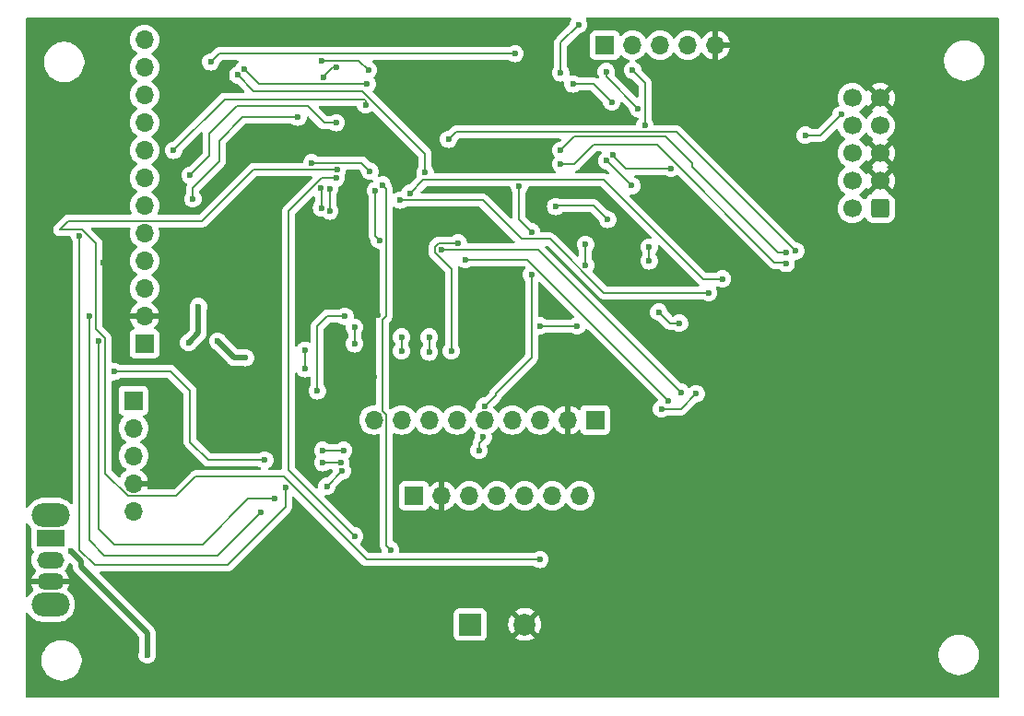
<source format=gbr>
%TF.GenerationSoftware,KiCad,Pcbnew,8.0.6*%
%TF.CreationDate,2024-11-05T17:21:10-06:00*%
%TF.ProjectId,werable_unit (1),77657261-626c-4655-9f75-6e6974202831,rev?*%
%TF.SameCoordinates,Original*%
%TF.FileFunction,Copper,L2,Bot*%
%TF.FilePolarity,Positive*%
%FSLAX46Y46*%
G04 Gerber Fmt 4.6, Leading zero omitted, Abs format (unit mm)*
G04 Created by KiCad (PCBNEW 8.0.6) date 2024-11-05 17:21:10*
%MOMM*%
%LPD*%
G01*
G04 APERTURE LIST*
G04 Aperture macros list*
%AMRoundRect*
0 Rectangle with rounded corners*
0 $1 Rounding radius*
0 $2 $3 $4 $5 $6 $7 $8 $9 X,Y pos of 4 corners*
0 Add a 4 corners polygon primitive as box body*
4,1,4,$2,$3,$4,$5,$6,$7,$8,$9,$2,$3,0*
0 Add four circle primitives for the rounded corners*
1,1,$1+$1,$2,$3*
1,1,$1+$1,$4,$5*
1,1,$1+$1,$6,$7*
1,1,$1+$1,$8,$9*
0 Add four rect primitives between the rounded corners*
20,1,$1+$1,$2,$3,$4,$5,0*
20,1,$1+$1,$4,$5,$6,$7,0*
20,1,$1+$1,$6,$7,$8,$9,0*
20,1,$1+$1,$8,$9,$2,$3,0*%
G04 Aperture macros list end*
%TA.AperFunction,ComponentPad*%
%ADD10R,2.000000X2.000000*%
%TD*%
%TA.AperFunction,ComponentPad*%
%ADD11C,2.000000*%
%TD*%
%TA.AperFunction,ComponentPad*%
%ADD12O,3.500000X2.200000*%
%TD*%
%TA.AperFunction,ComponentPad*%
%ADD13R,2.500000X1.500000*%
%TD*%
%TA.AperFunction,ComponentPad*%
%ADD14O,2.500000X1.500000*%
%TD*%
%TA.AperFunction,ComponentPad*%
%ADD15RoundRect,0.250000X0.600000X0.600000X-0.600000X0.600000X-0.600000X-0.600000X0.600000X-0.600000X0*%
%TD*%
%TA.AperFunction,ComponentPad*%
%ADD16C,1.700000*%
%TD*%
%TA.AperFunction,ComponentPad*%
%ADD17R,1.700000X1.700000*%
%TD*%
%TA.AperFunction,ComponentPad*%
%ADD18O,1.700000X1.700000*%
%TD*%
%TA.AperFunction,ViaPad*%
%ADD19C,0.600000*%
%TD*%
%TA.AperFunction,Conductor*%
%ADD20C,0.200000*%
%TD*%
%TA.AperFunction,Conductor*%
%ADD21C,0.500000*%
%TD*%
G04 APERTURE END LIST*
D10*
%TO.P,U4,1,1*%
%TO.N,/BUZZER*%
X126699000Y-93091000D03*
D11*
%TO.P,U4,2,2*%
%TO.N,GND*%
X131699000Y-93091000D03*
%TD*%
D12*
%TO.P,U7,*%
%TO.N,*%
X88138000Y-83058000D03*
X88138000Y-91258000D03*
D13*
%TO.P,U7,1,1*%
%TO.N,/VBAT*%
X88138000Y-85158000D03*
D14*
%TO.P,U7,2,2*%
%TO.N,Net-(J11-BAT)*%
X88138000Y-87158000D03*
%TO.P,U7,3,3*%
%TO.N,GND*%
X88138000Y-89158000D03*
%TD*%
D15*
%TO.P,J12,1,VTref*%
%TO.N,Net-(J12-VTref)*%
X164338000Y-54864000D03*
D16*
%TO.P,J12,2,SWDIO/TMS*%
%TO.N,/MTMS*%
X161798000Y-54864000D03*
%TO.P,J12,3,GND*%
%TO.N,GND*%
X164338000Y-52324000D03*
%TO.P,J12,4,SWDCLK/TCK*%
%TO.N,/MTCK*%
X161798000Y-52324000D03*
%TO.P,J12,5,GND*%
%TO.N,GND*%
X164338000Y-49784000D03*
%TO.P,J12,6,SWO/TDO*%
%TO.N,/MTDO*%
X161798000Y-49784000D03*
%TO.P,J12,7,KEY*%
%TO.N,unconnected-(J12-KEY-Pad7)*%
X164338000Y-47244000D03*
%TO.P,J12,8,NC/TDI*%
%TO.N,/MTDI*%
X161798000Y-47244000D03*
%TO.P,J12,9,GNDDetect*%
%TO.N,GND*%
X164338000Y-44704000D03*
%TO.P,J12,10,~{RESET}*%
%TO.N,/CHIP_PU*%
X161798000Y-44704000D03*
%TD*%
D17*
%TO.P,J13,1,VIN*%
%TO.N,+3V3*%
X138176000Y-74295000D03*
D18*
%TO.P,J13,2,GND*%
%TO.N,GND*%
X135636000Y-74295000D03*
%TO.P,J13,3,EN*%
%TO.N,unconnected-(J13-EN-Pad3)*%
X133096000Y-74295000D03*
%TO.P,J13,4,G0*%
%TO.N,/LORA_G0*%
X130556000Y-74295000D03*
%TO.P,J13,5,SCK*%
%TO.N,/LORA_SCK*%
X128016000Y-74295000D03*
%TO.P,J13,6,MISO*%
%TO.N,/LORA_MISO*%
X125476000Y-74295000D03*
%TO.P,J13,7,MOSI*%
%TO.N,/LORA_MOSI*%
X122936000Y-74295000D03*
%TO.P,J13,8,CS*%
%TO.N,/LORA_CS*%
X120396000Y-74295000D03*
%TO.P,J13,9,RST*%
%TO.N,/LORA_RST*%
X117856000Y-74295000D03*
%TD*%
D17*
%TO.P,J1,1,Pin_1*%
%TO.N,+3V3*%
X96774000Y-67310000D03*
D18*
%TO.P,J1,2,Pin_2*%
%TO.N,GND*%
X96774000Y-64770000D03*
%TO.P,J1,3,Pin_3*%
%TO.N,/LORA_MISO*%
X96774000Y-62230000D03*
%TO.P,J1,4,Pin_4*%
%TO.N,/LORA_SCK*%
X96774000Y-59690000D03*
%TO.P,J1,5,Pin_5*%
%TO.N,/LORA_MOSI*%
X96774000Y-57150000D03*
%TO.P,J1,6,Pin_6*%
%TO.N,/TFT_CS*%
X96774000Y-54610000D03*
%TO.P,J1,7,Pin_7*%
%TO.N,/TFT_DC*%
X96774000Y-52070000D03*
%TO.P,J1,8,Pin_8*%
%TO.N,/TFT_YP*%
X96774000Y-49530000D03*
%TO.P,J1,9,Pin_9*%
%TO.N,/TFT_YM*%
X96774000Y-46990000D03*
%TO.P,J1,10,Pin_10*%
%TO.N,/TFT_XP*%
X96774000Y-44450000D03*
%TO.P,J1,11,Pin_11*%
%TO.N,/TFT_XM*%
X96774000Y-41910000D03*
%TO.P,J1,12,Pin_12*%
%TO.N,/TFT_RST*%
X96774000Y-39370000D03*
%TD*%
D17*
%TO.P,J8,1,Pin_1*%
%TO.N,/RTS*%
X139065000Y-39878000D03*
D18*
%TO.P,J8,2,Pin_2*%
%TO.N,/DTR*%
X141605000Y-39878000D03*
%TO.P,J8,3,Pin_3*%
%TO.N,/TX*%
X144145000Y-39878000D03*
%TO.P,J8,4,Pin_4*%
%TO.N,/RX*%
X146685000Y-39878000D03*
%TO.P,J8,5,Pin_5*%
%TO.N,GND*%
X149225000Y-39878000D03*
%TD*%
D17*
%TO.P,J2,1,Pin_1*%
%TO.N,+3V3*%
X121539000Y-81280000D03*
D18*
%TO.P,J2,2,Pin_2*%
%TO.N,GND*%
X124079000Y-81280000D03*
%TO.P,J2,3,Pin_3*%
%TO.N,/GPIO37*%
X126619000Y-81280000D03*
%TO.P,J2,4,Pin_4*%
%TO.N,/GPIO38*%
X129159000Y-81280000D03*
%TO.P,J2,5,Pin_5*%
%TO.N,/GPIO16*%
X131699000Y-81280000D03*
%TO.P,J2,6,Pin_6*%
%TO.N,/GPIO17*%
X134239000Y-81280000D03*
%TO.P,J2,7,Pin_7*%
%TO.N,/GPIO18*%
X136779000Y-81280000D03*
%TD*%
D17*
%TO.P,J11,1,5V*%
%TO.N,+5V*%
X95758000Y-72517000D03*
D18*
%TO.P,J11,2,D-*%
%TO.N,/D-*%
X95758000Y-75057000D03*
%TO.P,J11,3,D+*%
%TO.N,/D+*%
X95758000Y-77597000D03*
%TO.P,J11,4,GND*%
%TO.N,GND*%
X95758000Y-80137000D03*
%TO.P,J11,5,BAT*%
%TO.N,Net-(J11-BAT)*%
X95758000Y-82677000D03*
%TD*%
D19*
%TO.N,/BUTTON_1*%
X124079000Y-58674000D03*
X146050000Y-71755000D03*
%TO.N,GND*%
X107823000Y-55626000D03*
X135636000Y-57658000D03*
X116967000Y-58293000D03*
X131318000Y-84455000D03*
X119507000Y-69342000D03*
X151384000Y-64897000D03*
X144272000Y-46228000D03*
X105410000Y-74803000D03*
X133985000Y-63119000D03*
X123317000Y-77470000D03*
X120269000Y-79756000D03*
X130810000Y-71628000D03*
X104902000Y-39370000D03*
X117602000Y-79629000D03*
X118237000Y-64643000D03*
X114554000Y-81915000D03*
X112014000Y-73914000D03*
X105537000Y-71120000D03*
X129159000Y-53467000D03*
X100076000Y-45593000D03*
X121920000Y-70612000D03*
X117856000Y-70358000D03*
X137795000Y-50800000D03*
X115316000Y-55753000D03*
X123571000Y-65659000D03*
X138938000Y-60325000D03*
X114300000Y-57277000D03*
X102997000Y-43561000D03*
X102235000Y-97663000D03*
X106172000Y-93980000D03*
X155321000Y-64770000D03*
X117094000Y-54229000D03*
X126365000Y-63881000D03*
X143383000Y-53086000D03*
X99314000Y-50927000D03*
X131191000Y-65659000D03*
X128397000Y-61087000D03*
X119507000Y-96139000D03*
X92964000Y-59817000D03*
X144145000Y-61341000D03*
X99695000Y-53213000D03*
X148463000Y-49149000D03*
X157607000Y-65532000D03*
X106680000Y-69850000D03*
X111506000Y-97663000D03*
X99441000Y-42799000D03*
X128905000Y-64135000D03*
X117348000Y-76327000D03*
X92075000Y-48895000D03*
X99568000Y-57658000D03*
X153416000Y-48133000D03*
X137922000Y-46609000D03*
X122555000Y-57531000D03*
X128524000Y-69342000D03*
X106934000Y-67437000D03*
X98298000Y-79375000D03*
X122174000Y-76454000D03*
%TO.N,/BUTTON_2*%
X126238000Y-59563000D03*
X144907000Y-72517000D03*
%TO.N,/VBAT*%
X90043000Y-86360000D03*
X97028000Y-95885000D03*
%TO.N,+3V3*%
X103505000Y-67056000D03*
X106045000Y-68580000D03*
%TO.N,/CHIP_PU*%
X113792000Y-53086000D03*
X157480000Y-48133000D03*
X160782000Y-46228000D03*
X113792000Y-55118000D03*
%TO.N,/GPIO0_STRAPPING*%
X133096000Y-65659000D03*
X143129000Y-59690000D03*
X143129000Y-58420000D03*
X145923000Y-65405000D03*
X144018000Y-64389000D03*
X136525000Y-65659000D03*
X139319000Y-55880000D03*
X134543385Y-54686615D03*
%TO.N,+5V*%
X101727000Y-63881000D03*
X100838000Y-67183000D03*
%TO.N,/VBAT_SENSE*%
X111506000Y-67891000D03*
X111506000Y-69596000D03*
X113192000Y-42799000D03*
X114392000Y-41910000D03*
X113033963Y-54803963D03*
X113002882Y-52954480D03*
%TO.N,/LED*%
X117983000Y-53213000D03*
X118364000Y-57785000D03*
X112141000Y-50673000D03*
X117475000Y-51435000D03*
%TO.N,/RTS*%
X142113000Y-45685000D03*
X139192000Y-42291000D03*
%TO.N,/RX*%
X135001000Y-42418000D03*
X136652000Y-37973000D03*
%TO.N,/DTR*%
X145161000Y-51181000D03*
X141605000Y-42164000D03*
X142748000Y-47244000D03*
X139813949Y-49909573D03*
%TO.N,/GPIO17*%
X118618000Y-52705000D03*
X119380000Y-86233000D03*
%TO.N,/GPIO16*%
X156591000Y-58766000D03*
X144272000Y-73279000D03*
X124714000Y-48514000D03*
X147447000Y-71882000D03*
%TO.N,/GPIO37*%
X135001000Y-50800000D03*
X155722235Y-59923765D03*
%TO.N,/GPIO38*%
X135001000Y-49530000D03*
X155702000Y-58928000D03*
%TO.N,/GPIO18*%
X114492096Y-51273000D03*
X133096000Y-87122000D03*
%TO.N,/MTMS*%
X136144000Y-43434000D03*
X139700000Y-45085000D03*
%TO.N,Net-(Q3-B)*%
X139248261Y-50475261D03*
X141537265Y-52764265D03*
%TO.N,/GPIO46_STRAPPING*%
X149860000Y-61341000D03*
X121158000Y-53467000D03*
%TO.N,/GPIO3_STRAPPING*%
X148590000Y-62611000D03*
X120269000Y-54102000D03*
%TO.N,/BUZZER*%
X116078000Y-84963000D03*
X114392000Y-52070000D03*
%TO.N,/LORA_CS*%
X120396000Y-66674000D03*
X120396000Y-67945000D03*
%TO.N,/LORA_SCK*%
X131191000Y-52832000D03*
X114935000Y-78994000D03*
X132334000Y-57023000D03*
X91694000Y-64770000D03*
X132334000Y-60960000D03*
X127889000Y-75854000D03*
X128016000Y-73025000D03*
X127508000Y-77101000D03*
X113538000Y-80391000D03*
X107442000Y-82804000D03*
%TO.N,/TFT_XP*%
X122555000Y-51562000D03*
X105352313Y-42602687D03*
%TO.N,/TFT_YP*%
X117094000Y-45339000D03*
X99441000Y-49530000D03*
%TO.N,/LORA_G0*%
X124968000Y-67945000D03*
X125603000Y-58039000D03*
%TO.N,/LORA_MISO*%
X137287000Y-58166000D03*
X114803480Y-78204882D03*
X108712000Y-81534000D03*
X113157000Y-78232000D03*
X92583000Y-67056000D03*
X137287000Y-60071000D03*
%TO.N,/LORA_RST*%
X116078000Y-67310000D03*
X116078000Y-65786000D03*
%TO.N,/LORA_MOSI*%
X113157000Y-77089000D03*
X122936000Y-68072000D03*
X90805000Y-57404000D03*
X122936000Y-66674000D03*
X109728000Y-80518000D03*
X115062000Y-77089000D03*
%TO.N,/TFT_DC*%
X114392000Y-46990000D03*
X100965000Y-51816000D03*
%TO.N,/TFT_CS*%
X110871000Y-46482000D03*
X101219000Y-53975000D03*
X117348000Y-42164000D03*
X113030000Y-41275000D03*
%TO.N,/TFT_YM*%
X102870000Y-41402000D03*
X130810000Y-40640000D03*
%TO.N,/TFT_XM*%
X105918000Y-42037000D03*
X117221000Y-43434000D03*
%TO.N,/TFT_RST*%
X93980000Y-69850000D03*
X115189000Y-64770000D03*
X107823000Y-77978000D03*
X112649000Y-71628000D03*
%TD*%
D20*
%TO.N,/BUTTON_1*%
X132969000Y-58674000D02*
X124079000Y-58674000D01*
X146050000Y-71755000D02*
X132969000Y-58674000D01*
%TO.N,/BUTTON_2*%
X131953000Y-59563000D02*
X126238000Y-59563000D01*
X144907000Y-72517000D02*
X131953000Y-59563000D01*
D21*
%TO.N,/VBAT*%
X97028000Y-93853000D02*
X97028000Y-95885000D01*
X90043000Y-86360000D02*
X90932000Y-87249000D01*
X90932000Y-87249000D02*
X90932000Y-87757000D01*
X90932000Y-87757000D02*
X97028000Y-93853000D01*
%TO.N,+3V3*%
X103505000Y-67056000D02*
X105029000Y-68580000D01*
X105029000Y-68580000D02*
X106045000Y-68580000D01*
D20*
%TO.N,/CHIP_PU*%
X160782000Y-46228000D02*
X158877000Y-48133000D01*
X158877000Y-48133000D02*
X157480000Y-48133000D01*
X113792000Y-55118000D02*
X113792000Y-53086000D01*
%TO.N,/GPIO0_STRAPPING*%
X145034000Y-65405000D02*
X144018000Y-64389000D01*
X133096000Y-65659000D02*
X136525000Y-65659000D01*
X143129000Y-59690000D02*
X143129000Y-58420000D01*
X145923000Y-65405000D02*
X145034000Y-65405000D01*
X139319000Y-55880000D02*
X138049000Y-54610000D01*
X138049000Y-54610000D02*
X134620000Y-54610000D01*
X134620000Y-54610000D02*
X134543385Y-54686615D01*
D21*
%TO.N,+5V*%
X101727000Y-63881000D02*
X101727000Y-66294000D01*
X101727000Y-66294000D02*
X100838000Y-67183000D01*
D20*
%TO.N,/VBAT_SENSE*%
X113033963Y-54803963D02*
X113033963Y-52962963D01*
X114046000Y-41910000D02*
X114392000Y-41910000D01*
X113192000Y-42764000D02*
X114046000Y-41910000D01*
X113192000Y-42799000D02*
X113192000Y-42764000D01*
X111506000Y-69596000D02*
X111506000Y-67891000D01*
X113033963Y-52962963D02*
X113025480Y-52954480D01*
X113025480Y-52954480D02*
X113002882Y-52954480D01*
%TO.N,/LED*%
X117983000Y-57404000D02*
X118364000Y-57785000D01*
X117983000Y-53213000D02*
X117983000Y-57404000D01*
X116713000Y-50673000D02*
X117475000Y-51435000D01*
X112141000Y-50673000D02*
X116713000Y-50673000D01*
%TO.N,/RTS*%
X139192000Y-42764000D02*
X139192000Y-42291000D01*
X142113000Y-45685000D02*
X139192000Y-42764000D01*
%TO.N,/RX*%
X135001000Y-39624000D02*
X135001000Y-42418000D01*
X136652000Y-37973000D02*
X135001000Y-39624000D01*
%TO.N,/DTR*%
X142748000Y-43307000D02*
X141605000Y-42164000D01*
X142748000Y-47244000D02*
X142748000Y-43307000D01*
X145161000Y-51181000D02*
X140970000Y-51181000D01*
X139813949Y-50024949D02*
X139813949Y-49909573D01*
X140970000Y-51181000D02*
X139813949Y-50024949D01*
%TO.N,/GPIO17*%
X119006000Y-85859000D02*
X119006000Y-73818654D01*
X119006000Y-73818654D02*
X118618000Y-73430654D01*
X118618000Y-65110529D02*
X118964000Y-64764529D01*
X119380000Y-86233000D02*
X119006000Y-85859000D01*
X118964000Y-64764529D02*
X118964000Y-53051000D01*
X118618000Y-73430654D02*
X118618000Y-65110529D01*
X118964000Y-53051000D02*
X118618000Y-52705000D01*
%TO.N,/GPIO16*%
X125384000Y-47844000D02*
X124714000Y-48514000D01*
X156591000Y-58766000D02*
X145669000Y-47844000D01*
X144272000Y-73279000D02*
X146050000Y-73279000D01*
X146050000Y-73279000D02*
X147447000Y-71882000D01*
X145669000Y-47844000D02*
X125384000Y-47844000D01*
%TO.N,/GPIO37*%
X155829000Y-59817000D02*
X155722235Y-59923765D01*
X135001000Y-50800000D02*
X136271000Y-50800000D01*
X138049000Y-49022000D02*
X143850529Y-49022000D01*
X143850529Y-49022000D02*
X154645529Y-59817000D01*
X136271000Y-50800000D02*
X138049000Y-49022000D01*
X154645529Y-59817000D02*
X155829000Y-59817000D01*
%TO.N,/GPIO38*%
X147101000Y-51048529D02*
X147101000Y-50708000D01*
X154980471Y-58928000D02*
X147101000Y-51048529D01*
X155702000Y-58928000D02*
X154980471Y-58928000D01*
X144653000Y-48260000D02*
X136271000Y-48260000D01*
X136271000Y-48260000D02*
X135001000Y-49530000D01*
X147101000Y-50708000D02*
X144653000Y-48260000D01*
%TO.N,/GPIO18*%
X102074529Y-56000000D02*
X89796000Y-56000000D01*
X117180529Y-87122000D02*
X133096000Y-87122000D01*
X106801529Y-51273000D02*
X102074529Y-56000000D01*
X99688000Y-81287000D02*
X101473000Y-79502000D01*
X114492096Y-51273000D02*
X106801529Y-51273000D01*
X95281654Y-81287000D02*
X99688000Y-81287000D01*
X93183000Y-79188346D02*
X95281654Y-81287000D01*
X109560529Y-79502000D02*
X117180529Y-87122000D01*
X93183000Y-66807471D02*
X93183000Y-79188346D01*
X88992000Y-56804000D02*
X91053529Y-56804000D01*
X101473000Y-79502000D02*
X109560529Y-79502000D01*
X92334471Y-65958942D02*
X93183000Y-66807471D01*
X89796000Y-56000000D02*
X88992000Y-56804000D01*
X92334471Y-58084942D02*
X92334471Y-65958942D01*
X91053529Y-56804000D02*
X92334471Y-58084942D01*
%TO.N,/MTMS*%
X138049000Y-43434000D02*
X136144000Y-43434000D01*
X139700000Y-45085000D02*
X138049000Y-43434000D01*
%TO.N,Net-(Q3-B)*%
X141537265Y-52764265D02*
X139248261Y-50475261D01*
%TO.N,/GPIO46_STRAPPING*%
X138973000Y-52232000D02*
X122393000Y-52232000D01*
X148082000Y-61341000D02*
X138973000Y-52232000D01*
X149860000Y-61341000D02*
X148082000Y-61341000D01*
X122393000Y-52232000D02*
X121158000Y-53467000D01*
%TO.N,/GPIO3_STRAPPING*%
X131404529Y-57658000D02*
X127848529Y-54102000D01*
X138978471Y-62611000D02*
X134025471Y-57658000D01*
X127848529Y-54102000D02*
X120269000Y-54102000D01*
X134025471Y-57658000D02*
X131404529Y-57658000D01*
X148590000Y-62611000D02*
X138978471Y-62611000D01*
%TO.N,/BUZZER*%
X116078000Y-84963000D02*
X109982000Y-78867000D01*
X109982000Y-78867000D02*
X109982000Y-55126833D01*
X109982000Y-55126833D02*
X113038833Y-52070000D01*
X113038833Y-52070000D02*
X114392000Y-52070000D01*
%TO.N,/LORA_CS*%
X120396000Y-67945000D02*
X120396000Y-66674000D01*
%TO.N,/LORA_SCK*%
X91694000Y-85344000D02*
X93091000Y-86741000D01*
X129032000Y-72009000D02*
X129032000Y-71882000D01*
X113538000Y-80391000D02*
X114935000Y-78994000D01*
X103505000Y-86741000D02*
X107442000Y-82804000D01*
X93091000Y-86741000D02*
X103505000Y-86741000D01*
X127889000Y-76073000D02*
X127889000Y-75854000D01*
X129032000Y-71882000D02*
X132334000Y-68580000D01*
X132334000Y-57023000D02*
X131191000Y-55880000D01*
X91694000Y-64770000D02*
X91694000Y-85344000D01*
X127508000Y-76454000D02*
X127889000Y-76073000D01*
X128016000Y-73025000D02*
X129032000Y-72009000D01*
X132334000Y-68580000D02*
X132334000Y-60960000D01*
X131191000Y-55880000D02*
X131191000Y-52832000D01*
X127508000Y-77101000D02*
X127508000Y-76454000D01*
%TO.N,/TFT_XP*%
X116770686Y-44069000D02*
X122555000Y-49853314D01*
X105352313Y-42602687D02*
X106818626Y-44069000D01*
X106818626Y-44069000D02*
X116770686Y-44069000D01*
X122555000Y-49853314D02*
X122555000Y-51562000D01*
%TO.N,/TFT_YP*%
X116967000Y-44831000D02*
X104140000Y-44831000D01*
X117094000Y-44958000D02*
X117094000Y-45339000D01*
X104140000Y-44831000D02*
X99441000Y-49530000D01*
X117094000Y-44958000D02*
X116967000Y-44831000D01*
%TO.N,/LORA_G0*%
X124968000Y-67945000D02*
X124968000Y-60411529D01*
X124968000Y-60411529D02*
X123479000Y-58922529D01*
X123479000Y-58385000D02*
X123825000Y-58039000D01*
X123479000Y-58922529D02*
X123479000Y-58385000D01*
X123825000Y-58039000D02*
X125603000Y-58039000D01*
%TO.N,/LORA_MISO*%
X114808000Y-78232000D02*
X114808000Y-78209402D01*
X106299000Y-81534000D02*
X108712000Y-81534000D01*
X113157000Y-78232000D02*
X114808000Y-78232000D01*
X92583000Y-84328000D02*
X93980000Y-85725000D01*
X102108000Y-85725000D02*
X106299000Y-81534000D01*
X137287000Y-60071000D02*
X137287000Y-58166000D01*
X92583000Y-67056000D02*
X92583000Y-84328000D01*
X114808000Y-78209402D02*
X114803480Y-78204882D01*
X93980000Y-85725000D02*
X102108000Y-85725000D01*
%TO.N,/LORA_RST*%
X116078000Y-67310000D02*
X116078000Y-65786000D01*
%TO.N,/LORA_MOSI*%
X90805000Y-86233000D02*
X90805000Y-57404000D01*
X122936000Y-68072000D02*
X122936000Y-66674000D01*
X90805000Y-86233000D02*
X92202000Y-87630000D01*
X109728000Y-80518000D02*
X109728000Y-82296000D01*
X104394000Y-87630000D02*
X92202000Y-87630000D01*
X109728000Y-82296000D02*
X104394000Y-87630000D01*
X113157000Y-77089000D02*
X115062000Y-77089000D01*
%TO.N,/TFT_DC*%
X102743000Y-50038000D02*
X100965000Y-51816000D01*
X105283000Y-45466000D02*
X102743000Y-48006000D01*
X111760000Y-45466000D02*
X113284000Y-46990000D01*
X102743000Y-48006000D02*
X102743000Y-50038000D01*
X113284000Y-46990000D02*
X114392000Y-46990000D01*
X105283000Y-45466000D02*
X111760000Y-45466000D01*
%TO.N,/TFT_CS*%
X113030000Y-41275000D02*
X116459000Y-41275000D01*
X103632000Y-48641000D02*
X103632000Y-50546000D01*
X103632000Y-50546000D02*
X101219000Y-52959000D01*
X105791000Y-46482000D02*
X110871000Y-46482000D01*
X101219000Y-52959000D02*
X101219000Y-53975000D01*
X116459000Y-41275000D02*
X117348000Y-42164000D01*
X105791000Y-46482000D02*
X103632000Y-48641000D01*
%TO.N,/TFT_YM*%
X103632000Y-40640000D02*
X130810000Y-40640000D01*
X102870000Y-41402000D02*
X103632000Y-40640000D01*
%TO.N,/TFT_XM*%
X117186000Y-43399000D02*
X117221000Y-43434000D01*
X107280000Y-43399000D02*
X117186000Y-43399000D01*
X105918000Y-42037000D02*
X107280000Y-43399000D01*
%TO.N,/TFT_RST*%
X112649000Y-71628000D02*
X112649000Y-65659000D01*
X93980000Y-69850000D02*
X99187000Y-69850000D01*
X112649000Y-65659000D02*
X113538000Y-64770000D01*
X102616000Y-77978000D02*
X107823000Y-77978000D01*
X100965000Y-76327000D02*
X102616000Y-77978000D01*
X100965000Y-71628000D02*
X100965000Y-76327000D01*
X99187000Y-69850000D02*
X100965000Y-71628000D01*
X113538000Y-64770000D02*
X115189000Y-64770000D01*
%TD*%
%TA.AperFunction,Conductor*%
%TO.N,GND*%
G36*
X163872075Y-52516993D02*
G01*
X163937901Y-52631007D01*
X164030993Y-52724099D01*
X164145007Y-52789925D01*
X164208590Y-52806962D01*
X163572208Y-53443342D01*
X163561788Y-53495193D01*
X163513172Y-53545376D01*
X163491032Y-53555205D01*
X163418674Y-53579182D01*
X163418663Y-53579187D01*
X163269342Y-53671289D01*
X163145289Y-53795342D01*
X163053187Y-53944663D01*
X163053183Y-53944673D01*
X163050335Y-53953268D01*
X163010560Y-54010711D01*
X162946044Y-54037531D01*
X162877268Y-54025214D01*
X162840517Y-53996233D01*
X162840324Y-53996427D01*
X162838682Y-53994785D01*
X162837642Y-53993965D01*
X162836494Y-53992597D01*
X162669402Y-53825506D01*
X162669396Y-53825501D01*
X162483842Y-53695575D01*
X162440217Y-53640998D01*
X162433023Y-53571500D01*
X162464546Y-53509145D01*
X162483842Y-53492425D01*
X162553825Y-53443422D01*
X162669401Y-53362495D01*
X162836495Y-53195401D01*
X162966732Y-53009403D01*
X163021307Y-52965780D01*
X163090805Y-52958586D01*
X163153160Y-52990109D01*
X163169880Y-53009405D01*
X163223073Y-53085373D01*
X163855037Y-52453409D01*
X163872075Y-52516993D01*
G37*
%TD.AperFunction*%
%TA.AperFunction,Conductor*%
G36*
X163872075Y-49976993D02*
G01*
X163937901Y-50091007D01*
X164030993Y-50184099D01*
X164145007Y-50249925D01*
X164208590Y-50266962D01*
X163576625Y-50898925D01*
X163653031Y-50952425D01*
X163696655Y-51007002D01*
X163703848Y-51076501D01*
X163672326Y-51138855D01*
X163653029Y-51155576D01*
X163576625Y-51209072D01*
X164208590Y-51841037D01*
X164145007Y-51858075D01*
X164030993Y-51923901D01*
X163937901Y-52016993D01*
X163872075Y-52131007D01*
X163855037Y-52194589D01*
X163223073Y-51562626D01*
X163169881Y-51638594D01*
X163115304Y-51682219D01*
X163045806Y-51689413D01*
X162983451Y-51657891D01*
X162966730Y-51638594D01*
X162836494Y-51452597D01*
X162669402Y-51285506D01*
X162669396Y-51285501D01*
X162483842Y-51155575D01*
X162440217Y-51100998D01*
X162433023Y-51031500D01*
X162464546Y-50969145D01*
X162483842Y-50952425D01*
X162564475Y-50895965D01*
X162669401Y-50822495D01*
X162836495Y-50655401D01*
X162966732Y-50469403D01*
X163021307Y-50425780D01*
X163090805Y-50418586D01*
X163153160Y-50450109D01*
X163169880Y-50469405D01*
X163223073Y-50545373D01*
X163855037Y-49913409D01*
X163872075Y-49976993D01*
G37*
%TD.AperFunction*%
%TA.AperFunction,Conductor*%
G36*
X163152855Y-47910546D02*
G01*
X163169575Y-47929842D01*
X163299500Y-48115395D01*
X163299505Y-48115401D01*
X163466599Y-48282495D01*
X163652158Y-48412425D01*
X163652594Y-48412730D01*
X163696218Y-48467307D01*
X163703411Y-48536806D01*
X163671889Y-48599160D01*
X163652593Y-48615880D01*
X163576626Y-48669072D01*
X163576625Y-48669072D01*
X164208590Y-49301037D01*
X164145007Y-49318075D01*
X164030993Y-49383901D01*
X163937901Y-49476993D01*
X163872075Y-49591007D01*
X163855037Y-49654589D01*
X163223073Y-49022626D01*
X163169881Y-49098594D01*
X163115304Y-49142219D01*
X163045806Y-49149413D01*
X162983451Y-49117891D01*
X162966730Y-49098594D01*
X162836494Y-48912597D01*
X162669402Y-48745506D01*
X162669396Y-48745501D01*
X162483842Y-48615575D01*
X162440217Y-48560998D01*
X162433023Y-48491500D01*
X162464546Y-48429145D01*
X162483842Y-48412425D01*
X162564475Y-48355965D01*
X162669401Y-48282495D01*
X162836495Y-48115401D01*
X162966425Y-47929842D01*
X163021002Y-47886217D01*
X163090500Y-47879023D01*
X163152855Y-47910546D01*
G37*
%TD.AperFunction*%
%TA.AperFunction,Conductor*%
G36*
X163872075Y-44896993D02*
G01*
X163937901Y-45011007D01*
X164030993Y-45104099D01*
X164145007Y-45169925D01*
X164208590Y-45186962D01*
X163576625Y-45818925D01*
X163652594Y-45872119D01*
X163696219Y-45926696D01*
X163703413Y-45996194D01*
X163671890Y-46058549D01*
X163652595Y-46075269D01*
X163466594Y-46205508D01*
X163299505Y-46372597D01*
X163169575Y-46558158D01*
X163114998Y-46601783D01*
X163045500Y-46608977D01*
X162983145Y-46577454D01*
X162966425Y-46558158D01*
X162836494Y-46372597D01*
X162669402Y-46205506D01*
X162669396Y-46205501D01*
X162483842Y-46075575D01*
X162440217Y-46020998D01*
X162433023Y-45951500D01*
X162464546Y-45889145D01*
X162483842Y-45872425D01*
X162571867Y-45810789D01*
X162669401Y-45742495D01*
X162836495Y-45575401D01*
X162966732Y-45389403D01*
X163021307Y-45345780D01*
X163090805Y-45338586D01*
X163153160Y-45370109D01*
X163169880Y-45389405D01*
X163223073Y-45465373D01*
X163855037Y-44833409D01*
X163872075Y-44896993D01*
G37*
%TD.AperFunction*%
%TA.AperFunction,Conductor*%
G36*
X175210539Y-37350185D02*
G01*
X175256294Y-37402989D01*
X175267500Y-37454500D01*
X175267500Y-99705500D01*
X175247815Y-99772539D01*
X175195011Y-99818294D01*
X175143500Y-99829500D01*
X85968500Y-99829500D01*
X85901461Y-99809815D01*
X85855706Y-99757011D01*
X85844500Y-99705500D01*
X85844500Y-96271711D01*
X87303500Y-96271711D01*
X87303500Y-96514288D01*
X87335161Y-96754785D01*
X87397947Y-96989104D01*
X87447087Y-97107738D01*
X87490776Y-97213212D01*
X87612064Y-97423289D01*
X87612066Y-97423292D01*
X87612067Y-97423293D01*
X87759733Y-97615736D01*
X87759739Y-97615743D01*
X87931256Y-97787260D01*
X87931262Y-97787265D01*
X88123711Y-97934936D01*
X88333788Y-98056224D01*
X88557900Y-98149054D01*
X88792211Y-98211838D01*
X88972586Y-98235584D01*
X89032711Y-98243500D01*
X89032712Y-98243500D01*
X89275289Y-98243500D01*
X89323388Y-98237167D01*
X89515789Y-98211838D01*
X89750100Y-98149054D01*
X89974212Y-98056224D01*
X90184289Y-97934936D01*
X90376738Y-97787265D01*
X90548265Y-97615738D01*
X90695936Y-97423289D01*
X90817224Y-97213212D01*
X90910054Y-96989100D01*
X90972838Y-96754789D01*
X91004500Y-96514288D01*
X91004500Y-96271712D01*
X90972838Y-96031211D01*
X90910054Y-95796900D01*
X90817224Y-95572788D01*
X90695936Y-95362711D01*
X90548265Y-95170262D01*
X90548260Y-95170256D01*
X90376743Y-94998739D01*
X90376736Y-94998733D01*
X90184293Y-94851067D01*
X90184292Y-94851066D01*
X90184289Y-94851064D01*
X89974212Y-94729776D01*
X89974205Y-94729773D01*
X89750104Y-94636947D01*
X89515785Y-94574161D01*
X89275289Y-94542500D01*
X89275288Y-94542500D01*
X89032712Y-94542500D01*
X89032711Y-94542500D01*
X88792214Y-94574161D01*
X88557895Y-94636947D01*
X88333794Y-94729773D01*
X88333785Y-94729777D01*
X88123706Y-94851067D01*
X87931263Y-94998733D01*
X87931256Y-94998739D01*
X87759739Y-95170256D01*
X87759733Y-95170263D01*
X87612067Y-95362706D01*
X87490777Y-95572785D01*
X87490773Y-95572794D01*
X87397947Y-95796895D01*
X87335161Y-96031214D01*
X87303500Y-96271711D01*
X85844500Y-96271711D01*
X85844500Y-92074350D01*
X85864185Y-92007311D01*
X85916989Y-91961556D01*
X85986147Y-91951612D01*
X86049703Y-91980637D01*
X86078985Y-92018056D01*
X86119130Y-92096846D01*
X86267201Y-92300649D01*
X86267205Y-92300654D01*
X86445345Y-92478794D01*
X86445350Y-92478798D01*
X86599784Y-92591000D01*
X86649155Y-92626870D01*
X86774823Y-92690901D01*
X86873616Y-92741239D01*
X86873618Y-92741239D01*
X86873621Y-92741241D01*
X87113215Y-92819090D01*
X87362038Y-92858500D01*
X87362039Y-92858500D01*
X88913961Y-92858500D01*
X88913962Y-92858500D01*
X89162785Y-92819090D01*
X89402379Y-92741241D01*
X89626845Y-92626870D01*
X89830656Y-92478793D01*
X90008793Y-92300656D01*
X90156870Y-92096845D01*
X90271241Y-91872379D01*
X90349090Y-91632785D01*
X90388500Y-91383962D01*
X90388500Y-91132038D01*
X90349090Y-90883215D01*
X90271241Y-90643621D01*
X90271239Y-90643618D01*
X90271239Y-90643616D01*
X90197015Y-90497944D01*
X90156870Y-90419155D01*
X90137952Y-90393117D01*
X90008798Y-90215350D01*
X90008794Y-90215345D01*
X89830654Y-90037205D01*
X89830649Y-90037201D01*
X89742837Y-89973402D01*
X89700171Y-89918072D01*
X89694192Y-89848459D01*
X89705237Y-89816789D01*
X89796418Y-89637837D01*
X89857218Y-89450716D01*
X89863984Y-89408000D01*
X88513278Y-89408000D01*
X88557333Y-89331694D01*
X88588000Y-89217244D01*
X88588000Y-89098756D01*
X88557333Y-88984306D01*
X88513278Y-88908000D01*
X89863984Y-88908000D01*
X89857218Y-88865283D01*
X89796418Y-88678162D01*
X89707095Y-88502856D01*
X89591444Y-88343678D01*
X89493801Y-88246035D01*
X89460316Y-88184712D01*
X89465300Y-88115020D01*
X89493801Y-88070673D01*
X89493802Y-88070672D01*
X89591828Y-87972646D01*
X89707524Y-87813405D01*
X89796884Y-87638025D01*
X89847844Y-87481186D01*
X89887282Y-87423511D01*
X89951640Y-87396313D01*
X90020487Y-87408228D01*
X90053456Y-87431824D01*
X90145181Y-87523549D01*
X90178666Y-87584872D01*
X90181500Y-87611230D01*
X90181500Y-87830918D01*
X90181500Y-87830920D01*
X90181499Y-87830920D01*
X90210340Y-87975907D01*
X90210343Y-87975917D01*
X90266914Y-88112492D01*
X90266915Y-88112494D01*
X90266916Y-88112495D01*
X90279945Y-88131995D01*
X90299812Y-88161727D01*
X90299813Y-88161730D01*
X90349046Y-88235414D01*
X90349052Y-88235421D01*
X96241181Y-94127549D01*
X96274666Y-94188872D01*
X96277500Y-94215230D01*
X96277500Y-95585028D01*
X96270542Y-95625982D01*
X96242631Y-95705747D01*
X96222435Y-95884996D01*
X96222435Y-95885003D01*
X96242630Y-96064249D01*
X96242631Y-96064254D01*
X96302211Y-96234523D01*
X96325578Y-96271711D01*
X96398184Y-96387262D01*
X96525738Y-96514816D01*
X96678478Y-96610789D01*
X96848745Y-96670368D01*
X96848750Y-96670369D01*
X97027996Y-96690565D01*
X97028000Y-96690565D01*
X97028004Y-96690565D01*
X97207249Y-96670369D01*
X97207252Y-96670368D01*
X97207255Y-96670368D01*
X97377522Y-96610789D01*
X97530262Y-96514816D01*
X97657816Y-96387262D01*
X97753789Y-96234522D01*
X97813368Y-96064255D01*
X97817091Y-96031211D01*
X97833565Y-95885003D01*
X97833565Y-95884996D01*
X97819899Y-95763711D01*
X169726500Y-95763711D01*
X169726500Y-96006288D01*
X169758161Y-96246785D01*
X169820947Y-96481104D01*
X169907709Y-96690565D01*
X169913776Y-96705212D01*
X170035064Y-96915289D01*
X170035066Y-96915292D01*
X170035067Y-96915293D01*
X170182733Y-97107736D01*
X170182739Y-97107743D01*
X170354256Y-97279260D01*
X170354262Y-97279265D01*
X170546711Y-97426936D01*
X170756788Y-97548224D01*
X170980900Y-97641054D01*
X171215211Y-97703838D01*
X171395586Y-97727584D01*
X171455711Y-97735500D01*
X171455712Y-97735500D01*
X171698289Y-97735500D01*
X171746388Y-97729167D01*
X171938789Y-97703838D01*
X172173100Y-97641054D01*
X172397212Y-97548224D01*
X172607289Y-97426936D01*
X172799738Y-97279265D01*
X172971265Y-97107738D01*
X173118936Y-96915289D01*
X173240224Y-96705212D01*
X173333054Y-96481100D01*
X173395838Y-96246789D01*
X173427500Y-96006288D01*
X173427500Y-95763712D01*
X173395838Y-95523211D01*
X173333054Y-95288900D01*
X173240224Y-95064788D01*
X173118936Y-94854711D01*
X172971265Y-94662262D01*
X172971260Y-94662256D01*
X172799743Y-94490739D01*
X172799736Y-94490733D01*
X172607293Y-94343067D01*
X172607292Y-94343066D01*
X172607289Y-94343064D01*
X172397212Y-94221776D01*
X172340978Y-94198483D01*
X172173104Y-94128947D01*
X171938785Y-94066161D01*
X171698289Y-94034500D01*
X171698288Y-94034500D01*
X171455712Y-94034500D01*
X171455711Y-94034500D01*
X171215214Y-94066161D01*
X170980895Y-94128947D01*
X170756794Y-94221773D01*
X170756785Y-94221777D01*
X170546706Y-94343067D01*
X170354263Y-94490733D01*
X170354256Y-94490739D01*
X170182739Y-94662256D01*
X170182733Y-94662263D01*
X170035067Y-94854706D01*
X169913777Y-95064785D01*
X169913773Y-95064794D01*
X169820947Y-95288895D01*
X169758161Y-95523214D01*
X169726500Y-95763711D01*
X97819899Y-95763711D01*
X97813368Y-95705747D01*
X97813368Y-95705745D01*
X97785458Y-95625982D01*
X97778500Y-95585028D01*
X97778500Y-93779079D01*
X97749659Y-93634092D01*
X97749658Y-93634091D01*
X97749658Y-93634087D01*
X97693084Y-93497505D01*
X97660186Y-93448270D01*
X97660185Y-93448268D01*
X97610956Y-93374589D01*
X97610952Y-93374584D01*
X96279503Y-92043135D01*
X125198500Y-92043135D01*
X125198500Y-94138870D01*
X125198501Y-94138876D01*
X125204908Y-94198483D01*
X125255202Y-94333328D01*
X125255206Y-94333335D01*
X125341452Y-94448544D01*
X125341455Y-94448547D01*
X125456664Y-94534793D01*
X125456671Y-94534797D01*
X125591517Y-94585091D01*
X125591516Y-94585091D01*
X125598444Y-94585835D01*
X125651127Y-94591500D01*
X127746872Y-94591499D01*
X127806483Y-94585091D01*
X127941331Y-94534796D01*
X128056546Y-94448546D01*
X128142796Y-94333331D01*
X128193091Y-94198483D01*
X128199500Y-94138873D01*
X128199499Y-93090994D01*
X130193859Y-93090994D01*
X130193859Y-93091005D01*
X130214385Y-93338729D01*
X130214387Y-93338738D01*
X130275412Y-93579717D01*
X130375266Y-93807364D01*
X130475564Y-93960882D01*
X131216037Y-93220409D01*
X131233075Y-93283993D01*
X131298901Y-93398007D01*
X131391993Y-93491099D01*
X131506007Y-93556925D01*
X131569590Y-93573962D01*
X130828942Y-94314609D01*
X130875768Y-94351055D01*
X130875770Y-94351056D01*
X131094385Y-94469364D01*
X131094396Y-94469369D01*
X131329506Y-94550083D01*
X131574707Y-94591000D01*
X131823293Y-94591000D01*
X132068493Y-94550083D01*
X132303603Y-94469369D01*
X132303614Y-94469364D01*
X132522228Y-94351057D01*
X132522231Y-94351055D01*
X132569056Y-94314609D01*
X131828409Y-93573962D01*
X131891993Y-93556925D01*
X132006007Y-93491099D01*
X132099099Y-93398007D01*
X132164925Y-93283993D01*
X132181962Y-93220409D01*
X132922434Y-93960882D01*
X133022731Y-93807369D01*
X133122587Y-93579717D01*
X133183612Y-93338738D01*
X133183614Y-93338729D01*
X133204141Y-93091005D01*
X133204141Y-93090994D01*
X133183614Y-92843270D01*
X133183612Y-92843261D01*
X133122587Y-92602282D01*
X133022731Y-92374630D01*
X132922434Y-92221116D01*
X132181962Y-92961589D01*
X132164925Y-92898007D01*
X132099099Y-92783993D01*
X132006007Y-92690901D01*
X131891993Y-92625075D01*
X131828410Y-92608037D01*
X132569057Y-91867390D01*
X132569056Y-91867389D01*
X132522229Y-91830943D01*
X132303614Y-91712635D01*
X132303603Y-91712630D01*
X132068493Y-91631916D01*
X131823293Y-91591000D01*
X131574707Y-91591000D01*
X131329506Y-91631916D01*
X131094396Y-91712630D01*
X131094390Y-91712632D01*
X130875761Y-91830949D01*
X130828942Y-91867388D01*
X130828942Y-91867390D01*
X131569590Y-92608037D01*
X131506007Y-92625075D01*
X131391993Y-92690901D01*
X131298901Y-92783993D01*
X131233075Y-92898007D01*
X131216037Y-92961589D01*
X130475564Y-92221116D01*
X130375267Y-92374632D01*
X130275412Y-92602282D01*
X130214387Y-92843261D01*
X130214385Y-92843270D01*
X130193859Y-93090994D01*
X128199499Y-93090994D01*
X128199499Y-92043128D01*
X128193091Y-91983517D01*
X128181191Y-91951612D01*
X128142797Y-91848671D01*
X128142793Y-91848664D01*
X128056547Y-91733455D01*
X128056544Y-91733452D01*
X127941335Y-91647206D01*
X127941328Y-91647202D01*
X127806482Y-91596908D01*
X127806483Y-91596908D01*
X127746883Y-91590501D01*
X127746881Y-91590500D01*
X127746873Y-91590500D01*
X127746864Y-91590500D01*
X125651129Y-91590500D01*
X125651123Y-91590501D01*
X125591516Y-91596908D01*
X125456671Y-91647202D01*
X125456664Y-91647206D01*
X125341455Y-91733452D01*
X125341452Y-91733455D01*
X125255206Y-91848664D01*
X125255202Y-91848671D01*
X125204908Y-91983517D01*
X125198501Y-92043116D01*
X125198501Y-92043123D01*
X125198500Y-92043135D01*
X96279503Y-92043135D01*
X92678549Y-88442181D01*
X92645064Y-88380858D01*
X92650048Y-88311166D01*
X92691920Y-88255233D01*
X92757384Y-88230816D01*
X92766230Y-88230500D01*
X104307331Y-88230500D01*
X104307347Y-88230501D01*
X104314943Y-88230501D01*
X104473054Y-88230501D01*
X104473057Y-88230501D01*
X104625785Y-88189577D01*
X104675904Y-88160639D01*
X104762716Y-88110520D01*
X104874520Y-87998716D01*
X104874520Y-87998714D01*
X104884728Y-87988507D01*
X104884730Y-87988504D01*
X110086506Y-82786728D01*
X110086511Y-82786724D01*
X110096714Y-82776520D01*
X110096716Y-82776520D01*
X110208520Y-82664716D01*
X110261925Y-82572215D01*
X110287577Y-82527785D01*
X110328500Y-82375057D01*
X110328500Y-82216943D01*
X110328500Y-81418568D01*
X110348185Y-81351529D01*
X110400989Y-81305774D01*
X110470147Y-81295830D01*
X110533703Y-81324855D01*
X110540181Y-81330887D01*
X116695668Y-87486374D01*
X116695678Y-87486385D01*
X116700008Y-87490715D01*
X116700009Y-87490716D01*
X116811813Y-87602520D01*
X116811815Y-87602521D01*
X116811819Y-87602524D01*
X116948738Y-87681573D01*
X116948745Y-87681577D01*
X117051302Y-87709057D01*
X117101471Y-87722500D01*
X117101472Y-87722500D01*
X132513588Y-87722500D01*
X132580627Y-87742185D01*
X132590903Y-87749555D01*
X132593736Y-87751814D01*
X132593738Y-87751816D01*
X132746478Y-87847789D01*
X132916745Y-87907368D01*
X132916750Y-87907369D01*
X133095996Y-87927565D01*
X133096000Y-87927565D01*
X133096004Y-87927565D01*
X133275249Y-87907369D01*
X133275252Y-87907368D01*
X133275255Y-87907368D01*
X133445522Y-87847789D01*
X133598262Y-87751816D01*
X133725816Y-87624262D01*
X133821789Y-87471522D01*
X133881368Y-87301255D01*
X133881369Y-87301249D01*
X133901565Y-87122003D01*
X133901565Y-87121996D01*
X133881369Y-86942750D01*
X133881368Y-86942745D01*
X133821788Y-86772476D01*
X133762409Y-86677975D01*
X133725816Y-86619738D01*
X133598262Y-86492184D01*
X133483158Y-86419859D01*
X133445523Y-86396211D01*
X133275254Y-86336631D01*
X133275249Y-86336630D01*
X133096004Y-86316435D01*
X133095996Y-86316435D01*
X132916750Y-86336630D01*
X132916745Y-86336631D01*
X132746476Y-86396211D01*
X132593736Y-86492185D01*
X132590903Y-86494445D01*
X132588724Y-86495334D01*
X132587842Y-86495889D01*
X132587744Y-86495734D01*
X132526217Y-86520855D01*
X132513588Y-86521500D01*
X120291815Y-86521500D01*
X120224776Y-86501815D01*
X120179021Y-86449011D01*
X120168595Y-86383616D01*
X120185565Y-86233002D01*
X120185565Y-86232996D01*
X120165369Y-86053750D01*
X120165368Y-86053745D01*
X120105789Y-85883478D01*
X120009816Y-85730738D01*
X119882262Y-85603184D01*
X119832382Y-85571842D01*
X119729524Y-85507212D01*
X119729523Y-85507211D01*
X119689544Y-85493222D01*
X119632769Y-85452500D01*
X119607022Y-85387547D01*
X119606500Y-85376181D01*
X119606500Y-80382135D01*
X120188500Y-80382135D01*
X120188500Y-82177870D01*
X120188501Y-82177876D01*
X120194908Y-82237483D01*
X120245202Y-82372328D01*
X120245206Y-82372335D01*
X120331452Y-82487544D01*
X120331455Y-82487547D01*
X120446664Y-82573793D01*
X120446671Y-82573797D01*
X120581517Y-82624091D01*
X120581516Y-82624091D01*
X120587600Y-82624745D01*
X120641127Y-82630500D01*
X122436872Y-82630499D01*
X122496483Y-82624091D01*
X122631331Y-82573796D01*
X122746546Y-82487546D01*
X122832796Y-82372331D01*
X122843737Y-82342998D01*
X122852874Y-82318498D01*
X122882002Y-82240401D01*
X122923872Y-82184468D01*
X122989337Y-82160050D01*
X123057610Y-82174901D01*
X123085865Y-82196053D01*
X123207917Y-82318105D01*
X123401421Y-82453600D01*
X123615507Y-82553429D01*
X123615516Y-82553433D01*
X123829000Y-82610634D01*
X123829000Y-81713012D01*
X123886007Y-81745925D01*
X124013174Y-81780000D01*
X124144826Y-81780000D01*
X124271993Y-81745925D01*
X124329000Y-81713012D01*
X124329000Y-82610633D01*
X124542483Y-82553433D01*
X124542492Y-82553429D01*
X124756578Y-82453600D01*
X124950082Y-82318105D01*
X125117105Y-82151082D01*
X125247119Y-81965405D01*
X125301696Y-81921781D01*
X125371195Y-81914588D01*
X125433549Y-81946110D01*
X125450269Y-81965405D01*
X125580505Y-82151401D01*
X125747599Y-82318495D01*
X125828378Y-82375057D01*
X125941165Y-82454032D01*
X125941167Y-82454033D01*
X125941170Y-82454035D01*
X126155337Y-82553903D01*
X126383592Y-82615063D01*
X126560034Y-82630500D01*
X126618999Y-82635659D01*
X126619000Y-82635659D01*
X126619001Y-82635659D01*
X126677966Y-82630500D01*
X126854408Y-82615063D01*
X127082663Y-82553903D01*
X127296830Y-82454035D01*
X127490401Y-82318495D01*
X127657495Y-82151401D01*
X127787425Y-81965842D01*
X127842002Y-81922217D01*
X127911500Y-81915023D01*
X127973855Y-81946546D01*
X127990575Y-81965842D01*
X128120500Y-82151395D01*
X128120505Y-82151401D01*
X128287599Y-82318495D01*
X128368378Y-82375057D01*
X128481165Y-82454032D01*
X128481167Y-82454033D01*
X128481170Y-82454035D01*
X128695337Y-82553903D01*
X128923592Y-82615063D01*
X129100034Y-82630500D01*
X129158999Y-82635659D01*
X129159000Y-82635659D01*
X129159001Y-82635659D01*
X129217966Y-82630500D01*
X129394408Y-82615063D01*
X129622663Y-82553903D01*
X129836830Y-82454035D01*
X130030401Y-82318495D01*
X130197495Y-82151401D01*
X130327425Y-81965842D01*
X130382002Y-81922217D01*
X130451500Y-81915023D01*
X130513855Y-81946546D01*
X130530575Y-81965842D01*
X130660500Y-82151395D01*
X130660505Y-82151401D01*
X130827599Y-82318495D01*
X130908378Y-82375057D01*
X131021165Y-82454032D01*
X131021167Y-82454033D01*
X131021170Y-82454035D01*
X131235337Y-82553903D01*
X131463592Y-82615063D01*
X131640034Y-82630500D01*
X131698999Y-82635659D01*
X131699000Y-82635659D01*
X131699001Y-82635659D01*
X131757966Y-82630500D01*
X131934408Y-82615063D01*
X132162663Y-82553903D01*
X132376830Y-82454035D01*
X132570401Y-82318495D01*
X132737495Y-82151401D01*
X132867425Y-81965842D01*
X132922002Y-81922217D01*
X132991500Y-81915023D01*
X133053855Y-81946546D01*
X133070575Y-81965842D01*
X133200500Y-82151395D01*
X133200505Y-82151401D01*
X133367599Y-82318495D01*
X133448378Y-82375057D01*
X133561165Y-82454032D01*
X133561167Y-82454033D01*
X133561170Y-82454035D01*
X133775337Y-82553903D01*
X134003592Y-82615063D01*
X134180034Y-82630500D01*
X134238999Y-82635659D01*
X134239000Y-82635659D01*
X134239001Y-82635659D01*
X134297966Y-82630500D01*
X134474408Y-82615063D01*
X134702663Y-82553903D01*
X134916830Y-82454035D01*
X135110401Y-82318495D01*
X135277495Y-82151401D01*
X135407425Y-81965842D01*
X135462002Y-81922217D01*
X135531500Y-81915023D01*
X135593855Y-81946546D01*
X135610575Y-81965842D01*
X135740500Y-82151395D01*
X135740505Y-82151401D01*
X135907599Y-82318495D01*
X135988378Y-82375057D01*
X136101165Y-82454032D01*
X136101167Y-82454033D01*
X136101170Y-82454035D01*
X136315337Y-82553903D01*
X136543592Y-82615063D01*
X136720034Y-82630500D01*
X136778999Y-82635659D01*
X136779000Y-82635659D01*
X136779001Y-82635659D01*
X136837966Y-82630500D01*
X137014408Y-82615063D01*
X137242663Y-82553903D01*
X137456830Y-82454035D01*
X137650401Y-82318495D01*
X137817495Y-82151401D01*
X137953035Y-81957830D01*
X138052903Y-81743663D01*
X138114063Y-81515408D01*
X138134659Y-81280000D01*
X138114063Y-81044592D01*
X138052903Y-80816337D01*
X137953035Y-80602171D01*
X137947731Y-80594595D01*
X137817494Y-80408597D01*
X137650402Y-80241506D01*
X137650395Y-80241501D01*
X137456834Y-80105967D01*
X137456830Y-80105965D01*
X137449399Y-80102500D01*
X137242663Y-80006097D01*
X137242659Y-80006096D01*
X137242655Y-80006094D01*
X137014413Y-79944938D01*
X137014403Y-79944936D01*
X136779001Y-79924341D01*
X136778999Y-79924341D01*
X136543596Y-79944936D01*
X136543586Y-79944938D01*
X136315344Y-80006094D01*
X136315335Y-80006098D01*
X136101171Y-80105964D01*
X136101169Y-80105965D01*
X135907597Y-80241505D01*
X135740505Y-80408597D01*
X135610575Y-80594158D01*
X135555998Y-80637783D01*
X135486500Y-80644977D01*
X135424145Y-80613454D01*
X135407425Y-80594158D01*
X135277494Y-80408597D01*
X135110402Y-80241506D01*
X135110395Y-80241501D01*
X134916834Y-80105967D01*
X134916830Y-80105965D01*
X134909399Y-80102500D01*
X134702663Y-80006097D01*
X134702659Y-80006096D01*
X134702655Y-80006094D01*
X134474413Y-79944938D01*
X134474403Y-79944936D01*
X134239001Y-79924341D01*
X134238999Y-79924341D01*
X134003596Y-79944936D01*
X134003586Y-79944938D01*
X133775344Y-80006094D01*
X133775335Y-80006098D01*
X133561171Y-80105964D01*
X133561169Y-80105965D01*
X133367597Y-80241505D01*
X133200505Y-80408597D01*
X133070575Y-80594158D01*
X133015998Y-80637783D01*
X132946500Y-80644977D01*
X132884145Y-80613454D01*
X132867425Y-80594158D01*
X132737494Y-80408597D01*
X132570402Y-80241506D01*
X132570395Y-80241501D01*
X132376834Y-80105967D01*
X132376830Y-80105965D01*
X132369399Y-80102500D01*
X132162663Y-80006097D01*
X132162659Y-80006096D01*
X132162655Y-80006094D01*
X131934413Y-79944938D01*
X131934403Y-79944936D01*
X131699001Y-79924341D01*
X131698999Y-79924341D01*
X131463596Y-79944936D01*
X131463586Y-79944938D01*
X131235344Y-80006094D01*
X131235335Y-80006098D01*
X131021171Y-80105964D01*
X131021169Y-80105965D01*
X130827597Y-80241505D01*
X130660505Y-80408597D01*
X130530575Y-80594158D01*
X130475998Y-80637783D01*
X130406500Y-80644977D01*
X130344145Y-80613454D01*
X130327425Y-80594158D01*
X130197494Y-80408597D01*
X130030402Y-80241506D01*
X130030395Y-80241501D01*
X129836834Y-80105967D01*
X129836830Y-80105965D01*
X129829399Y-80102500D01*
X129622663Y-80006097D01*
X129622659Y-80006096D01*
X129622655Y-80006094D01*
X129394413Y-79944938D01*
X129394403Y-79944936D01*
X129159001Y-79924341D01*
X129158999Y-79924341D01*
X128923596Y-79944936D01*
X128923586Y-79944938D01*
X128695344Y-80006094D01*
X128695335Y-80006098D01*
X128481171Y-80105964D01*
X128481169Y-80105965D01*
X128287597Y-80241505D01*
X128120505Y-80408597D01*
X127990575Y-80594158D01*
X127935998Y-80637783D01*
X127866500Y-80644977D01*
X127804145Y-80613454D01*
X127787425Y-80594158D01*
X127657494Y-80408597D01*
X127490402Y-80241506D01*
X127490395Y-80241501D01*
X127296834Y-80105967D01*
X127296830Y-80105965D01*
X127289399Y-80102500D01*
X127082663Y-80006097D01*
X127082659Y-80006096D01*
X127082655Y-80006094D01*
X126854413Y-79944938D01*
X126854403Y-79944936D01*
X126619001Y-79924341D01*
X126618999Y-79924341D01*
X126383596Y-79944936D01*
X126383586Y-79944938D01*
X126155344Y-80006094D01*
X126155335Y-80006098D01*
X125941171Y-80105964D01*
X125941169Y-80105965D01*
X125747597Y-80241505D01*
X125580508Y-80408594D01*
X125450269Y-80594595D01*
X125395692Y-80638219D01*
X125326193Y-80645412D01*
X125263839Y-80613890D01*
X125247119Y-80594594D01*
X125117113Y-80408926D01*
X125117108Y-80408920D01*
X124950082Y-80241894D01*
X124756578Y-80106399D01*
X124542492Y-80006570D01*
X124542486Y-80006567D01*
X124329000Y-79949364D01*
X124329000Y-80846988D01*
X124271993Y-80814075D01*
X124144826Y-80780000D01*
X124013174Y-80780000D01*
X123886007Y-80814075D01*
X123829000Y-80846988D01*
X123829000Y-79949364D01*
X123828999Y-79949364D01*
X123615513Y-80006567D01*
X123615507Y-80006570D01*
X123401422Y-80106399D01*
X123401420Y-80106400D01*
X123207926Y-80241886D01*
X123085865Y-80363947D01*
X123024542Y-80397431D01*
X122954850Y-80392447D01*
X122898917Y-80350575D01*
X122882002Y-80319598D01*
X122832797Y-80187671D01*
X122832793Y-80187664D01*
X122746547Y-80072455D01*
X122746544Y-80072452D01*
X122631335Y-79986206D01*
X122631328Y-79986202D01*
X122496482Y-79935908D01*
X122496483Y-79935908D01*
X122436883Y-79929501D01*
X122436881Y-79929500D01*
X122436873Y-79929500D01*
X122436864Y-79929500D01*
X120641129Y-79929500D01*
X120641123Y-79929501D01*
X120581516Y-79935908D01*
X120446671Y-79986202D01*
X120446664Y-79986206D01*
X120331455Y-80072452D01*
X120331452Y-80072455D01*
X120245206Y-80187664D01*
X120245202Y-80187671D01*
X120194908Y-80322517D01*
X120188501Y-80382116D01*
X120188500Y-80382135D01*
X119606500Y-80382135D01*
X119606500Y-75611603D01*
X119626185Y-75544564D01*
X119678989Y-75498809D01*
X119748147Y-75488865D01*
X119782901Y-75499220D01*
X119932337Y-75568903D01*
X120160592Y-75630063D01*
X120337034Y-75645500D01*
X120395999Y-75650659D01*
X120396000Y-75650659D01*
X120396001Y-75650659D01*
X120454966Y-75645500D01*
X120631408Y-75630063D01*
X120859663Y-75568903D01*
X121073830Y-75469035D01*
X121267401Y-75333495D01*
X121434495Y-75166401D01*
X121564425Y-74980842D01*
X121619002Y-74937217D01*
X121688500Y-74930023D01*
X121750855Y-74961546D01*
X121767575Y-74980842D01*
X121897500Y-75166395D01*
X121897505Y-75166401D01*
X122064599Y-75333495D01*
X122146499Y-75390842D01*
X122258165Y-75469032D01*
X122258167Y-75469033D01*
X122258170Y-75469035D01*
X122472337Y-75568903D01*
X122700592Y-75630063D01*
X122877034Y-75645500D01*
X122935999Y-75650659D01*
X122936000Y-75650659D01*
X122936001Y-75650659D01*
X122994966Y-75645500D01*
X123171408Y-75630063D01*
X123399663Y-75568903D01*
X123613830Y-75469035D01*
X123807401Y-75333495D01*
X123974495Y-75166401D01*
X124104425Y-74980842D01*
X124159002Y-74937217D01*
X124228500Y-74930023D01*
X124290855Y-74961546D01*
X124307575Y-74980842D01*
X124437500Y-75166395D01*
X124437505Y-75166401D01*
X124604599Y-75333495D01*
X124686499Y-75390842D01*
X124798165Y-75469032D01*
X124798167Y-75469033D01*
X124798170Y-75469035D01*
X125012337Y-75568903D01*
X125240592Y-75630063D01*
X125417034Y-75645500D01*
X125475999Y-75650659D01*
X125476000Y-75650659D01*
X125476001Y-75650659D01*
X125534966Y-75645500D01*
X125711408Y-75630063D01*
X125939663Y-75568903D01*
X126153830Y-75469035D01*
X126347401Y-75333495D01*
X126514495Y-75166401D01*
X126644425Y-74980842D01*
X126699002Y-74937217D01*
X126768500Y-74930023D01*
X126830855Y-74961546D01*
X126847575Y-74980842D01*
X126977501Y-75166396D01*
X126977506Y-75166402D01*
X127148427Y-75337324D01*
X127147591Y-75338159D01*
X127183053Y-75391461D01*
X127184159Y-75461322D01*
X127169642Y-75494242D01*
X127163209Y-75504480D01*
X127103633Y-75674737D01*
X127103630Y-75674750D01*
X127083435Y-75853996D01*
X127083435Y-75854002D01*
X127094503Y-75952233D01*
X127082449Y-76021055D01*
X127058965Y-76053797D01*
X127027480Y-76085282D01*
X126985196Y-76158522D01*
X126948424Y-76222211D01*
X126948423Y-76222212D01*
X126926607Y-76303631D01*
X126907499Y-76374943D01*
X126907499Y-76374945D01*
X126907499Y-76518589D01*
X126887814Y-76585628D01*
X126880445Y-76595903D01*
X126878184Y-76598737D01*
X126782211Y-76751476D01*
X126722631Y-76921745D01*
X126722630Y-76921750D01*
X126702435Y-77100996D01*
X126702435Y-77101003D01*
X126722630Y-77280249D01*
X126722631Y-77280254D01*
X126782211Y-77450523D01*
X126798055Y-77475738D01*
X126878184Y-77603262D01*
X127005738Y-77730816D01*
X127158478Y-77826789D01*
X127317622Y-77882476D01*
X127328745Y-77886368D01*
X127328750Y-77886369D01*
X127507996Y-77906565D01*
X127508000Y-77906565D01*
X127508004Y-77906565D01*
X127687249Y-77886369D01*
X127687252Y-77886368D01*
X127687255Y-77886368D01*
X127857522Y-77826789D01*
X128010262Y-77730816D01*
X128137816Y-77603262D01*
X128233789Y-77450522D01*
X128293368Y-77280255D01*
X128294720Y-77268255D01*
X128313565Y-77101003D01*
X128313565Y-77100996D01*
X128293369Y-76921750D01*
X128293368Y-76921745D01*
X128233790Y-76751480D01*
X128233789Y-76751478D01*
X128223756Y-76735512D01*
X128204756Y-76668280D01*
X128225122Y-76601444D01*
X128262775Y-76564549D01*
X128391262Y-76483816D01*
X128518816Y-76356262D01*
X128614789Y-76203522D01*
X128674368Y-76033255D01*
X128694565Y-75854000D01*
X128681138Y-75734834D01*
X128674369Y-75674753D01*
X128674368Y-75674751D01*
X128674368Y-75674745D01*
X128651403Y-75609118D01*
X128647841Y-75539340D01*
X128682570Y-75478713D01*
X128697314Y-75466594D01*
X128887401Y-75333495D01*
X129054495Y-75166401D01*
X129184425Y-74980842D01*
X129239002Y-74937217D01*
X129308500Y-74930023D01*
X129370855Y-74961546D01*
X129387575Y-74980842D01*
X129517500Y-75166395D01*
X129517505Y-75166401D01*
X129684599Y-75333495D01*
X129766499Y-75390842D01*
X129878165Y-75469032D01*
X129878167Y-75469033D01*
X129878170Y-75469035D01*
X130092337Y-75568903D01*
X130320592Y-75630063D01*
X130497034Y-75645500D01*
X130555999Y-75650659D01*
X130556000Y-75650659D01*
X130556001Y-75650659D01*
X130614966Y-75645500D01*
X130791408Y-75630063D01*
X131019663Y-75568903D01*
X131233830Y-75469035D01*
X131427401Y-75333495D01*
X131594495Y-75166401D01*
X131724425Y-74980842D01*
X131779002Y-74937217D01*
X131848500Y-74930023D01*
X131910855Y-74961546D01*
X131927575Y-74980842D01*
X132057500Y-75166395D01*
X132057505Y-75166401D01*
X132224599Y-75333495D01*
X132306499Y-75390842D01*
X132418165Y-75469032D01*
X132418167Y-75469033D01*
X132418170Y-75469035D01*
X132632337Y-75568903D01*
X132860592Y-75630063D01*
X133037034Y-75645500D01*
X133095999Y-75650659D01*
X133096000Y-75650659D01*
X133096001Y-75650659D01*
X133154966Y-75645500D01*
X133331408Y-75630063D01*
X133559663Y-75568903D01*
X133773830Y-75469035D01*
X133967401Y-75333495D01*
X134134495Y-75166401D01*
X134264730Y-74980405D01*
X134319307Y-74936781D01*
X134388805Y-74929587D01*
X134451160Y-74961110D01*
X134467879Y-74980405D01*
X134597890Y-75166078D01*
X134764917Y-75333105D01*
X134958421Y-75468600D01*
X135172507Y-75568429D01*
X135172516Y-75568433D01*
X135386000Y-75625634D01*
X135386000Y-74728012D01*
X135443007Y-74760925D01*
X135570174Y-74795000D01*
X135701826Y-74795000D01*
X135828993Y-74760925D01*
X135886000Y-74728012D01*
X135886000Y-75625633D01*
X136099483Y-75568433D01*
X136099492Y-75568429D01*
X136313578Y-75468600D01*
X136507078Y-75333108D01*
X136629133Y-75211053D01*
X136690456Y-75177568D01*
X136760148Y-75182552D01*
X136816082Y-75224423D01*
X136832997Y-75255401D01*
X136882202Y-75387328D01*
X136882206Y-75387335D01*
X136968452Y-75502544D01*
X136968455Y-75502547D01*
X137083664Y-75588793D01*
X137083671Y-75588797D01*
X137218517Y-75639091D01*
X137218516Y-75639091D01*
X137225444Y-75639835D01*
X137278127Y-75645500D01*
X139073872Y-75645499D01*
X139133483Y-75639091D01*
X139268331Y-75588796D01*
X139383546Y-75502546D01*
X139469796Y-75387331D01*
X139520091Y-75252483D01*
X139526500Y-75192873D01*
X139526499Y-73397128D01*
X139520091Y-73337517D01*
X139519002Y-73334598D01*
X139469797Y-73202671D01*
X139469793Y-73202664D01*
X139383547Y-73087455D01*
X139383544Y-73087452D01*
X139268335Y-73001206D01*
X139268328Y-73001202D01*
X139133482Y-72950908D01*
X139133483Y-72950908D01*
X139073883Y-72944501D01*
X139073881Y-72944500D01*
X139073873Y-72944500D01*
X139073864Y-72944500D01*
X137278129Y-72944500D01*
X137278123Y-72944501D01*
X137218516Y-72950908D01*
X137083671Y-73001202D01*
X137083664Y-73001206D01*
X136968455Y-73087452D01*
X136968452Y-73087455D01*
X136882206Y-73202664D01*
X136882202Y-73202671D01*
X136832997Y-73334598D01*
X136791126Y-73390532D01*
X136725661Y-73414949D01*
X136657388Y-73400097D01*
X136629134Y-73378946D01*
X136507082Y-73256894D01*
X136313578Y-73121399D01*
X136099492Y-73021570D01*
X136099486Y-73021567D01*
X135886000Y-72964364D01*
X135886000Y-73861988D01*
X135828993Y-73829075D01*
X135701826Y-73795000D01*
X135570174Y-73795000D01*
X135443007Y-73829075D01*
X135386000Y-73861988D01*
X135386000Y-72964364D01*
X135385999Y-72964364D01*
X135172513Y-73021567D01*
X135172507Y-73021570D01*
X134958422Y-73121399D01*
X134958420Y-73121400D01*
X134764926Y-73256886D01*
X134764920Y-73256891D01*
X134597891Y-73423920D01*
X134597890Y-73423922D01*
X134467880Y-73609595D01*
X134413303Y-73653219D01*
X134343804Y-73660412D01*
X134281450Y-73628890D01*
X134264730Y-73609594D01*
X134134494Y-73423597D01*
X133967402Y-73256506D01*
X133967395Y-73256501D01*
X133942545Y-73239101D01*
X133890518Y-73202671D01*
X133773834Y-73120967D01*
X133773830Y-73120965D01*
X133728334Y-73099750D01*
X133559663Y-73021097D01*
X133559659Y-73021096D01*
X133559655Y-73021094D01*
X133331413Y-72959938D01*
X133331403Y-72959936D01*
X133096001Y-72939341D01*
X133095999Y-72939341D01*
X132860596Y-72959936D01*
X132860586Y-72959938D01*
X132632344Y-73021094D01*
X132632335Y-73021098D01*
X132418171Y-73120964D01*
X132418169Y-73120965D01*
X132224597Y-73256505D01*
X132057505Y-73423597D01*
X131927575Y-73609158D01*
X131872998Y-73652783D01*
X131803500Y-73659977D01*
X131741145Y-73628454D01*
X131724425Y-73609158D01*
X131594494Y-73423597D01*
X131427402Y-73256506D01*
X131427395Y-73256501D01*
X131402545Y-73239101D01*
X131350518Y-73202671D01*
X131233834Y-73120967D01*
X131233830Y-73120965D01*
X131188334Y-73099750D01*
X131019663Y-73021097D01*
X131019659Y-73021096D01*
X131019655Y-73021094D01*
X130791413Y-72959938D01*
X130791403Y-72959936D01*
X130556001Y-72939341D01*
X130555999Y-72939341D01*
X130320596Y-72959936D01*
X130320586Y-72959938D01*
X130092344Y-73021094D01*
X130092335Y-73021098D01*
X129878171Y-73120964D01*
X129878169Y-73120965D01*
X129684597Y-73256505D01*
X129517505Y-73423597D01*
X129387575Y-73609158D01*
X129332998Y-73652783D01*
X129263500Y-73659977D01*
X129201145Y-73628454D01*
X129184425Y-73609158D01*
X129054494Y-73423597D01*
X128887402Y-73256506D01*
X128887396Y-73256501D01*
X128862546Y-73239101D01*
X128818921Y-73184524D01*
X128810450Y-73123634D01*
X128811163Y-73117311D01*
X128838237Y-73052904D01*
X128846690Y-73043543D01*
X129390506Y-72499728D01*
X129390511Y-72499724D01*
X129400714Y-72489520D01*
X129400716Y-72489520D01*
X129512520Y-72377716D01*
X129585843Y-72250716D01*
X129591577Y-72240785D01*
X129608280Y-72178447D01*
X129640371Y-72122862D01*
X132692506Y-69070728D01*
X132692511Y-69070724D01*
X132702714Y-69060520D01*
X132702716Y-69060520D01*
X132814520Y-68948716D01*
X132867259Y-68857368D01*
X132893577Y-68811785D01*
X132934500Y-68659057D01*
X132934500Y-68500943D01*
X132934500Y-66585124D01*
X132954185Y-66518085D01*
X133006989Y-66472330D01*
X133072384Y-66461904D01*
X133086960Y-66463546D01*
X133095999Y-66464565D01*
X133096000Y-66464565D01*
X133096004Y-66464565D01*
X133275249Y-66444369D01*
X133275252Y-66444368D01*
X133275255Y-66444368D01*
X133445522Y-66384789D01*
X133598262Y-66288816D01*
X133598267Y-66288810D01*
X133601097Y-66286555D01*
X133603275Y-66285665D01*
X133604158Y-66285111D01*
X133604255Y-66285265D01*
X133665783Y-66260145D01*
X133678412Y-66259500D01*
X135942588Y-66259500D01*
X136009627Y-66279185D01*
X136019903Y-66286555D01*
X136022736Y-66288814D01*
X136022738Y-66288816D01*
X136175478Y-66384789D01*
X136293778Y-66426184D01*
X136345745Y-66444368D01*
X136345750Y-66444369D01*
X136524996Y-66464565D01*
X136525000Y-66464565D01*
X136525004Y-66464565D01*
X136704249Y-66444369D01*
X136704252Y-66444368D01*
X136704255Y-66444368D01*
X136874522Y-66384789D01*
X137027262Y-66288816D01*
X137154816Y-66161262D01*
X137250789Y-66008522D01*
X137262984Y-65973671D01*
X137303704Y-65916894D01*
X137368656Y-65891145D01*
X137437218Y-65904600D01*
X137467707Y-65926942D01*
X143917849Y-72377084D01*
X143951334Y-72438407D01*
X143946350Y-72508099D01*
X143904478Y-72564032D01*
X143896141Y-72569758D01*
X143769740Y-72649182D01*
X143769737Y-72649184D01*
X143642184Y-72776737D01*
X143546211Y-72929476D01*
X143486631Y-73099745D01*
X143486630Y-73099750D01*
X143466435Y-73278996D01*
X143466435Y-73279003D01*
X143486630Y-73458249D01*
X143486631Y-73458254D01*
X143546211Y-73628523D01*
X143642184Y-73781262D01*
X143769738Y-73908816D01*
X143922478Y-74004789D01*
X144010011Y-74035418D01*
X144092745Y-74064368D01*
X144092750Y-74064369D01*
X144271996Y-74084565D01*
X144272000Y-74084565D01*
X144272004Y-74084565D01*
X144451249Y-74064369D01*
X144451252Y-74064368D01*
X144451255Y-74064368D01*
X144621522Y-74004789D01*
X144774262Y-73908816D01*
X144774267Y-73908810D01*
X144777097Y-73906555D01*
X144779275Y-73905665D01*
X144780158Y-73905111D01*
X144780255Y-73905265D01*
X144841783Y-73880145D01*
X144854412Y-73879500D01*
X145963331Y-73879500D01*
X145963347Y-73879501D01*
X145970943Y-73879501D01*
X146129054Y-73879501D01*
X146129057Y-73879501D01*
X146281785Y-73838577D01*
X146349693Y-73799370D01*
X146418716Y-73759520D01*
X146530520Y-73647716D01*
X146530520Y-73647714D01*
X146540724Y-73637511D01*
X146540728Y-73637506D01*
X147465535Y-72712698D01*
X147526856Y-72679215D01*
X147539311Y-72677163D01*
X147626255Y-72667368D01*
X147796522Y-72607789D01*
X147949262Y-72511816D01*
X148076816Y-72384262D01*
X148172789Y-72231522D01*
X148232368Y-72061255D01*
X148232369Y-72061249D01*
X148252565Y-71882003D01*
X148252565Y-71881996D01*
X148232369Y-71702750D01*
X148232368Y-71702745D01*
X148206215Y-71628003D01*
X148172789Y-71532478D01*
X148160727Y-71513282D01*
X148105045Y-71424664D01*
X148076816Y-71379738D01*
X147949262Y-71252184D01*
X147903141Y-71223204D01*
X147796523Y-71156211D01*
X147626254Y-71096631D01*
X147626249Y-71096630D01*
X147447004Y-71076435D01*
X147446996Y-71076435D01*
X147267750Y-71096630D01*
X147267745Y-71096631D01*
X147097476Y-71156211D01*
X146944737Y-71252184D01*
X146891777Y-71305144D01*
X146830454Y-71338628D01*
X146760762Y-71333643D01*
X146704829Y-71291772D01*
X146699103Y-71283433D01*
X146679818Y-71252740D01*
X146552262Y-71125184D01*
X146399521Y-71029210D01*
X146229249Y-70969630D01*
X146142331Y-70959837D01*
X146077917Y-70932770D01*
X146068534Y-70924298D01*
X139848410Y-64704174D01*
X139533232Y-64388996D01*
X143212435Y-64388996D01*
X143212435Y-64389003D01*
X143232630Y-64568249D01*
X143232631Y-64568254D01*
X143292211Y-64738523D01*
X143333668Y-64804501D01*
X143388184Y-64891262D01*
X143515738Y-65018816D01*
X143668478Y-65114789D01*
X143838745Y-65174368D01*
X143925669Y-65184161D01*
X143990080Y-65211226D01*
X143999465Y-65219700D01*
X144549139Y-65769374D01*
X144549149Y-65769385D01*
X144553479Y-65773715D01*
X144553480Y-65773716D01*
X144665284Y-65885520D01*
X144737031Y-65926942D01*
X144752095Y-65935639D01*
X144752097Y-65935641D01*
X144790151Y-65957611D01*
X144802215Y-65964577D01*
X144954943Y-66005501D01*
X144954946Y-66005501D01*
X145120653Y-66005501D01*
X145120669Y-66005500D01*
X145340588Y-66005500D01*
X145407627Y-66025185D01*
X145417903Y-66032555D01*
X145420736Y-66034814D01*
X145420738Y-66034816D01*
X145573478Y-66130789D01*
X145660565Y-66161262D01*
X145743745Y-66190368D01*
X145743750Y-66190369D01*
X145922996Y-66210565D01*
X145923000Y-66210565D01*
X145923004Y-66210565D01*
X146102249Y-66190369D01*
X146102252Y-66190368D01*
X146102255Y-66190368D01*
X146272522Y-66130789D01*
X146425262Y-66034816D01*
X146552816Y-65907262D01*
X146648789Y-65754522D01*
X146708368Y-65584255D01*
X146709347Y-65575565D01*
X146728565Y-65405003D01*
X146728565Y-65404996D01*
X146708369Y-65225750D01*
X146708368Y-65225745D01*
X146691829Y-65178480D01*
X146648789Y-65055478D01*
X146634595Y-65032889D01*
X146585862Y-64955331D01*
X146552816Y-64902738D01*
X146425262Y-64775184D01*
X146272523Y-64679211D01*
X146102254Y-64619631D01*
X146102249Y-64619630D01*
X145923004Y-64599435D01*
X145922996Y-64599435D01*
X145743750Y-64619630D01*
X145743745Y-64619631D01*
X145573476Y-64679211D01*
X145420736Y-64775185D01*
X145417903Y-64777445D01*
X145415724Y-64778334D01*
X145414842Y-64778889D01*
X145414744Y-64778734D01*
X145353217Y-64803855D01*
X145340588Y-64804500D01*
X145334097Y-64804500D01*
X145267058Y-64784815D01*
X145246416Y-64768181D01*
X144848700Y-64370465D01*
X144815215Y-64309142D01*
X144813163Y-64296686D01*
X144803368Y-64209745D01*
X144743789Y-64039478D01*
X144647816Y-63886738D01*
X144520262Y-63759184D01*
X144367523Y-63663211D01*
X144197254Y-63603631D01*
X144197249Y-63603630D01*
X144018004Y-63583435D01*
X144017996Y-63583435D01*
X143838750Y-63603630D01*
X143838745Y-63603631D01*
X143668476Y-63663211D01*
X143515737Y-63759184D01*
X143388184Y-63886737D01*
X143292211Y-64039476D01*
X143232631Y-64209745D01*
X143232630Y-64209750D01*
X143212435Y-64388996D01*
X139533232Y-64388996D01*
X133614415Y-58470180D01*
X133580931Y-58408858D01*
X133585915Y-58339166D01*
X133627787Y-58283233D01*
X133693251Y-58258816D01*
X133702097Y-58258500D01*
X133725374Y-58258500D01*
X133792413Y-58278185D01*
X133813054Y-58294818D01*
X138609755Y-63091520D01*
X138609757Y-63091521D01*
X138609761Y-63091524D01*
X138720072Y-63155211D01*
X138746687Y-63170577D01*
X138899414Y-63211501D01*
X138899416Y-63211501D01*
X139065125Y-63211501D01*
X139065141Y-63211500D01*
X148007588Y-63211500D01*
X148074627Y-63231185D01*
X148084903Y-63238555D01*
X148087736Y-63240814D01*
X148087738Y-63240816D01*
X148240478Y-63336789D01*
X148410745Y-63396368D01*
X148410750Y-63396369D01*
X148589996Y-63416565D01*
X148590000Y-63416565D01*
X148590004Y-63416565D01*
X148769249Y-63396369D01*
X148769252Y-63396368D01*
X148769255Y-63396368D01*
X148939522Y-63336789D01*
X149092262Y-63240816D01*
X149219816Y-63113262D01*
X149315789Y-62960522D01*
X149375368Y-62790255D01*
X149386251Y-62693664D01*
X149395565Y-62611003D01*
X149395565Y-62610996D01*
X149375369Y-62431750D01*
X149375368Y-62431745D01*
X149315788Y-62261475D01*
X149275682Y-62197648D01*
X149256681Y-62130411D01*
X149277048Y-62063576D01*
X149330316Y-62018361D01*
X149399572Y-62009123D01*
X149446648Y-62026682D01*
X149510475Y-62066788D01*
X149680745Y-62126368D01*
X149680750Y-62126369D01*
X149859996Y-62146565D01*
X149860000Y-62146565D01*
X149860004Y-62146565D01*
X150039249Y-62126369D01*
X150039252Y-62126368D01*
X150039255Y-62126368D01*
X150209522Y-62066789D01*
X150362262Y-61970816D01*
X150489816Y-61843262D01*
X150585789Y-61690522D01*
X150645368Y-61520255D01*
X150651238Y-61468158D01*
X150665565Y-61341003D01*
X150665565Y-61340996D01*
X150645369Y-61161750D01*
X150645368Y-61161745D01*
X150604466Y-61044855D01*
X150585789Y-60991478D01*
X150489816Y-60838738D01*
X150362262Y-60711184D01*
X150321017Y-60685268D01*
X150209523Y-60615211D01*
X150039254Y-60555631D01*
X150039249Y-60555630D01*
X149860004Y-60535435D01*
X149859996Y-60535435D01*
X149680750Y-60555630D01*
X149680745Y-60555631D01*
X149510476Y-60615211D01*
X149357736Y-60711185D01*
X149354903Y-60713445D01*
X149352724Y-60714334D01*
X149351842Y-60714889D01*
X149351744Y-60714734D01*
X149290217Y-60739855D01*
X149277588Y-60740500D01*
X148382097Y-60740500D01*
X148315058Y-60720815D01*
X148294416Y-60704181D01*
X141362746Y-53772511D01*
X141329261Y-53711188D01*
X141334245Y-53641496D01*
X141376117Y-53585563D01*
X141441581Y-53561146D01*
X141464309Y-53561609D01*
X141491615Y-53564686D01*
X141537263Y-53569830D01*
X141537265Y-53569830D01*
X141537269Y-53569830D01*
X141716514Y-53549634D01*
X141716517Y-53549633D01*
X141716520Y-53549633D01*
X141886787Y-53490054D01*
X142039527Y-53394081D01*
X142167081Y-53266527D01*
X142263054Y-53113787D01*
X142322633Y-52943520D01*
X142322872Y-52941401D01*
X142342830Y-52764268D01*
X142342830Y-52764261D01*
X142322634Y-52585015D01*
X142322633Y-52585010D01*
X142301895Y-52525745D01*
X142263054Y-52414743D01*
X142167081Y-52262003D01*
X142039527Y-52134449D01*
X142034049Y-52131007D01*
X141886786Y-52038475D01*
X141841250Y-52022542D01*
X141784474Y-51981821D01*
X141758726Y-51916868D01*
X141772182Y-51848306D01*
X141820569Y-51797903D01*
X141882204Y-51781500D01*
X144578588Y-51781500D01*
X144645627Y-51801185D01*
X144655903Y-51808555D01*
X144658736Y-51810814D01*
X144658738Y-51810816D01*
X144811478Y-51906789D01*
X144975678Y-51964245D01*
X144981745Y-51966368D01*
X144981750Y-51966369D01*
X145160996Y-51986565D01*
X145161000Y-51986565D01*
X145161004Y-51986565D01*
X145340249Y-51966369D01*
X145340252Y-51966368D01*
X145340255Y-51966368D01*
X145510522Y-51906789D01*
X145657433Y-51814478D01*
X145724668Y-51795478D01*
X145791503Y-51815845D01*
X145811085Y-51831791D01*
X154160668Y-60181374D01*
X154160678Y-60181385D01*
X154165008Y-60185715D01*
X154165009Y-60185716D01*
X154276813Y-60297520D01*
X154276815Y-60297521D01*
X154276819Y-60297524D01*
X154399868Y-60368565D01*
X154413745Y-60376577D01*
X154502740Y-60400423D01*
X154566471Y-60417500D01*
X154566472Y-60417500D01*
X155032530Y-60417500D01*
X155099569Y-60437185D01*
X155120211Y-60453819D01*
X155219973Y-60553581D01*
X155242017Y-60567432D01*
X155331956Y-60623945D01*
X155372713Y-60649554D01*
X155474778Y-60685268D01*
X155542980Y-60709133D01*
X155542985Y-60709134D01*
X155722231Y-60729330D01*
X155722235Y-60729330D01*
X155722239Y-60729330D01*
X155901484Y-60709134D01*
X155901487Y-60709133D01*
X155901490Y-60709133D01*
X156071757Y-60649554D01*
X156224497Y-60553581D01*
X156352051Y-60426027D01*
X156448024Y-60273287D01*
X156507603Y-60103020D01*
X156507604Y-60103014D01*
X156527800Y-59923768D01*
X156527800Y-59923761D01*
X156507604Y-59744515D01*
X156507602Y-59744507D01*
X156503901Y-59733929D01*
X156500340Y-59664150D01*
X156535069Y-59603523D01*
X156597063Y-59571296D01*
X156607048Y-59569756D01*
X156693304Y-59560038D01*
X156770250Y-59551369D01*
X156770253Y-59551368D01*
X156770255Y-59551368D01*
X156940522Y-59491789D01*
X157093262Y-59395816D01*
X157220816Y-59268262D01*
X157316789Y-59115522D01*
X157376368Y-58945255D01*
X157376369Y-58945249D01*
X157396565Y-58766003D01*
X157396565Y-58765996D01*
X157376369Y-58586750D01*
X157376368Y-58586745D01*
X157334467Y-58466998D01*
X157316789Y-58416478D01*
X157220816Y-58263738D01*
X157093262Y-58136184D01*
X156993501Y-58073500D01*
X156940521Y-58040210D01*
X156770249Y-57980630D01*
X156683331Y-57970837D01*
X156618917Y-57943770D01*
X156609534Y-57935298D01*
X146807231Y-48132996D01*
X156674435Y-48132996D01*
X156674435Y-48133003D01*
X156694630Y-48312249D01*
X156694631Y-48312254D01*
X156754211Y-48482523D01*
X156836525Y-48613524D01*
X156850184Y-48635262D01*
X156977738Y-48762816D01*
X157043616Y-48804210D01*
X157119945Y-48852171D01*
X157130478Y-48858789D01*
X157284258Y-48912599D01*
X157300745Y-48918368D01*
X157300750Y-48918369D01*
X157479996Y-48938565D01*
X157480000Y-48938565D01*
X157480004Y-48938565D01*
X157659249Y-48918369D01*
X157659252Y-48918368D01*
X157659255Y-48918368D01*
X157829522Y-48858789D01*
X157982262Y-48762816D01*
X157982267Y-48762810D01*
X157985097Y-48760555D01*
X157987275Y-48759665D01*
X157988158Y-48759111D01*
X157988255Y-48759265D01*
X158049783Y-48734145D01*
X158062412Y-48733500D01*
X158790331Y-48733500D01*
X158790347Y-48733501D01*
X158797943Y-48733501D01*
X158956054Y-48733501D01*
X158956057Y-48733501D01*
X159108785Y-48692577D01*
X159194017Y-48643368D01*
X159245716Y-48613520D01*
X159357520Y-48501716D01*
X159357520Y-48501714D01*
X159367724Y-48491511D01*
X159367729Y-48491505D01*
X160293506Y-47565727D01*
X160354827Y-47532244D01*
X160424519Y-47537228D01*
X160480452Y-47579100D01*
X160500960Y-47621316D01*
X160524095Y-47707657D01*
X160524097Y-47707663D01*
X160595787Y-47861402D01*
X160623965Y-47921830D01*
X160623967Y-47921834D01*
X160698655Y-48028498D01*
X160759501Y-48115396D01*
X160759506Y-48115402D01*
X160926597Y-48282493D01*
X160926603Y-48282498D01*
X161112158Y-48412425D01*
X161155783Y-48467002D01*
X161162977Y-48536500D01*
X161131454Y-48598855D01*
X161112158Y-48615575D01*
X160926597Y-48745505D01*
X160759505Y-48912597D01*
X160623965Y-49106169D01*
X160623964Y-49106171D01*
X160524098Y-49320335D01*
X160524094Y-49320344D01*
X160462938Y-49548586D01*
X160462936Y-49548596D01*
X160442341Y-49783999D01*
X160442341Y-49784000D01*
X160462936Y-50019403D01*
X160462938Y-50019413D01*
X160524094Y-50247655D01*
X160524096Y-50247659D01*
X160524097Y-50247663D01*
X160595787Y-50401402D01*
X160623965Y-50461830D01*
X160623967Y-50461834D01*
X160698655Y-50568498D01*
X160759505Y-50655401D01*
X160926597Y-50822493D01*
X160926603Y-50822498D01*
X161112158Y-50952425D01*
X161155783Y-51007002D01*
X161162977Y-51076500D01*
X161131454Y-51138855D01*
X161112158Y-51155575D01*
X160926597Y-51285505D01*
X160759505Y-51452597D01*
X160623965Y-51646169D01*
X160623964Y-51646171D01*
X160524098Y-51860335D01*
X160524094Y-51860344D01*
X160462938Y-52088586D01*
X160462936Y-52088596D01*
X160442341Y-52323999D01*
X160442341Y-52324000D01*
X160462936Y-52559403D01*
X160462938Y-52559413D01*
X160524094Y-52787655D01*
X160524096Y-52787659D01*
X160524097Y-52787663D01*
X160596772Y-52943514D01*
X160623965Y-53001830D01*
X160623967Y-53001834D01*
X160713753Y-53130060D01*
X160759501Y-53195396D01*
X160759506Y-53195402D01*
X160926597Y-53362493D01*
X160926603Y-53362498D01*
X161112158Y-53492425D01*
X161155783Y-53547002D01*
X161162977Y-53616500D01*
X161131454Y-53678855D01*
X161112158Y-53695575D01*
X160926597Y-53825505D01*
X160759505Y-53992597D01*
X160623965Y-54186169D01*
X160623964Y-54186171D01*
X160524098Y-54400335D01*
X160524094Y-54400344D01*
X160462938Y-54628586D01*
X160462936Y-54628596D01*
X160442341Y-54863999D01*
X160442341Y-54864000D01*
X160462936Y-55099403D01*
X160462938Y-55099413D01*
X160524094Y-55327655D01*
X160524096Y-55327659D01*
X160524097Y-55327663D01*
X160618332Y-55529751D01*
X160623965Y-55541830D01*
X160623967Y-55541834D01*
X160686588Y-55631265D01*
X160759505Y-55735401D01*
X160926599Y-55902495D01*
X160969675Y-55932657D01*
X161120165Y-56038032D01*
X161120167Y-56038033D01*
X161120170Y-56038035D01*
X161334337Y-56137903D01*
X161562592Y-56199063D01*
X161739034Y-56214500D01*
X161797999Y-56219659D01*
X161798000Y-56219659D01*
X161798001Y-56219659D01*
X161856966Y-56214500D01*
X162033408Y-56199063D01*
X162261663Y-56137903D01*
X162475830Y-56038035D01*
X162669401Y-55902495D01*
X162836495Y-55735401D01*
X162836504Y-55735388D01*
X162837636Y-55734040D01*
X162838293Y-55733602D01*
X162840323Y-55731573D01*
X162840730Y-55731980D01*
X162895805Y-55695334D01*
X162965666Y-55694220D01*
X163025038Y-55731053D01*
X163050335Y-55774733D01*
X163053186Y-55783334D01*
X163145288Y-55932656D01*
X163269344Y-56056712D01*
X163418666Y-56148814D01*
X163585203Y-56203999D01*
X163687991Y-56214500D01*
X164988008Y-56214499D01*
X165090797Y-56203999D01*
X165257334Y-56148814D01*
X165406656Y-56056712D01*
X165530712Y-55932656D01*
X165622814Y-55783334D01*
X165677999Y-55616797D01*
X165688500Y-55514009D01*
X165688499Y-54213992D01*
X165677999Y-54111203D01*
X165622814Y-53944666D01*
X165530712Y-53795344D01*
X165406656Y-53671288D01*
X165290654Y-53599738D01*
X165257336Y-53579187D01*
X165257331Y-53579185D01*
X165234139Y-53571500D01*
X165184966Y-53555205D01*
X165127522Y-53515433D01*
X165100699Y-53450917D01*
X165100585Y-53440137D01*
X164467409Y-52806962D01*
X164530993Y-52789925D01*
X164645007Y-52724099D01*
X164738099Y-52631007D01*
X164803925Y-52516993D01*
X164820962Y-52453410D01*
X165452925Y-53085373D01*
X165452926Y-53085373D01*
X165511598Y-53001582D01*
X165511600Y-53001578D01*
X165611429Y-52787492D01*
X165611433Y-52787483D01*
X165672567Y-52559326D01*
X165672569Y-52559315D01*
X165693157Y-52324001D01*
X165693157Y-52323998D01*
X165672569Y-52088684D01*
X165672567Y-52088673D01*
X165611433Y-51860516D01*
X165611429Y-51860507D01*
X165511600Y-51646423D01*
X165511599Y-51646421D01*
X165452925Y-51562626D01*
X165452925Y-51562625D01*
X164820962Y-52194588D01*
X164803925Y-52131007D01*
X164738099Y-52016993D01*
X164645007Y-51923901D01*
X164530993Y-51858075D01*
X164467410Y-51841037D01*
X165099373Y-51209073D01*
X165022969Y-51155576D01*
X164979344Y-51100999D01*
X164972150Y-51031501D01*
X165003672Y-50969146D01*
X165022968Y-50952425D01*
X165099373Y-50898925D01*
X164467409Y-50266962D01*
X164530993Y-50249925D01*
X164645007Y-50184099D01*
X164738099Y-50091007D01*
X164803925Y-49976993D01*
X164820962Y-49913410D01*
X165452925Y-50545373D01*
X165452926Y-50545373D01*
X165511598Y-50461582D01*
X165511600Y-50461578D01*
X165611429Y-50247492D01*
X165611433Y-50247483D01*
X165672567Y-50019326D01*
X165672569Y-50019315D01*
X165693157Y-49784001D01*
X165693157Y-49783998D01*
X165672569Y-49548684D01*
X165672567Y-49548673D01*
X165611433Y-49320516D01*
X165611429Y-49320507D01*
X165511600Y-49106423D01*
X165511599Y-49106421D01*
X165452925Y-49022626D01*
X165452925Y-49022625D01*
X164820962Y-49654588D01*
X164803925Y-49591007D01*
X164738099Y-49476993D01*
X164645007Y-49383901D01*
X164530993Y-49318075D01*
X164467410Y-49301037D01*
X165099373Y-48669073D01*
X165099373Y-48669072D01*
X165023405Y-48615880D01*
X164979780Y-48561304D01*
X164972586Y-48491805D01*
X165004108Y-48429451D01*
X165023399Y-48412734D01*
X165209401Y-48282495D01*
X165376495Y-48115401D01*
X165512035Y-47921830D01*
X165611903Y-47707663D01*
X165673063Y-47479408D01*
X165693659Y-47244000D01*
X165673063Y-47008592D01*
X165611903Y-46780337D01*
X165512035Y-46566171D01*
X165506425Y-46558158D01*
X165376494Y-46372597D01*
X165209402Y-46205506D01*
X165209401Y-46205505D01*
X165023405Y-46075269D01*
X164979781Y-46020692D01*
X164972588Y-45951193D01*
X165004110Y-45888839D01*
X165023405Y-45872119D01*
X165099373Y-45818925D01*
X164467409Y-45186962D01*
X164530993Y-45169925D01*
X164645007Y-45104099D01*
X164738099Y-45011007D01*
X164803925Y-44896993D01*
X164820962Y-44833410D01*
X165452925Y-45465373D01*
X165452926Y-45465373D01*
X165511598Y-45381582D01*
X165511600Y-45381578D01*
X165611429Y-45167492D01*
X165611433Y-45167483D01*
X165672567Y-44939326D01*
X165672569Y-44939315D01*
X165693157Y-44704001D01*
X165693157Y-44703998D01*
X165672569Y-44468684D01*
X165672567Y-44468673D01*
X165611433Y-44240516D01*
X165611429Y-44240507D01*
X165511600Y-44026423D01*
X165511599Y-44026421D01*
X165452925Y-43942626D01*
X165452925Y-43942625D01*
X164820962Y-44574588D01*
X164803925Y-44511007D01*
X164738099Y-44396993D01*
X164645007Y-44303901D01*
X164530993Y-44238075D01*
X164467410Y-44221037D01*
X165099373Y-43589073D01*
X165099373Y-43589072D01*
X165015583Y-43530402D01*
X165015579Y-43530400D01*
X164801492Y-43430570D01*
X164801483Y-43430566D01*
X164573326Y-43369432D01*
X164573315Y-43369430D01*
X164338002Y-43348843D01*
X164337998Y-43348843D01*
X164102684Y-43369430D01*
X164102673Y-43369432D01*
X163874516Y-43430566D01*
X163874507Y-43430570D01*
X163660419Y-43530401D01*
X163576625Y-43589072D01*
X164208590Y-44221037D01*
X164145007Y-44238075D01*
X164030993Y-44303901D01*
X163937901Y-44396993D01*
X163872075Y-44511007D01*
X163855037Y-44574589D01*
X163223073Y-43942626D01*
X163169881Y-44018594D01*
X163115304Y-44062219D01*
X163045806Y-44069413D01*
X162983451Y-44037891D01*
X162966730Y-44018594D01*
X162836494Y-43832597D01*
X162669402Y-43665506D01*
X162669395Y-43665501D01*
X162475834Y-43529967D01*
X162475830Y-43529965D01*
X162453208Y-43519416D01*
X162261663Y-43430097D01*
X162261659Y-43430096D01*
X162261655Y-43430094D01*
X162033413Y-43368938D01*
X162033403Y-43368936D01*
X161798001Y-43348341D01*
X161797999Y-43348341D01*
X161562596Y-43368936D01*
X161562586Y-43368938D01*
X161334344Y-43430094D01*
X161334335Y-43430098D01*
X161120171Y-43529964D01*
X161120169Y-43529965D01*
X160926597Y-43665505D01*
X160759505Y-43832597D01*
X160623965Y-44026169D01*
X160623964Y-44026171D01*
X160524098Y-44240335D01*
X160524094Y-44240344D01*
X160462938Y-44468586D01*
X160462936Y-44468596D01*
X160442341Y-44703999D01*
X160442341Y-44704000D01*
X160462936Y-44939403D01*
X160462938Y-44939413D01*
X160524094Y-45167655D01*
X160524099Y-45167669D01*
X160587452Y-45303530D01*
X160597944Y-45372607D01*
X160569424Y-45436391D01*
X160516025Y-45472975D01*
X160432480Y-45502208D01*
X160279737Y-45598184D01*
X160152184Y-45725737D01*
X160056210Y-45878478D01*
X159996630Y-46048750D01*
X159986837Y-46135668D01*
X159959770Y-46200082D01*
X159951298Y-46209465D01*
X158664584Y-47496181D01*
X158603261Y-47529666D01*
X158576903Y-47532500D01*
X158062412Y-47532500D01*
X157995373Y-47512815D01*
X157985097Y-47505445D01*
X157982263Y-47503185D01*
X157982262Y-47503184D01*
X157925496Y-47467515D01*
X157829523Y-47407211D01*
X157659254Y-47347631D01*
X157659249Y-47347630D01*
X157480004Y-47327435D01*
X157479996Y-47327435D01*
X157300750Y-47347630D01*
X157300745Y-47347631D01*
X157130476Y-47407211D01*
X156977737Y-47503184D01*
X156850184Y-47630737D01*
X156754211Y-47783476D01*
X156694631Y-47953745D01*
X156694630Y-47953750D01*
X156674435Y-48132996D01*
X146807231Y-48132996D01*
X146156590Y-47482355D01*
X146156588Y-47482352D01*
X146037717Y-47363481D01*
X146037716Y-47363480D01*
X145950904Y-47313360D01*
X145950904Y-47313359D01*
X145950900Y-47313358D01*
X145900785Y-47284423D01*
X145748057Y-47243499D01*
X145589943Y-47243499D01*
X145582347Y-47243499D01*
X145582331Y-47243500D01*
X143664322Y-47243500D01*
X143597283Y-47223815D01*
X143551528Y-47171011D01*
X143541102Y-47133383D01*
X143533369Y-47064750D01*
X143533368Y-47064748D01*
X143533368Y-47064745D01*
X143473789Y-46894478D01*
X143377816Y-46741738D01*
X143377814Y-46741736D01*
X143377813Y-46741734D01*
X143375550Y-46738896D01*
X143374659Y-46736715D01*
X143374111Y-46735842D01*
X143374264Y-46735745D01*
X143349144Y-46674209D01*
X143348500Y-46661587D01*
X143348500Y-43227944D01*
X143348500Y-43227943D01*
X143341915Y-43203368D01*
X143307577Y-43075215D01*
X143251597Y-42978255D01*
X143228520Y-42938284D01*
X143116716Y-42826480D01*
X143112385Y-42822149D01*
X143112374Y-42822139D01*
X142435700Y-42145465D01*
X142402215Y-42084142D01*
X142400163Y-42071686D01*
X142390368Y-41984745D01*
X142330789Y-41814478D01*
X142234816Y-41661738D01*
X142107262Y-41534184D01*
X142043840Y-41494333D01*
X141954519Y-41438209D01*
X141920077Y-41426157D01*
X141863301Y-41385435D01*
X141837554Y-41320483D01*
X141851010Y-41251921D01*
X141899398Y-41201518D01*
X141928935Y-41189342D01*
X142068663Y-41151903D01*
X142282830Y-41052035D01*
X142476401Y-40916495D01*
X142643495Y-40749401D01*
X142773425Y-40563842D01*
X142828002Y-40520217D01*
X142897500Y-40513023D01*
X142959855Y-40544546D01*
X142976575Y-40563842D01*
X143106281Y-40749082D01*
X143106505Y-40749401D01*
X143273599Y-40916495D01*
X143370384Y-40984265D01*
X143467165Y-41052032D01*
X143467167Y-41052033D01*
X143467170Y-41052035D01*
X143681337Y-41151903D01*
X143681343Y-41151904D01*
X143681344Y-41151905D01*
X143688088Y-41153712D01*
X143909592Y-41213063D01*
X144086034Y-41228500D01*
X144144999Y-41233659D01*
X144145000Y-41233659D01*
X144145001Y-41233659D01*
X144203966Y-41228500D01*
X144380408Y-41213063D01*
X144608663Y-41151903D01*
X144822830Y-41052035D01*
X145016401Y-40916495D01*
X145183495Y-40749401D01*
X145313425Y-40563842D01*
X145368002Y-40520217D01*
X145437500Y-40513023D01*
X145499855Y-40544546D01*
X145516575Y-40563842D01*
X145646281Y-40749082D01*
X145646505Y-40749401D01*
X145813599Y-40916495D01*
X145910384Y-40984265D01*
X146007165Y-41052032D01*
X146007167Y-41052033D01*
X146007170Y-41052035D01*
X146221337Y-41151903D01*
X146221343Y-41151904D01*
X146221344Y-41151905D01*
X146228088Y-41153712D01*
X146449592Y-41213063D01*
X146626034Y-41228500D01*
X146684999Y-41233659D01*
X146685000Y-41233659D01*
X146685001Y-41233659D01*
X146743966Y-41228500D01*
X146920408Y-41213063D01*
X147148663Y-41151903D01*
X147362830Y-41052035D01*
X147556401Y-40916495D01*
X147723495Y-40749401D01*
X147853730Y-40563405D01*
X147908307Y-40519781D01*
X147977805Y-40512587D01*
X148040160Y-40544110D01*
X148056879Y-40563405D01*
X148186890Y-40749078D01*
X148353917Y-40916105D01*
X148547421Y-41051600D01*
X148761507Y-41151429D01*
X148761516Y-41151433D01*
X148975000Y-41208634D01*
X148975000Y-40311012D01*
X149032007Y-40343925D01*
X149159174Y-40378000D01*
X149290826Y-40378000D01*
X149417993Y-40343925D01*
X149475000Y-40311012D01*
X149475000Y-41208633D01*
X149679981Y-41153711D01*
X170234500Y-41153711D01*
X170234500Y-41396288D01*
X170266161Y-41636785D01*
X170328947Y-41871104D01*
X170421773Y-42095205D01*
X170421776Y-42095212D01*
X170543064Y-42305289D01*
X170543066Y-42305292D01*
X170543067Y-42305293D01*
X170690733Y-42497736D01*
X170690739Y-42497743D01*
X170862256Y-42669260D01*
X170862263Y-42669266D01*
X170922601Y-42715565D01*
X171054711Y-42816936D01*
X171264788Y-42938224D01*
X171488900Y-43031054D01*
X171723211Y-43093838D01*
X171903586Y-43117584D01*
X171963711Y-43125500D01*
X171963712Y-43125500D01*
X172206289Y-43125500D01*
X172254388Y-43119167D01*
X172446789Y-43093838D01*
X172681100Y-43031054D01*
X172905212Y-42938224D01*
X173115289Y-42816936D01*
X173307738Y-42669265D01*
X173479265Y-42497738D01*
X173626936Y-42305289D01*
X173748224Y-42095212D01*
X173841054Y-41871100D01*
X173903838Y-41636789D01*
X173935500Y-41396288D01*
X173935500Y-41153712D01*
X173935199Y-41151429D01*
X173926526Y-41085544D01*
X173903838Y-40913211D01*
X173841054Y-40678900D01*
X173748224Y-40454788D01*
X173626936Y-40244711D01*
X173479265Y-40052262D01*
X173479260Y-40052256D01*
X173307743Y-39880739D01*
X173307736Y-39880733D01*
X173115293Y-39733067D01*
X173115292Y-39733066D01*
X173115289Y-39733064D01*
X172905212Y-39611776D01*
X172905205Y-39611773D01*
X172681104Y-39518947D01*
X172446785Y-39456161D01*
X172206289Y-39424500D01*
X172206288Y-39424500D01*
X171963712Y-39424500D01*
X171963711Y-39424500D01*
X171723214Y-39456161D01*
X171488895Y-39518947D01*
X171264794Y-39611773D01*
X171264785Y-39611777D01*
X171054706Y-39733067D01*
X170862263Y-39880733D01*
X170862256Y-39880739D01*
X170690739Y-40052256D01*
X170690733Y-40052263D01*
X170543067Y-40244706D01*
X170421777Y-40454785D01*
X170421773Y-40454794D01*
X170328947Y-40678895D01*
X170266161Y-40913214D01*
X170234500Y-41153711D01*
X149679981Y-41153711D01*
X149688483Y-41151433D01*
X149688492Y-41151429D01*
X149902578Y-41051600D01*
X150096082Y-40916105D01*
X150263105Y-40749082D01*
X150398600Y-40555578D01*
X150498429Y-40341492D01*
X150498432Y-40341486D01*
X150555636Y-40128000D01*
X149658012Y-40128000D01*
X149690925Y-40070993D01*
X149725000Y-39943826D01*
X149725000Y-39812174D01*
X149690925Y-39685007D01*
X149658012Y-39628000D01*
X150555636Y-39628000D01*
X150555635Y-39627999D01*
X150498432Y-39414513D01*
X150498429Y-39414507D01*
X150398600Y-39200422D01*
X150398599Y-39200420D01*
X150263113Y-39006926D01*
X150263108Y-39006920D01*
X150096082Y-38839894D01*
X149902578Y-38704399D01*
X149688492Y-38604570D01*
X149688486Y-38604567D01*
X149475000Y-38547364D01*
X149475000Y-39444988D01*
X149417993Y-39412075D01*
X149290826Y-39378000D01*
X149159174Y-39378000D01*
X149032007Y-39412075D01*
X148975000Y-39444988D01*
X148975000Y-38547364D01*
X148974999Y-38547364D01*
X148761513Y-38604567D01*
X148761507Y-38604570D01*
X148547422Y-38704399D01*
X148547420Y-38704400D01*
X148353926Y-38839886D01*
X148353920Y-38839891D01*
X148186891Y-39006920D01*
X148186890Y-39006922D01*
X148056880Y-39192595D01*
X148002303Y-39236219D01*
X147932804Y-39243412D01*
X147870450Y-39211890D01*
X147853730Y-39192594D01*
X147723494Y-39006597D01*
X147556402Y-38839506D01*
X147556395Y-38839501D01*
X147362834Y-38703967D01*
X147362830Y-38703965D01*
X147337533Y-38692169D01*
X147148663Y-38604097D01*
X147148659Y-38604096D01*
X147148655Y-38604094D01*
X146920413Y-38542938D01*
X146920403Y-38542936D01*
X146685001Y-38522341D01*
X146684999Y-38522341D01*
X146449596Y-38542936D01*
X146449586Y-38542938D01*
X146221344Y-38604094D01*
X146221335Y-38604098D01*
X146007171Y-38703964D01*
X146007169Y-38703965D01*
X145813597Y-38839505D01*
X145646505Y-39006597D01*
X145516575Y-39192158D01*
X145461998Y-39235783D01*
X145392500Y-39242977D01*
X145330145Y-39211454D01*
X145313425Y-39192158D01*
X145183494Y-39006597D01*
X145016402Y-38839506D01*
X145016395Y-38839501D01*
X144822834Y-38703967D01*
X144822830Y-38703965D01*
X144797533Y-38692169D01*
X144608663Y-38604097D01*
X144608659Y-38604096D01*
X144608655Y-38604094D01*
X144380413Y-38542938D01*
X144380403Y-38542936D01*
X144145001Y-38522341D01*
X144144999Y-38522341D01*
X143909596Y-38542936D01*
X143909586Y-38542938D01*
X143681344Y-38604094D01*
X143681335Y-38604098D01*
X143467171Y-38703964D01*
X143467169Y-38703965D01*
X143273597Y-38839505D01*
X143106505Y-39006597D01*
X142976575Y-39192158D01*
X142921998Y-39235783D01*
X142852500Y-39242977D01*
X142790145Y-39211454D01*
X142773425Y-39192158D01*
X142643494Y-39006597D01*
X142476402Y-38839506D01*
X142476395Y-38839501D01*
X142282834Y-38703967D01*
X142282830Y-38703965D01*
X142257533Y-38692169D01*
X142068663Y-38604097D01*
X142068659Y-38604096D01*
X142068655Y-38604094D01*
X141840413Y-38542938D01*
X141840403Y-38542936D01*
X141605001Y-38522341D01*
X141604999Y-38522341D01*
X141369596Y-38542936D01*
X141369586Y-38542938D01*
X141141344Y-38604094D01*
X141141335Y-38604098D01*
X140927171Y-38703964D01*
X140927169Y-38703965D01*
X140733600Y-38839503D01*
X140611673Y-38961430D01*
X140550350Y-38994914D01*
X140480658Y-38989930D01*
X140424725Y-38948058D01*
X140407810Y-38917081D01*
X140358797Y-38785671D01*
X140358793Y-38785664D01*
X140272547Y-38670455D01*
X140272544Y-38670452D01*
X140157335Y-38584206D01*
X140157328Y-38584202D01*
X140022482Y-38533908D01*
X140022483Y-38533908D01*
X139962883Y-38527501D01*
X139962881Y-38527500D01*
X139962873Y-38527500D01*
X139962864Y-38527500D01*
X138167129Y-38527500D01*
X138167123Y-38527501D01*
X138107516Y-38533908D01*
X137972671Y-38584202D01*
X137972664Y-38584206D01*
X137857455Y-38670452D01*
X137857452Y-38670455D01*
X137771206Y-38785664D01*
X137771202Y-38785671D01*
X137720908Y-38920517D01*
X137714501Y-38980116D01*
X137714500Y-38980135D01*
X137714500Y-40775870D01*
X137714501Y-40775876D01*
X137720908Y-40835483D01*
X137771202Y-40970328D01*
X137771206Y-40970335D01*
X137857452Y-41085544D01*
X137857455Y-41085547D01*
X137972664Y-41171793D01*
X137972671Y-41171797D01*
X138107517Y-41222091D01*
X138107516Y-41222091D01*
X138113600Y-41222745D01*
X138167127Y-41228500D01*
X139962872Y-41228499D01*
X140022483Y-41222091D01*
X140157331Y-41171796D01*
X140272546Y-41085546D01*
X140358796Y-40970331D01*
X140407810Y-40838916D01*
X140449681Y-40782984D01*
X140515145Y-40758566D01*
X140583418Y-40773417D01*
X140611673Y-40794569D01*
X140733599Y-40916495D01*
X140830384Y-40984265D01*
X140927165Y-41052032D01*
X140927167Y-41052033D01*
X140927170Y-41052035D01*
X141141337Y-41151903D01*
X141141343Y-41151904D01*
X141141344Y-41151905D01*
X141148088Y-41153712D01*
X141281060Y-41189341D01*
X141340720Y-41225705D01*
X141371250Y-41288552D01*
X141362956Y-41357928D01*
X141318471Y-41411806D01*
X141289923Y-41426157D01*
X141255479Y-41438209D01*
X141102737Y-41534184D01*
X140975184Y-41661737D01*
X140879211Y-41814476D01*
X140819631Y-41984745D01*
X140819630Y-41984750D01*
X140799435Y-42163996D01*
X140799435Y-42164003D01*
X140819630Y-42343249D01*
X140819631Y-42343254D01*
X140879211Y-42513523D01*
X140959010Y-42640522D01*
X140975184Y-42666262D01*
X141102738Y-42793816D01*
X141255478Y-42889789D01*
X141425745Y-42949368D01*
X141512669Y-42959161D01*
X141577080Y-42986226D01*
X141586465Y-42994700D01*
X142111181Y-43519416D01*
X142144666Y-43580739D01*
X142147500Y-43607097D01*
X142147500Y-44570903D01*
X142127815Y-44637942D01*
X142075011Y-44683697D01*
X142005853Y-44693641D01*
X141942297Y-44664616D01*
X141935819Y-44658584D01*
X139972874Y-42695639D01*
X139939389Y-42634316D01*
X139943513Y-42567004D01*
X139977368Y-42470255D01*
X139979709Y-42449478D01*
X139997565Y-42291003D01*
X139997565Y-42290996D01*
X139977369Y-42111750D01*
X139977368Y-42111745D01*
X139962228Y-42068478D01*
X139917789Y-41941478D01*
X139901615Y-41915738D01*
X139873570Y-41871104D01*
X139821816Y-41788738D01*
X139694262Y-41661184D01*
X139655438Y-41636789D01*
X139541523Y-41565211D01*
X139371254Y-41505631D01*
X139371249Y-41505630D01*
X139192004Y-41485435D01*
X139191996Y-41485435D01*
X139012750Y-41505630D01*
X139012745Y-41505631D01*
X138842476Y-41565211D01*
X138689737Y-41661184D01*
X138562184Y-41788737D01*
X138466211Y-41941476D01*
X138406631Y-42111745D01*
X138406630Y-42111750D01*
X138386435Y-42290996D01*
X138386435Y-42291003D01*
X138406630Y-42470249D01*
X138406631Y-42470254D01*
X138466211Y-42640523D01*
X138496284Y-42688383D01*
X138532495Y-42746013D01*
X138536402Y-42752230D01*
X138555402Y-42819466D01*
X138535034Y-42886302D01*
X138481767Y-42931516D01*
X138412510Y-42940754D01*
X138369409Y-42925590D01*
X138350799Y-42914846D01*
X138307400Y-42889789D01*
X138307398Y-42889788D01*
X138280785Y-42874423D01*
X138280784Y-42874422D01*
X138280783Y-42874422D01*
X138224881Y-42859443D01*
X138128057Y-42833499D01*
X137969943Y-42833499D01*
X137962347Y-42833499D01*
X137962331Y-42833500D01*
X136726412Y-42833500D01*
X136659373Y-42813815D01*
X136649097Y-42806445D01*
X136646263Y-42804185D01*
X136646262Y-42804184D01*
X136563578Y-42752230D01*
X136493523Y-42708211D01*
X136323254Y-42648631D01*
X136323249Y-42648630D01*
X136144004Y-42628435D01*
X136143996Y-42628435D01*
X135964750Y-42648630D01*
X135964740Y-42648633D01*
X135959287Y-42650541D01*
X135889508Y-42654100D01*
X135828882Y-42619370D01*
X135796657Y-42557375D01*
X135795116Y-42519614D01*
X135806565Y-42418002D01*
X135806565Y-42417996D01*
X135786369Y-42238750D01*
X135786368Y-42238745D01*
X135768390Y-42187368D01*
X135726789Y-42068478D01*
X135630816Y-41915738D01*
X135630814Y-41915736D01*
X135630813Y-41915734D01*
X135628550Y-41912896D01*
X135627659Y-41910715D01*
X135627111Y-41909842D01*
X135627264Y-41909745D01*
X135602144Y-41848209D01*
X135601500Y-41835587D01*
X135601500Y-39924097D01*
X135621185Y-39857058D01*
X135637819Y-39836416D01*
X136132141Y-39342094D01*
X136670536Y-38803698D01*
X136731857Y-38770215D01*
X136744310Y-38768163D01*
X136831255Y-38758368D01*
X137001522Y-38698789D01*
X137154262Y-38602816D01*
X137281816Y-38475262D01*
X137377789Y-38322522D01*
X137437368Y-38152255D01*
X137437369Y-38152249D01*
X137457565Y-37973003D01*
X137457565Y-37972996D01*
X137437369Y-37793750D01*
X137437368Y-37793745D01*
X137377788Y-37623476D01*
X137313066Y-37520472D01*
X137294066Y-37453236D01*
X137314434Y-37386400D01*
X137367701Y-37341186D01*
X137418060Y-37330500D01*
X175143500Y-37330500D01*
X175210539Y-37350185D01*
G37*
%TD.AperFunction*%
%TA.AperFunction,Conductor*%
G36*
X86049703Y-83780637D02*
G01*
X86078985Y-83818056D01*
X86119130Y-83896846D01*
X86267201Y-84100649D01*
X86267205Y-84100654D01*
X86359061Y-84192510D01*
X86392546Y-84253833D01*
X86394669Y-84293446D01*
X86387501Y-84360116D01*
X86387500Y-84360135D01*
X86387500Y-85955870D01*
X86387501Y-85955876D01*
X86393908Y-86015483D01*
X86444202Y-86150328D01*
X86444206Y-86150335D01*
X86530451Y-86265543D01*
X86530452Y-86265544D01*
X86530454Y-86265546D01*
X86568777Y-86294234D01*
X86610647Y-86350167D01*
X86615631Y-86419859D01*
X86594784Y-86466385D01*
X86568475Y-86502595D01*
X86479117Y-86677970D01*
X86418290Y-86865173D01*
X86387500Y-87059577D01*
X86387500Y-87256422D01*
X86418290Y-87450826D01*
X86479117Y-87638029D01*
X86537095Y-87751816D01*
X86568476Y-87813405D01*
X86684172Y-87972646D01*
X86684174Y-87972648D01*
X86782198Y-88070672D01*
X86815683Y-88131995D01*
X86810699Y-88201687D01*
X86782199Y-88246033D01*
X86684557Y-88343676D01*
X86684555Y-88343678D01*
X86568904Y-88502856D01*
X86479581Y-88678162D01*
X86418781Y-88865283D01*
X86412016Y-88908000D01*
X87762722Y-88908000D01*
X87718667Y-88984306D01*
X87688000Y-89098756D01*
X87688000Y-89217244D01*
X87718667Y-89331694D01*
X87762722Y-89408000D01*
X86412016Y-89408000D01*
X86418781Y-89450716D01*
X86479581Y-89637837D01*
X86570762Y-89816789D01*
X86583658Y-89885459D01*
X86557381Y-89950199D01*
X86533163Y-89973401D01*
X86445350Y-90037202D01*
X86445341Y-90037209D01*
X86267205Y-90215345D01*
X86267201Y-90215350D01*
X86119132Y-90419151D01*
X86078985Y-90497944D01*
X86031010Y-90548740D01*
X85963189Y-90565535D01*
X85897054Y-90542998D01*
X85853603Y-90488282D01*
X85844500Y-90441649D01*
X85844500Y-83874350D01*
X85864185Y-83807311D01*
X85916989Y-83761556D01*
X85986147Y-83751612D01*
X86049703Y-83780637D01*
G37*
%TD.AperFunction*%
%TA.AperFunction,Conductor*%
G36*
X116479942Y-51293185D02*
G01*
X116500584Y-51309819D01*
X116644298Y-51453533D01*
X116677783Y-51514856D01*
X116679837Y-51527330D01*
X116689630Y-51614249D01*
X116689631Y-51614254D01*
X116689632Y-51614255D01*
X116692524Y-51622519D01*
X116749210Y-51784521D01*
X116827940Y-51909819D01*
X116845184Y-51937262D01*
X116972738Y-52064816D01*
X117125478Y-52160789D01*
X117295579Y-52220310D01*
X117295745Y-52220368D01*
X117295750Y-52220369D01*
X117474996Y-52240565D01*
X117475000Y-52240565D01*
X117475003Y-52240565D01*
X117568483Y-52230032D01*
X117654255Y-52220368D01*
X117654256Y-52220367D01*
X117654767Y-52220310D01*
X117723589Y-52232364D01*
X117774969Y-52279713D01*
X117792593Y-52347324D01*
X117770867Y-52413729D01*
X117716688Y-52457847D01*
X117709606Y-52460571D01*
X117633480Y-52487208D01*
X117480737Y-52583184D01*
X117353184Y-52710737D01*
X117257211Y-52863476D01*
X117197631Y-53033745D01*
X117197630Y-53033750D01*
X117177435Y-53212996D01*
X117177435Y-53213003D01*
X117197630Y-53392249D01*
X117197631Y-53392254D01*
X117257211Y-53562523D01*
X117296769Y-53625478D01*
X117345354Y-53702801D01*
X117353185Y-53715263D01*
X117355445Y-53718097D01*
X117356334Y-53720275D01*
X117356889Y-53721158D01*
X117356734Y-53721255D01*
X117381855Y-53782783D01*
X117382500Y-53795412D01*
X117382500Y-57317330D01*
X117382499Y-57317348D01*
X117382499Y-57483054D01*
X117382498Y-57483054D01*
X117423423Y-57635785D01*
X117433256Y-57652816D01*
X117502477Y-57772712D01*
X117502481Y-57772717D01*
X117533298Y-57803534D01*
X117566783Y-57864857D01*
X117568837Y-57877331D01*
X117578630Y-57964249D01*
X117638210Y-58134521D01*
X117707931Y-58245481D01*
X117734184Y-58287262D01*
X117861738Y-58414816D01*
X118014478Y-58510789D01*
X118184745Y-58570368D01*
X118253384Y-58578101D01*
X118317796Y-58605166D01*
X118357352Y-58662760D01*
X118363500Y-58701321D01*
X118363500Y-64464431D01*
X118343815Y-64531470D01*
X118327181Y-64552112D01*
X118137481Y-64741811D01*
X118137480Y-64741813D01*
X118101288Y-64804500D01*
X118076573Y-64847307D01*
X118061376Y-64873630D01*
X118058423Y-64878744D01*
X118017499Y-65031472D01*
X118017499Y-65031474D01*
X118017499Y-65199575D01*
X118017500Y-65199588D01*
X118017500Y-72818148D01*
X117997815Y-72885187D01*
X117945011Y-72930942D01*
X117882693Y-72941676D01*
X117856002Y-72939341D01*
X117855999Y-72939341D01*
X117620596Y-72959936D01*
X117620586Y-72959938D01*
X117392344Y-73021094D01*
X117392335Y-73021098D01*
X117178171Y-73120964D01*
X117178169Y-73120965D01*
X116984597Y-73256505D01*
X116817505Y-73423597D01*
X116681965Y-73617169D01*
X116681964Y-73617171D01*
X116582098Y-73831335D01*
X116582094Y-73831344D01*
X116520938Y-74059586D01*
X116520936Y-74059596D01*
X116500341Y-74294999D01*
X116500341Y-74295000D01*
X116520936Y-74530403D01*
X116520938Y-74530413D01*
X116582094Y-74758655D01*
X116582096Y-74758659D01*
X116582097Y-74758663D01*
X116662004Y-74930023D01*
X116681965Y-74972830D01*
X116681967Y-74972834D01*
X116790281Y-75127521D01*
X116817505Y-75166401D01*
X116984599Y-75333495D01*
X117066499Y-75390842D01*
X117178165Y-75469032D01*
X117178167Y-75469033D01*
X117178170Y-75469035D01*
X117392337Y-75568903D01*
X117620592Y-75630063D01*
X117797034Y-75645500D01*
X117855999Y-75650659D01*
X117856000Y-75650659D01*
X117856001Y-75650659D01*
X117914966Y-75645500D01*
X118091408Y-75630063D01*
X118245417Y-75588797D01*
X118249407Y-75587728D01*
X118319257Y-75589391D01*
X118377119Y-75628554D01*
X118404623Y-75692782D01*
X118405500Y-75707503D01*
X118405500Y-85772330D01*
X118405499Y-85772348D01*
X118405499Y-85938054D01*
X118405498Y-85938054D01*
X118440321Y-86068011D01*
X118446423Y-86090785D01*
X118456651Y-86108500D01*
X118525477Y-86227712D01*
X118525481Y-86227717D01*
X118549298Y-86251534D01*
X118582783Y-86312857D01*
X118584837Y-86325330D01*
X118591405Y-86383615D01*
X118579351Y-86452437D01*
X118532003Y-86503817D01*
X118468185Y-86521500D01*
X117480626Y-86521500D01*
X117413587Y-86501815D01*
X117392945Y-86485181D01*
X116628102Y-85720338D01*
X116594617Y-85659015D01*
X116599601Y-85589323D01*
X116628102Y-85544976D01*
X116665867Y-85507211D01*
X116707816Y-85465262D01*
X116803789Y-85312522D01*
X116863368Y-85142255D01*
X116863369Y-85142249D01*
X116883565Y-84963003D01*
X116883565Y-84962996D01*
X116863369Y-84783750D01*
X116863368Y-84783745D01*
X116803788Y-84613476D01*
X116707815Y-84460737D01*
X116580262Y-84333184D01*
X116427521Y-84237210D01*
X116257249Y-84177630D01*
X116170330Y-84167837D01*
X116105916Y-84140770D01*
X116096533Y-84132298D01*
X113363481Y-81399246D01*
X113329996Y-81337923D01*
X113334980Y-81268231D01*
X113376852Y-81212298D01*
X113442316Y-81187881D01*
X113465044Y-81188344D01*
X113492350Y-81191421D01*
X113537998Y-81196565D01*
X113538000Y-81196565D01*
X113538004Y-81196565D01*
X113717249Y-81176369D01*
X113717252Y-81176368D01*
X113717255Y-81176368D01*
X113887522Y-81116789D01*
X114040262Y-81020816D01*
X114167816Y-80893262D01*
X114263789Y-80740522D01*
X114323368Y-80570255D01*
X114333161Y-80483329D01*
X114360226Y-80418918D01*
X114368690Y-80409543D01*
X114953535Y-79824698D01*
X115014856Y-79791215D01*
X115027311Y-79789163D01*
X115114255Y-79779368D01*
X115284522Y-79719789D01*
X115437262Y-79623816D01*
X115564816Y-79496262D01*
X115660789Y-79343522D01*
X115720368Y-79173255D01*
X115720369Y-79173249D01*
X115740565Y-78994003D01*
X115740565Y-78993996D01*
X115720369Y-78814750D01*
X115720368Y-78814745D01*
X115660787Y-78644473D01*
X115587839Y-78528378D01*
X115568838Y-78461142D01*
X115575791Y-78421451D01*
X115579361Y-78411249D01*
X115588848Y-78384137D01*
X115595227Y-78327522D01*
X115609045Y-78204885D01*
X115609045Y-78204878D01*
X115588849Y-78025632D01*
X115588846Y-78025619D01*
X115528607Y-77853468D01*
X115525045Y-77783689D01*
X115559367Y-77723769D01*
X115559338Y-77723740D01*
X115559447Y-77723630D01*
X115559773Y-77723062D01*
X115561716Y-77721361D01*
X115564259Y-77718817D01*
X115564262Y-77718816D01*
X115691816Y-77591262D01*
X115787789Y-77438522D01*
X115847368Y-77268255D01*
X115855889Y-77192630D01*
X115867565Y-77089003D01*
X115867565Y-77088996D01*
X115847369Y-76909750D01*
X115847368Y-76909745D01*
X115811598Y-76807520D01*
X115787789Y-76739478D01*
X115760291Y-76695716D01*
X115699355Y-76598737D01*
X115691816Y-76586738D01*
X115564262Y-76459184D01*
X115506620Y-76422965D01*
X115411523Y-76363211D01*
X115241254Y-76303631D01*
X115241249Y-76303630D01*
X115062004Y-76283435D01*
X115061996Y-76283435D01*
X114882750Y-76303630D01*
X114882745Y-76303631D01*
X114712476Y-76363211D01*
X114559736Y-76459185D01*
X114556903Y-76461445D01*
X114554724Y-76462334D01*
X114553842Y-76462889D01*
X114553744Y-76462734D01*
X114492217Y-76487855D01*
X114479588Y-76488500D01*
X113739412Y-76488500D01*
X113672373Y-76468815D01*
X113662097Y-76461445D01*
X113659263Y-76459185D01*
X113659262Y-76459184D01*
X113601620Y-76422965D01*
X113506523Y-76363211D01*
X113336254Y-76303631D01*
X113336249Y-76303630D01*
X113157004Y-76283435D01*
X113156996Y-76283435D01*
X112977750Y-76303630D01*
X112977745Y-76303631D01*
X112807476Y-76363211D01*
X112654737Y-76459184D01*
X112527184Y-76586737D01*
X112431211Y-76739476D01*
X112371631Y-76909745D01*
X112371630Y-76909750D01*
X112351435Y-77088996D01*
X112351435Y-77089003D01*
X112371630Y-77268249D01*
X112371631Y-77268254D01*
X112431211Y-77438523D01*
X112529236Y-77594528D01*
X112548236Y-77661765D01*
X112529236Y-77726472D01*
X112431211Y-77882476D01*
X112371631Y-78052745D01*
X112371630Y-78052750D01*
X112351435Y-78231996D01*
X112351435Y-78232003D01*
X112371630Y-78411249D01*
X112371631Y-78411254D01*
X112431211Y-78581523D01*
X112521264Y-78724841D01*
X112527184Y-78734262D01*
X112654738Y-78861816D01*
X112738269Y-78914302D01*
X112805523Y-78956561D01*
X112807478Y-78957789D01*
X112910952Y-78993996D01*
X112977745Y-79017368D01*
X112977750Y-79017369D01*
X113156996Y-79037565D01*
X113157000Y-79037565D01*
X113157004Y-79037565D01*
X113336249Y-79017369D01*
X113336252Y-79017368D01*
X113336255Y-79017368D01*
X113506522Y-78957789D01*
X113659262Y-78861816D01*
X113659267Y-78861810D01*
X113662097Y-78859555D01*
X113664275Y-78858665D01*
X113665158Y-78858111D01*
X113665255Y-78858265D01*
X113726783Y-78833145D01*
X113739412Y-78832500D01*
X113947902Y-78832500D01*
X114014941Y-78852185D01*
X114060696Y-78904989D01*
X114070640Y-78974147D01*
X114041615Y-79037703D01*
X114035583Y-79044181D01*
X113519465Y-79560298D01*
X113458142Y-79593783D01*
X113445668Y-79595837D01*
X113358750Y-79605630D01*
X113188478Y-79665210D01*
X113035737Y-79761184D01*
X112908184Y-79888737D01*
X112812211Y-80041476D01*
X112752631Y-80211745D01*
X112752630Y-80211750D01*
X112732435Y-80390996D01*
X112732435Y-80391004D01*
X112740654Y-80463954D01*
X112728599Y-80532776D01*
X112681250Y-80584155D01*
X112613639Y-80601779D01*
X112547234Y-80580052D01*
X112529753Y-80565518D01*
X110618819Y-78654584D01*
X110585334Y-78593261D01*
X110582500Y-78566903D01*
X110582500Y-70061280D01*
X110602185Y-69994241D01*
X110654989Y-69948486D01*
X110724147Y-69938542D01*
X110787703Y-69967567D01*
X110811492Y-69995306D01*
X110876184Y-70098262D01*
X111003738Y-70225816D01*
X111094080Y-70282582D01*
X111152478Y-70319276D01*
X111156478Y-70321789D01*
X111307206Y-70374531D01*
X111326745Y-70381368D01*
X111326750Y-70381369D01*
X111505996Y-70401565D01*
X111506000Y-70401565D01*
X111506004Y-70401565D01*
X111685249Y-70381369D01*
X111685252Y-70381368D01*
X111685255Y-70381368D01*
X111855522Y-70321789D01*
X111858524Y-70319903D01*
X111860741Y-70319276D01*
X111861795Y-70318769D01*
X111861883Y-70318953D01*
X111925760Y-70300900D01*
X111992596Y-70321265D01*
X112037812Y-70374531D01*
X112048500Y-70424894D01*
X112048500Y-71045587D01*
X112028815Y-71112626D01*
X112021450Y-71122896D01*
X112019186Y-71125734D01*
X111923211Y-71278476D01*
X111863631Y-71448745D01*
X111863630Y-71448750D01*
X111843435Y-71627996D01*
X111843435Y-71628003D01*
X111863630Y-71807249D01*
X111863631Y-71807254D01*
X111923211Y-71977523D01*
X111975820Y-72061249D01*
X112019184Y-72130262D01*
X112146738Y-72257816D01*
X112299478Y-72353789D01*
X112386565Y-72384262D01*
X112469745Y-72413368D01*
X112469750Y-72413369D01*
X112648996Y-72433565D01*
X112649000Y-72433565D01*
X112649004Y-72433565D01*
X112828249Y-72413369D01*
X112828252Y-72413368D01*
X112828255Y-72413368D01*
X112998522Y-72353789D01*
X113151262Y-72257816D01*
X113278816Y-72130262D01*
X113374789Y-71977522D01*
X113434368Y-71807255D01*
X113434369Y-71807249D01*
X113454565Y-71628003D01*
X113454565Y-71627996D01*
X113434369Y-71448750D01*
X113434368Y-71448745D01*
X113417829Y-71401480D01*
X113374789Y-71278478D01*
X113362732Y-71259290D01*
X113340057Y-71223202D01*
X113278816Y-71125738D01*
X113278814Y-71125736D01*
X113278813Y-71125734D01*
X113276550Y-71122896D01*
X113275659Y-71120715D01*
X113275111Y-71119842D01*
X113275264Y-71119745D01*
X113250144Y-71058209D01*
X113249500Y-71045587D01*
X113249500Y-65959097D01*
X113269185Y-65892058D01*
X113285819Y-65871416D01*
X113750416Y-65406819D01*
X113811739Y-65373334D01*
X113838097Y-65370500D01*
X114606588Y-65370500D01*
X114673627Y-65390185D01*
X114683903Y-65397555D01*
X114686736Y-65399814D01*
X114686738Y-65399816D01*
X114839478Y-65495789D01*
X115009745Y-65555368D01*
X115009749Y-65555369D01*
X115106625Y-65566283D01*
X115171582Y-65573602D01*
X115235995Y-65600668D01*
X115275550Y-65658263D01*
X115280918Y-65710705D01*
X115272435Y-65785996D01*
X115272435Y-65786003D01*
X115292630Y-65965249D01*
X115292631Y-65965254D01*
X115352211Y-66135523D01*
X115399364Y-66210565D01*
X115447111Y-66286555D01*
X115448185Y-66288263D01*
X115450445Y-66291097D01*
X115451334Y-66293275D01*
X115451889Y-66294158D01*
X115451734Y-66294255D01*
X115476855Y-66355783D01*
X115477500Y-66368412D01*
X115477500Y-66727587D01*
X115457815Y-66794626D01*
X115450450Y-66804896D01*
X115448186Y-66807734D01*
X115352211Y-66960476D01*
X115292631Y-67130745D01*
X115292630Y-67130750D01*
X115272435Y-67309996D01*
X115272435Y-67310003D01*
X115292630Y-67489249D01*
X115292631Y-67489254D01*
X115352211Y-67659523D01*
X115429038Y-67781792D01*
X115448184Y-67812262D01*
X115575738Y-67939816D01*
X115728478Y-68035789D01*
X115898745Y-68095368D01*
X115898750Y-68095369D01*
X116077996Y-68115565D01*
X116078000Y-68115565D01*
X116078004Y-68115565D01*
X116257249Y-68095369D01*
X116257252Y-68095368D01*
X116257255Y-68095368D01*
X116427522Y-68035789D01*
X116580262Y-67939816D01*
X116707816Y-67812262D01*
X116803789Y-67659522D01*
X116863368Y-67489255D01*
X116868610Y-67442734D01*
X116883565Y-67310003D01*
X116883565Y-67309996D01*
X116863369Y-67130750D01*
X116863368Y-67130745D01*
X116837215Y-67056003D01*
X116803789Y-66960478D01*
X116707816Y-66807738D01*
X116707814Y-66807736D01*
X116707813Y-66807734D01*
X116705550Y-66804896D01*
X116704659Y-66802715D01*
X116704111Y-66801842D01*
X116704264Y-66801745D01*
X116679144Y-66740209D01*
X116678500Y-66727587D01*
X116678500Y-66368412D01*
X116698185Y-66301373D01*
X116705555Y-66291097D01*
X116707810Y-66288267D01*
X116707816Y-66288262D01*
X116803789Y-66135522D01*
X116863368Y-65965255D01*
X116863369Y-65965249D01*
X116883565Y-65786003D01*
X116883565Y-65785996D01*
X116863369Y-65606750D01*
X116863368Y-65606745D01*
X116803788Y-65436476D01*
X116732451Y-65322945D01*
X116707816Y-65283738D01*
X116580262Y-65156184D01*
X116427523Y-65060211D01*
X116257254Y-65000631D01*
X116257249Y-65000630D01*
X116095419Y-64982397D01*
X116031005Y-64955331D01*
X115991449Y-64897736D01*
X115986082Y-64845294D01*
X115994565Y-64770003D01*
X115994565Y-64769996D01*
X115974369Y-64590750D01*
X115974368Y-64590745D01*
X115949613Y-64519999D01*
X115914789Y-64420478D01*
X115818816Y-64267738D01*
X115691262Y-64140184D01*
X115690996Y-64140017D01*
X115538523Y-64044211D01*
X115368254Y-63984631D01*
X115368249Y-63984630D01*
X115189004Y-63964435D01*
X115188996Y-63964435D01*
X115009750Y-63984630D01*
X115009745Y-63984631D01*
X114839476Y-64044211D01*
X114686736Y-64140185D01*
X114683903Y-64142445D01*
X114681724Y-64143334D01*
X114680842Y-64143889D01*
X114680744Y-64143734D01*
X114619217Y-64168855D01*
X114606588Y-64169500D01*
X113624669Y-64169500D01*
X113624653Y-64169499D01*
X113617057Y-64169499D01*
X113458943Y-64169499D01*
X113344397Y-64200192D01*
X113306214Y-64210423D01*
X113271403Y-64230522D01*
X113271402Y-64230522D01*
X113169287Y-64289477D01*
X113169282Y-64289481D01*
X112168481Y-65290282D01*
X112168480Y-65290284D01*
X112129130Y-65358441D01*
X112089423Y-65427215D01*
X112048499Y-65579943D01*
X112048499Y-65579945D01*
X112048499Y-65748046D01*
X112048500Y-65748059D01*
X112048500Y-67062105D01*
X112028815Y-67129144D01*
X111976011Y-67174899D01*
X111906853Y-67184843D01*
X111858532Y-67167101D01*
X111855526Y-67165212D01*
X111685254Y-67105631D01*
X111685249Y-67105630D01*
X111506004Y-67085435D01*
X111505996Y-67085435D01*
X111326750Y-67105630D01*
X111326745Y-67105631D01*
X111156476Y-67165211D01*
X111003737Y-67261184D01*
X110876184Y-67388737D01*
X110811494Y-67491691D01*
X110759159Y-67537982D01*
X110690105Y-67548630D01*
X110626257Y-67520255D01*
X110587885Y-67461865D01*
X110582500Y-67425719D01*
X110582500Y-55426930D01*
X110602185Y-55359891D01*
X110618819Y-55339249D01*
X112221782Y-53736286D01*
X112283105Y-53702801D01*
X112352797Y-53707785D01*
X112408730Y-53749657D01*
X112433147Y-53815121D01*
X112433463Y-53823967D01*
X112433463Y-54221550D01*
X112413778Y-54288589D01*
X112406413Y-54298859D01*
X112404149Y-54301697D01*
X112308174Y-54454439D01*
X112248594Y-54624708D01*
X112248593Y-54624713D01*
X112228398Y-54803959D01*
X112228398Y-54803966D01*
X112248593Y-54983212D01*
X112248594Y-54983217D01*
X112308174Y-55153486D01*
X112368934Y-55250184D01*
X112404147Y-55306225D01*
X112531701Y-55433779D01*
X112542275Y-55440423D01*
X112659384Y-55514008D01*
X112684441Y-55529752D01*
X112827764Y-55579903D01*
X112854708Y-55589331D01*
X112854713Y-55589332D01*
X113033960Y-55609528D01*
X113033961Y-55609528D01*
X113033961Y-55609527D01*
X113033963Y-55609528D01*
X113080212Y-55604316D01*
X113149032Y-55616369D01*
X113181777Y-55639855D01*
X113289738Y-55747816D01*
X113442478Y-55843789D01*
X113545952Y-55879996D01*
X113612745Y-55903368D01*
X113612750Y-55903369D01*
X113791996Y-55923565D01*
X113792000Y-55923565D01*
X113792004Y-55923565D01*
X113971249Y-55903369D01*
X113971252Y-55903368D01*
X113971255Y-55903368D01*
X114141522Y-55843789D01*
X114294262Y-55747816D01*
X114421816Y-55620262D01*
X114517789Y-55467522D01*
X114577368Y-55297255D01*
X114578430Y-55287830D01*
X114597565Y-55118003D01*
X114597565Y-55117996D01*
X114577369Y-54938750D01*
X114577368Y-54938745D01*
X114551868Y-54865870D01*
X114517789Y-54768478D01*
X114511277Y-54758115D01*
X114478083Y-54705286D01*
X114421816Y-54615738D01*
X114421814Y-54615736D01*
X114421813Y-54615734D01*
X114419550Y-54612896D01*
X114418659Y-54610715D01*
X114418111Y-54609842D01*
X114418264Y-54609745D01*
X114393144Y-54548209D01*
X114392500Y-54535587D01*
X114392500Y-53668412D01*
X114412185Y-53601373D01*
X114419555Y-53591097D01*
X114421810Y-53588267D01*
X114421816Y-53588262D01*
X114517789Y-53435522D01*
X114577368Y-53265255D01*
X114583143Y-53214001D01*
X114597565Y-53086003D01*
X114597565Y-53085996D01*
X114582639Y-52953523D01*
X114594693Y-52884702D01*
X114642043Y-52833322D01*
X114664901Y-52822599D01*
X114741522Y-52795789D01*
X114894262Y-52699816D01*
X115021816Y-52572262D01*
X115117789Y-52419522D01*
X115177368Y-52249255D01*
X115180623Y-52220368D01*
X115197565Y-52070003D01*
X115197565Y-52069996D01*
X115177369Y-51890753D01*
X115177368Y-51890751D01*
X115177368Y-51890745D01*
X115151298Y-51816244D01*
X115147737Y-51746466D01*
X115163347Y-51709317D01*
X115179719Y-51683262D01*
X115217885Y-51622522D01*
X115277464Y-51452255D01*
X115279409Y-51435000D01*
X115285198Y-51383617D01*
X115312264Y-51319203D01*
X115369859Y-51279648D01*
X115408418Y-51273500D01*
X116412903Y-51273500D01*
X116479942Y-51293185D01*
G37*
%TD.AperFunction*%
%TA.AperFunction,Conductor*%
G36*
X135952979Y-37350185D02*
G01*
X135998734Y-37402989D01*
X136008678Y-37472147D01*
X135990934Y-37520472D01*
X135926210Y-37623478D01*
X135866630Y-37793750D01*
X135856837Y-37880667D01*
X135829770Y-37945081D01*
X135821298Y-37954464D01*
X134632286Y-39143478D01*
X134520481Y-39255282D01*
X134520479Y-39255285D01*
X134470361Y-39342094D01*
X134470359Y-39342096D01*
X134441425Y-39392209D01*
X134441424Y-39392210D01*
X134441423Y-39392215D01*
X134400499Y-39544943D01*
X134400499Y-39544945D01*
X134400499Y-39713046D01*
X134400500Y-39713059D01*
X134400500Y-41835587D01*
X134380815Y-41902626D01*
X134373450Y-41912896D01*
X134371186Y-41915734D01*
X134275211Y-42068476D01*
X134215631Y-42238745D01*
X134215630Y-42238750D01*
X134195435Y-42417996D01*
X134195435Y-42418003D01*
X134215630Y-42597249D01*
X134215631Y-42597254D01*
X134275211Y-42767523D01*
X134352037Y-42889790D01*
X134371184Y-42920262D01*
X134498738Y-43047816D01*
X134547452Y-43078425D01*
X134634310Y-43133002D01*
X134651478Y-43143789D01*
X134754963Y-43180000D01*
X134821745Y-43203368D01*
X134821750Y-43203369D01*
X135000996Y-43223565D01*
X135001000Y-43223565D01*
X135001004Y-43223565D01*
X135180249Y-43203369D01*
X135180249Y-43203368D01*
X135180255Y-43203368D01*
X135185702Y-43201461D01*
X135255479Y-43197896D01*
X135316109Y-43232620D01*
X135348340Y-43294612D01*
X135349883Y-43332384D01*
X135338435Y-43433995D01*
X135338435Y-43434003D01*
X135358630Y-43613249D01*
X135358631Y-43613254D01*
X135418211Y-43783523D01*
X135449048Y-43832599D01*
X135514184Y-43936262D01*
X135641738Y-44063816D01*
X135659130Y-44074744D01*
X135778634Y-44149834D01*
X135794478Y-44159789D01*
X135920826Y-44204000D01*
X135964745Y-44219368D01*
X135964750Y-44219369D01*
X136143996Y-44239565D01*
X136144000Y-44239565D01*
X136144004Y-44239565D01*
X136323249Y-44219369D01*
X136323252Y-44219368D01*
X136323255Y-44219368D01*
X136493522Y-44159789D01*
X136646262Y-44063816D01*
X136646267Y-44063810D01*
X136649097Y-44061555D01*
X136651275Y-44060665D01*
X136652158Y-44060111D01*
X136652255Y-44060265D01*
X136713783Y-44035145D01*
X136726412Y-44034500D01*
X137748903Y-44034500D01*
X137815942Y-44054185D01*
X137836584Y-44070819D01*
X138869298Y-45103534D01*
X138902783Y-45164857D01*
X138904837Y-45177331D01*
X138914630Y-45264249D01*
X138974210Y-45434521D01*
X139008126Y-45488498D01*
X139070184Y-45587262D01*
X139197738Y-45714816D01*
X139350478Y-45810789D01*
X139381303Y-45821575D01*
X139520745Y-45870368D01*
X139520750Y-45870369D01*
X139699996Y-45890565D01*
X139700000Y-45890565D01*
X139700004Y-45890565D01*
X139879249Y-45870369D01*
X139879252Y-45870368D01*
X139879255Y-45870368D01*
X140049522Y-45810789D01*
X140202262Y-45714816D01*
X140329816Y-45587262D01*
X140425789Y-45434522D01*
X140485368Y-45264255D01*
X140492755Y-45198685D01*
X140519820Y-45134276D01*
X140577414Y-45094720D01*
X140647251Y-45092581D01*
X140703656Y-45124891D01*
X141282298Y-45703533D01*
X141315783Y-45764856D01*
X141317837Y-45777330D01*
X141327630Y-45864249D01*
X141387210Y-46034521D01*
X141387211Y-46034522D01*
X141483184Y-46187262D01*
X141610738Y-46314816D01*
X141763478Y-46410789D01*
X141844692Y-46439207D01*
X141933745Y-46470368D01*
X141933749Y-46470369D01*
X142022857Y-46480408D01*
X142037383Y-46482045D01*
X142101797Y-46509111D01*
X142141352Y-46566705D01*
X142147500Y-46605265D01*
X142147500Y-46661587D01*
X142127815Y-46728626D01*
X142120450Y-46738896D01*
X142118186Y-46741734D01*
X142022210Y-46894478D01*
X141962630Y-47064750D01*
X141954898Y-47133383D01*
X141927832Y-47197797D01*
X141870237Y-47237352D01*
X141831678Y-47243500D01*
X125463057Y-47243500D01*
X125304943Y-47243500D01*
X125152215Y-47284423D01*
X125152214Y-47284423D01*
X125152212Y-47284424D01*
X125152209Y-47284425D01*
X125102096Y-47313359D01*
X125102095Y-47313360D01*
X125058689Y-47338420D01*
X125015285Y-47363479D01*
X125015282Y-47363481D01*
X124903478Y-47475286D01*
X124695465Y-47683298D01*
X124634142Y-47716783D01*
X124621668Y-47718837D01*
X124534750Y-47728630D01*
X124364478Y-47788210D01*
X124211737Y-47884184D01*
X124084184Y-48011737D01*
X123988211Y-48164476D01*
X123928631Y-48334745D01*
X123928630Y-48334750D01*
X123908435Y-48513996D01*
X123908435Y-48514003D01*
X123928630Y-48693249D01*
X123928631Y-48693254D01*
X123988211Y-48863523D01*
X124075315Y-49002147D01*
X124084184Y-49016262D01*
X124211738Y-49143816D01*
X124364478Y-49239789D01*
X124490826Y-49284000D01*
X124534745Y-49299368D01*
X124534750Y-49299369D01*
X124713996Y-49319565D01*
X124714000Y-49319565D01*
X124714004Y-49319565D01*
X124893249Y-49299369D01*
X124893252Y-49299368D01*
X124893255Y-49299368D01*
X125063522Y-49239789D01*
X125216262Y-49143816D01*
X125343816Y-49016262D01*
X125439789Y-48863522D01*
X125499368Y-48693255D01*
X125509161Y-48606329D01*
X125536226Y-48541919D01*
X125544689Y-48532544D01*
X125596418Y-48480817D01*
X125657742Y-48447333D01*
X125684098Y-48444500D01*
X134937902Y-48444500D01*
X135004941Y-48464185D01*
X135050696Y-48516989D01*
X135060640Y-48586147D01*
X135031615Y-48649703D01*
X135025582Y-48656182D01*
X134982464Y-48699299D01*
X134921141Y-48732784D01*
X134908668Y-48734837D01*
X134821750Y-48744630D01*
X134651478Y-48804210D01*
X134498737Y-48900184D01*
X134371184Y-49027737D01*
X134275211Y-49180476D01*
X134215631Y-49350745D01*
X134215630Y-49350750D01*
X134195435Y-49529996D01*
X134195435Y-49530003D01*
X134215630Y-49709249D01*
X134215631Y-49709254D01*
X134275211Y-49879523D01*
X134371184Y-50032262D01*
X134371185Y-50032263D01*
X134416241Y-50077320D01*
X134449725Y-50138643D01*
X134444740Y-50208335D01*
X134416241Y-50252680D01*
X134371184Y-50297737D01*
X134275211Y-50450476D01*
X134215631Y-50620745D01*
X134215630Y-50620750D01*
X134195435Y-50799996D01*
X134195435Y-50800003D01*
X134215630Y-50979249D01*
X134215631Y-50979254D01*
X134275211Y-51149523D01*
X134371184Y-51302262D01*
X134488741Y-51419819D01*
X134522226Y-51481142D01*
X134517242Y-51550834D01*
X134475370Y-51606767D01*
X134409906Y-51631184D01*
X134401060Y-51631500D01*
X123479209Y-51631500D01*
X123412170Y-51611815D01*
X123366415Y-51559011D01*
X123355989Y-51521383D01*
X123340369Y-51382750D01*
X123340368Y-51382745D01*
X123310535Y-51297487D01*
X123280789Y-51212478D01*
X123278649Y-51209073D01*
X123241231Y-51149522D01*
X123184816Y-51059738D01*
X123184814Y-51059736D01*
X123184813Y-51059734D01*
X123182550Y-51056896D01*
X123181659Y-51054715D01*
X123181111Y-51053842D01*
X123181264Y-51053745D01*
X123156144Y-50992209D01*
X123155500Y-50979587D01*
X123155500Y-49774259D01*
X123155500Y-49774257D01*
X123121288Y-49646577D01*
X123114578Y-49621533D01*
X123114577Y-49621530D01*
X123114577Y-49621529D01*
X123077598Y-49557480D01*
X123035520Y-49484598D01*
X122923716Y-49372794D01*
X122923715Y-49372793D01*
X122919385Y-49368463D01*
X122919374Y-49368453D01*
X117756680Y-44205759D01*
X117723195Y-44144436D01*
X117728179Y-44074744D01*
X117756676Y-44030401D01*
X117850816Y-43936262D01*
X117946789Y-43783522D01*
X118006368Y-43613255D01*
X118012849Y-43555735D01*
X118026565Y-43434003D01*
X118026565Y-43433996D01*
X118006369Y-43254750D01*
X118006368Y-43254745D01*
X117996990Y-43227944D01*
X117946789Y-43084478D01*
X117850816Y-42931738D01*
X117850814Y-42931736D01*
X117849991Y-42930426D01*
X117830991Y-42863190D01*
X117851358Y-42796354D01*
X117867295Y-42776782D01*
X117977816Y-42666262D01*
X118073789Y-42513522D01*
X118133368Y-42343255D01*
X118133369Y-42343249D01*
X118153565Y-42164003D01*
X118153565Y-42163996D01*
X118133369Y-41984750D01*
X118133368Y-41984745D01*
X118118228Y-41941478D01*
X118073789Y-41814478D01*
X118057615Y-41788738D01*
X118034230Y-41751521D01*
X117977816Y-41661738D01*
X117850262Y-41534184D01*
X117786840Y-41494333D01*
X117747309Y-41469494D01*
X117701018Y-41417159D01*
X117690370Y-41348105D01*
X117718745Y-41284257D01*
X117777135Y-41245885D01*
X117813281Y-41240500D01*
X130227588Y-41240500D01*
X130294627Y-41260185D01*
X130304903Y-41267555D01*
X130307736Y-41269814D01*
X130307738Y-41269816D01*
X130460478Y-41365789D01*
X130563952Y-41401996D01*
X130630745Y-41425368D01*
X130630750Y-41425369D01*
X130809996Y-41445565D01*
X130810000Y-41445565D01*
X130810004Y-41445565D01*
X130989249Y-41425369D01*
X130989252Y-41425368D01*
X130989255Y-41425368D01*
X131159522Y-41365789D01*
X131312262Y-41269816D01*
X131439816Y-41142262D01*
X131535789Y-40989522D01*
X131595368Y-40819255D01*
X131596873Y-40805900D01*
X131615565Y-40640003D01*
X131615565Y-40639996D01*
X131595369Y-40460750D01*
X131595368Y-40460745D01*
X131593284Y-40454788D01*
X131535789Y-40290478D01*
X131504952Y-40241402D01*
X131465907Y-40179262D01*
X131439816Y-40137738D01*
X131312262Y-40010184D01*
X131308361Y-40007733D01*
X131159523Y-39914211D01*
X130989254Y-39854631D01*
X130989249Y-39854630D01*
X130810004Y-39834435D01*
X130809996Y-39834435D01*
X130630750Y-39854630D01*
X130630745Y-39854631D01*
X130460476Y-39914211D01*
X130307736Y-40010185D01*
X130304903Y-40012445D01*
X130302724Y-40013334D01*
X130301842Y-40013889D01*
X130301744Y-40013734D01*
X130240217Y-40038855D01*
X130227588Y-40039500D01*
X103718670Y-40039500D01*
X103718654Y-40039499D01*
X103711058Y-40039499D01*
X103552943Y-40039499D01*
X103476579Y-40059961D01*
X103400214Y-40080423D01*
X103400209Y-40080426D01*
X103263290Y-40159475D01*
X103263282Y-40159481D01*
X102851465Y-40571298D01*
X102790142Y-40604783D01*
X102777668Y-40606837D01*
X102690750Y-40616630D01*
X102520478Y-40676210D01*
X102367737Y-40772184D01*
X102240184Y-40899737D01*
X102144211Y-41052476D01*
X102084631Y-41222745D01*
X102084630Y-41222750D01*
X102064435Y-41401996D01*
X102064435Y-41402003D01*
X102084630Y-41581249D01*
X102084631Y-41581254D01*
X102144211Y-41751523D01*
X102239156Y-41902626D01*
X102240184Y-41904262D01*
X102367738Y-42031816D01*
X102426082Y-42068476D01*
X102499780Y-42114784D01*
X102520478Y-42127789D01*
X102623952Y-42163996D01*
X102690745Y-42187368D01*
X102690750Y-42187369D01*
X102869996Y-42207565D01*
X102870000Y-42207565D01*
X102870004Y-42207565D01*
X103049249Y-42187369D01*
X103049252Y-42187368D01*
X103049255Y-42187368D01*
X103219522Y-42127789D01*
X103372262Y-42031816D01*
X103499816Y-41904262D01*
X103595789Y-41751522D01*
X103655368Y-41581255D01*
X103665161Y-41494329D01*
X103692226Y-41429919D01*
X103700701Y-41420533D01*
X103844419Y-41276818D01*
X103905742Y-41243334D01*
X103932099Y-41240500D01*
X105283060Y-41240500D01*
X105350099Y-41260185D01*
X105395854Y-41312989D01*
X105405798Y-41382147D01*
X105376773Y-41445703D01*
X105370741Y-41452181D01*
X105288184Y-41534737D01*
X105192212Y-41687474D01*
X105162832Y-41771435D01*
X105122109Y-41828210D01*
X105086748Y-41847519D01*
X105002787Y-41876899D01*
X104850050Y-41972871D01*
X104722497Y-42100424D01*
X104626524Y-42253163D01*
X104566944Y-42423432D01*
X104566943Y-42423437D01*
X104546748Y-42602683D01*
X104546748Y-42602690D01*
X104566943Y-42781936D01*
X104566944Y-42781941D01*
X104626524Y-42952210D01*
X104709634Y-43084478D01*
X104722497Y-43104949D01*
X104850051Y-43232503D01*
X105002791Y-43328476D01*
X105173058Y-43388055D01*
X105259982Y-43397848D01*
X105324393Y-43424913D01*
X105333778Y-43433387D01*
X105919209Y-44018819D01*
X105952694Y-44080142D01*
X105947710Y-44149834D01*
X105905838Y-44205767D01*
X105840374Y-44230184D01*
X105831528Y-44230500D01*
X104226670Y-44230500D01*
X104226654Y-44230499D01*
X104219058Y-44230499D01*
X104060943Y-44230499D01*
X103984579Y-44250961D01*
X103908214Y-44271423D01*
X103908209Y-44271426D01*
X103771290Y-44350475D01*
X103771282Y-44350481D01*
X99422465Y-48699298D01*
X99361142Y-48732783D01*
X99348668Y-48734837D01*
X99261750Y-48744630D01*
X99091478Y-48804210D01*
X98938737Y-48900184D01*
X98811184Y-49027737D01*
X98715211Y-49180476D01*
X98655631Y-49350745D01*
X98655630Y-49350750D01*
X98635435Y-49529996D01*
X98635435Y-49530003D01*
X98655630Y-49709249D01*
X98655631Y-49709254D01*
X98715211Y-49879523D01*
X98786931Y-49993664D01*
X98811184Y-50032262D01*
X98938738Y-50159816D01*
X99029080Y-50216582D01*
X99082145Y-50249925D01*
X99091478Y-50255789D01*
X99250268Y-50311352D01*
X99261745Y-50315368D01*
X99261750Y-50315369D01*
X99440996Y-50335565D01*
X99441000Y-50335565D01*
X99441004Y-50335565D01*
X99620249Y-50315369D01*
X99620252Y-50315368D01*
X99620255Y-50315368D01*
X99790522Y-50255789D01*
X99943262Y-50159816D01*
X100070816Y-50032262D01*
X100166789Y-49879522D01*
X100226368Y-49709255D01*
X100236161Y-49622329D01*
X100263226Y-49557918D01*
X100271690Y-49548543D01*
X101930819Y-47889415D01*
X101992141Y-47855931D01*
X102061833Y-47860915D01*
X102117766Y-47902787D01*
X102142183Y-47968251D01*
X102142499Y-47977097D01*
X102142499Y-48095046D01*
X102142500Y-48095059D01*
X102142500Y-49737902D01*
X102122815Y-49804941D01*
X102106181Y-49825583D01*
X100946465Y-50985298D01*
X100885142Y-51018783D01*
X100872668Y-51020837D01*
X100785750Y-51030630D01*
X100615478Y-51090210D01*
X100462737Y-51186184D01*
X100335187Y-51313735D01*
X100335184Y-51313737D01*
X100239211Y-51466476D01*
X100179631Y-51636745D01*
X100179630Y-51636750D01*
X100159435Y-51815996D01*
X100159435Y-51816003D01*
X100179630Y-51995249D01*
X100179631Y-51995254D01*
X100239211Y-52165523D01*
X100291820Y-52249249D01*
X100335184Y-52318262D01*
X100462738Y-52445816D01*
X100528613Y-52487208D01*
X100621374Y-52545494D01*
X100620342Y-52547135D01*
X100665076Y-52587516D01*
X100683395Y-52654941D01*
X100666810Y-52714420D01*
X100659423Y-52727214D01*
X100659423Y-52727215D01*
X100618499Y-52879943D01*
X100618499Y-52879945D01*
X100618499Y-53048046D01*
X100618500Y-53048059D01*
X100618500Y-53392587D01*
X100598815Y-53459626D01*
X100591450Y-53469896D01*
X100589186Y-53472734D01*
X100493211Y-53625476D01*
X100433631Y-53795745D01*
X100433630Y-53795750D01*
X100413435Y-53974996D01*
X100413435Y-53975003D01*
X100433630Y-54154249D01*
X100433631Y-54154254D01*
X100493211Y-54324523D01*
X100540853Y-54400344D01*
X100589184Y-54477262D01*
X100716738Y-54604816D01*
X100869478Y-54700789D01*
X101033306Y-54758115D01*
X101039745Y-54760368D01*
X101039750Y-54760369D01*
X101218996Y-54780565D01*
X101219000Y-54780565D01*
X101219004Y-54780565D01*
X101398249Y-54760369D01*
X101398252Y-54760368D01*
X101398255Y-54760368D01*
X101568522Y-54700789D01*
X101721262Y-54604816D01*
X101848816Y-54477262D01*
X101944789Y-54324522D01*
X102004368Y-54154255D01*
X102004369Y-54154249D01*
X102024565Y-53975003D01*
X102024565Y-53974996D01*
X102004369Y-53795750D01*
X102004368Y-53795745D01*
X101960819Y-53671289D01*
X101944789Y-53625478D01*
X101928615Y-53599738D01*
X101900634Y-53555206D01*
X101848816Y-53472738D01*
X101848814Y-53472736D01*
X101848813Y-53472734D01*
X101846550Y-53469896D01*
X101845659Y-53467715D01*
X101845111Y-53466842D01*
X101845264Y-53466745D01*
X101820144Y-53405209D01*
X101819500Y-53392587D01*
X101819500Y-53259096D01*
X101839185Y-53192057D01*
X101855814Y-53171420D01*
X103990506Y-51036727D01*
X103990511Y-51036724D01*
X104000714Y-51026520D01*
X104000716Y-51026520D01*
X104112520Y-50914716D01*
X104191577Y-50777784D01*
X104224369Y-50655401D01*
X104232500Y-50625058D01*
X104232500Y-50466943D01*
X104232500Y-48941097D01*
X104252185Y-48874058D01*
X104268819Y-48853416D01*
X106003416Y-47118819D01*
X106064739Y-47085334D01*
X106091097Y-47082500D01*
X110288588Y-47082500D01*
X110355627Y-47102185D01*
X110365903Y-47109555D01*
X110368736Y-47111814D01*
X110368738Y-47111816D01*
X110521478Y-47207789D01*
X110624963Y-47244000D01*
X110691745Y-47267368D01*
X110691750Y-47267369D01*
X110870996Y-47287565D01*
X110871000Y-47287565D01*
X110871004Y-47287565D01*
X111050249Y-47267369D01*
X111050252Y-47267368D01*
X111050255Y-47267368D01*
X111220522Y-47207789D01*
X111373262Y-47111816D01*
X111500816Y-46984262D01*
X111596789Y-46831522D01*
X111656368Y-46661255D01*
X111662677Y-46605265D01*
X111667081Y-46566171D01*
X111673071Y-46513004D01*
X111700137Y-46448591D01*
X111757731Y-46409036D01*
X111827568Y-46406897D01*
X111883972Y-46439207D01*
X112799139Y-47354374D01*
X112799149Y-47354385D01*
X112803479Y-47358715D01*
X112803480Y-47358716D01*
X112915284Y-47470520D01*
X112915286Y-47470521D01*
X112915290Y-47470524D01*
X113010475Y-47525478D01*
X113052216Y-47549577D01*
X113141211Y-47573423D01*
X113204942Y-47590500D01*
X113204943Y-47590500D01*
X113809588Y-47590500D01*
X113876627Y-47610185D01*
X113886903Y-47617555D01*
X113889736Y-47619814D01*
X113889738Y-47619816D01*
X113990769Y-47683298D01*
X114029545Y-47707663D01*
X114042478Y-47715789D01*
X114209450Y-47774215D01*
X114212745Y-47775368D01*
X114212750Y-47775369D01*
X114391996Y-47795565D01*
X114392000Y-47795565D01*
X114392004Y-47795565D01*
X114571249Y-47775369D01*
X114571252Y-47775368D01*
X114571255Y-47775368D01*
X114741522Y-47715789D01*
X114894262Y-47619816D01*
X115021816Y-47492262D01*
X115117789Y-47339522D01*
X115177368Y-47169255D01*
X115189143Y-47064750D01*
X115197565Y-46990003D01*
X115197565Y-46989996D01*
X115177369Y-46810750D01*
X115177368Y-46810745D01*
X115117788Y-46640476D01*
X115071099Y-46566171D01*
X115021816Y-46487738D01*
X114894262Y-46360184D01*
X114883117Y-46353181D01*
X114741523Y-46264211D01*
X114571254Y-46204631D01*
X114571249Y-46204630D01*
X114392004Y-46184435D01*
X114391996Y-46184435D01*
X114212750Y-46204630D01*
X114212745Y-46204631D01*
X114042476Y-46264211D01*
X113889736Y-46360185D01*
X113886903Y-46362445D01*
X113884724Y-46363334D01*
X113883842Y-46363889D01*
X113883744Y-46363734D01*
X113822217Y-46388855D01*
X113809588Y-46389500D01*
X113584097Y-46389500D01*
X113517058Y-46369815D01*
X113496416Y-46353181D01*
X112786416Y-45643181D01*
X112752931Y-45581858D01*
X112757915Y-45512166D01*
X112799787Y-45456233D01*
X112865251Y-45431816D01*
X112874097Y-45431500D01*
X116190293Y-45431500D01*
X116257332Y-45451185D01*
X116303087Y-45503989D01*
X116307335Y-45514546D01*
X116308631Y-45518251D01*
X116308632Y-45518255D01*
X116328629Y-45575402D01*
X116368210Y-45688521D01*
X116448289Y-45815965D01*
X116464184Y-45841262D01*
X116591738Y-45968816D01*
X116744478Y-46064789D01*
X116898258Y-46118599D01*
X116914745Y-46124368D01*
X116914750Y-46124369D01*
X117093996Y-46144565D01*
X117094000Y-46144565D01*
X117094004Y-46144565D01*
X117273249Y-46124369D01*
X117273252Y-46124368D01*
X117273255Y-46124368D01*
X117443522Y-46064789D01*
X117596262Y-45968816D01*
X117621084Y-45943992D01*
X117682404Y-45910509D01*
X117752096Y-45915493D01*
X117796445Y-45943994D01*
X121918181Y-50065730D01*
X121951666Y-50127053D01*
X121954500Y-50153411D01*
X121954500Y-50979587D01*
X121934815Y-51046626D01*
X121927450Y-51056896D01*
X121925186Y-51059734D01*
X121829211Y-51212476D01*
X121769631Y-51382745D01*
X121769630Y-51382750D01*
X121749435Y-51561996D01*
X121749435Y-51562003D01*
X121769630Y-51741249D01*
X121769633Y-51741262D01*
X121812557Y-51863929D01*
X121816119Y-51933708D01*
X121783197Y-51992565D01*
X121139465Y-52636298D01*
X121078142Y-52669783D01*
X121065668Y-52671837D01*
X120978750Y-52681630D01*
X120808478Y-52741210D01*
X120655737Y-52837184D01*
X120528184Y-52964737D01*
X120432209Y-53117480D01*
X120398435Y-53214001D01*
X120357714Y-53270777D01*
X120292761Y-53296524D01*
X120275964Y-53296353D01*
X120275964Y-53296435D01*
X120268996Y-53296435D01*
X120089750Y-53316630D01*
X120089745Y-53316631D01*
X119919476Y-53376211D01*
X119766737Y-53472184D01*
X119765814Y-53472921D01*
X119765104Y-53473210D01*
X119760842Y-53475889D01*
X119760372Y-53475142D01*
X119701127Y-53499330D01*
X119632432Y-53486575D01*
X119581537Y-53438705D01*
X119564500Y-53375975D01*
X119564500Y-53140059D01*
X119564501Y-53140046D01*
X119564501Y-52971945D01*
X119564501Y-52971943D01*
X119523577Y-52819215D01*
X119505360Y-52787663D01*
X119491851Y-52764264D01*
X119491851Y-52764263D01*
X119444524Y-52682290D01*
X119444521Y-52682287D01*
X119444520Y-52682284D01*
X119444517Y-52682281D01*
X119439574Y-52675839D01*
X119441916Y-52674041D01*
X119415215Y-52625141D01*
X119413163Y-52612684D01*
X119403368Y-52525745D01*
X119343789Y-52355478D01*
X119338665Y-52347324D01*
X119282649Y-52258174D01*
X119247816Y-52202738D01*
X119120262Y-52075184D01*
X118967523Y-51979211D01*
X118797254Y-51919631D01*
X118797249Y-51919630D01*
X118618004Y-51899435D01*
X118617996Y-51899435D01*
X118438750Y-51919630D01*
X118438742Y-51919632D01*
X118356754Y-51948321D01*
X118286975Y-51951882D01*
X118226348Y-51917153D01*
X118194121Y-51855159D01*
X118198759Y-51790324D01*
X118260366Y-51614262D01*
X118260369Y-51614249D01*
X118280565Y-51435003D01*
X118280565Y-51434996D01*
X118260369Y-51255750D01*
X118260368Y-51255745D01*
X118245228Y-51212478D01*
X118200789Y-51085478D01*
X118195148Y-51076501D01*
X118134253Y-50979587D01*
X118104816Y-50932738D01*
X117977262Y-50805184D01*
X117824521Y-50709210D01*
X117670742Y-50655401D01*
X117654255Y-50649632D01*
X117654254Y-50649631D01*
X117654249Y-50649630D01*
X117567330Y-50639837D01*
X117502916Y-50612770D01*
X117493533Y-50604298D01*
X117200590Y-50311355D01*
X117200588Y-50311352D01*
X117081717Y-50192481D01*
X117081709Y-50192475D01*
X116979936Y-50133717D01*
X116979934Y-50133716D01*
X116944790Y-50113425D01*
X116944789Y-50113424D01*
X116902337Y-50102049D01*
X116792057Y-50072499D01*
X116633943Y-50072499D01*
X116626347Y-50072499D01*
X116626331Y-50072500D01*
X112723412Y-50072500D01*
X112656373Y-50052815D01*
X112646097Y-50045445D01*
X112643263Y-50043185D01*
X112643262Y-50043184D01*
X112586496Y-50007515D01*
X112490523Y-49947211D01*
X112320254Y-49887631D01*
X112320249Y-49887630D01*
X112141004Y-49867435D01*
X112140996Y-49867435D01*
X111961750Y-49887630D01*
X111961745Y-49887631D01*
X111791476Y-49947211D01*
X111638737Y-50043184D01*
X111511184Y-50170737D01*
X111415210Y-50323478D01*
X111355630Y-50493750D01*
X111347898Y-50562383D01*
X111320832Y-50626797D01*
X111263237Y-50666352D01*
X111224678Y-50672500D01*
X106888199Y-50672500D01*
X106888183Y-50672499D01*
X106880587Y-50672499D01*
X106722472Y-50672499D01*
X106646108Y-50692961D01*
X106569743Y-50713423D01*
X106569738Y-50713426D01*
X106432819Y-50792475D01*
X106432811Y-50792481D01*
X101862113Y-55363181D01*
X101800790Y-55396666D01*
X101774432Y-55399500D01*
X98090603Y-55399500D01*
X98023564Y-55379815D01*
X97977809Y-55327011D01*
X97967865Y-55257853D01*
X97978220Y-55223098D01*
X98047903Y-55073663D01*
X98109063Y-54845408D01*
X98129659Y-54610000D01*
X98129205Y-54604816D01*
X98109063Y-54374596D01*
X98109063Y-54374592D01*
X98047903Y-54146337D01*
X97948035Y-53932171D01*
X97926382Y-53901246D01*
X97812494Y-53738597D01*
X97645402Y-53571506D01*
X97645396Y-53571501D01*
X97459842Y-53441575D01*
X97416217Y-53386998D01*
X97409023Y-53317500D01*
X97440546Y-53255145D01*
X97459842Y-53238425D01*
X97496148Y-53213003D01*
X97645401Y-53108495D01*
X97812495Y-52941401D01*
X97948035Y-52747830D01*
X98047903Y-52533663D01*
X98109063Y-52305408D01*
X98129659Y-52070000D01*
X98129205Y-52064816D01*
X98124860Y-52015147D01*
X98109063Y-51834592D01*
X98052239Y-51622519D01*
X98047905Y-51606344D01*
X98047904Y-51606343D01*
X98047903Y-51606337D01*
X97948035Y-51392171D01*
X97942046Y-51383617D01*
X97812494Y-51198597D01*
X97645402Y-51031506D01*
X97645396Y-51031501D01*
X97459842Y-50901575D01*
X97416217Y-50846998D01*
X97409023Y-50777500D01*
X97440546Y-50715145D01*
X97459842Y-50698425D01*
X97521286Y-50655401D01*
X97645401Y-50568495D01*
X97812495Y-50401401D01*
X97948035Y-50207830D01*
X98047903Y-49993663D01*
X98109063Y-49765408D01*
X98129659Y-49530000D01*
X98109063Y-49294592D01*
X98047903Y-49066337D01*
X97948035Y-48852171D01*
X97914454Y-48804211D01*
X97812494Y-48658597D01*
X97645402Y-48491506D01*
X97645396Y-48491501D01*
X97459842Y-48361575D01*
X97416217Y-48306998D01*
X97409023Y-48237500D01*
X97440546Y-48175145D01*
X97459842Y-48158425D01*
X97496148Y-48133003D01*
X97645401Y-48028495D01*
X97812495Y-47861401D01*
X97948035Y-47667830D01*
X98047903Y-47453663D01*
X98109063Y-47225408D01*
X98129659Y-46990000D01*
X98109063Y-46754592D01*
X98047903Y-46526337D01*
X97948035Y-46312171D01*
X97914454Y-46264211D01*
X97812494Y-46118597D01*
X97645402Y-45951506D01*
X97645396Y-45951501D01*
X97459842Y-45821575D01*
X97416217Y-45766998D01*
X97409023Y-45697500D01*
X97440546Y-45635145D01*
X97459842Y-45618425D01*
X97521286Y-45575401D01*
X97645401Y-45488495D01*
X97812495Y-45321401D01*
X97948035Y-45127830D01*
X98047903Y-44913663D01*
X98109063Y-44685408D01*
X98129659Y-44450000D01*
X98109063Y-44214592D01*
X98047903Y-43986337D01*
X97948035Y-43772171D01*
X97873345Y-43665501D01*
X97812494Y-43578597D01*
X97645402Y-43411506D01*
X97645396Y-43411501D01*
X97459842Y-43281575D01*
X97416217Y-43226998D01*
X97409023Y-43157500D01*
X97440546Y-43095145D01*
X97459842Y-43078425D01*
X97503557Y-43047815D01*
X97645401Y-42948495D01*
X97812495Y-42781401D01*
X97948035Y-42587830D01*
X98047903Y-42373663D01*
X98109063Y-42145408D01*
X98129659Y-41910000D01*
X98129205Y-41904816D01*
X98121302Y-41814478D01*
X98109063Y-41674592D01*
X98047903Y-41446337D01*
X97948035Y-41232171D01*
X97945464Y-41228498D01*
X97812494Y-41038597D01*
X97645402Y-40871506D01*
X97645396Y-40871501D01*
X97459842Y-40741575D01*
X97416217Y-40686998D01*
X97409023Y-40617500D01*
X97440546Y-40555145D01*
X97459842Y-40538425D01*
X97579279Y-40454794D01*
X97645401Y-40408495D01*
X97812495Y-40241401D01*
X97948035Y-40047830D01*
X98047903Y-39833663D01*
X98109063Y-39605408D01*
X98129659Y-39370000D01*
X98127217Y-39342094D01*
X98125539Y-39322918D01*
X98109063Y-39134592D01*
X98059082Y-38948058D01*
X98047905Y-38906344D01*
X98047904Y-38906343D01*
X98047903Y-38906337D01*
X97948035Y-38692171D01*
X97932830Y-38670455D01*
X97812494Y-38498597D01*
X97645402Y-38331506D01*
X97645395Y-38331501D01*
X97451834Y-38195967D01*
X97451830Y-38195965D01*
X97451828Y-38195964D01*
X97237663Y-38096097D01*
X97237659Y-38096096D01*
X97237655Y-38096094D01*
X97009413Y-38034938D01*
X97009403Y-38034936D01*
X96774001Y-38014341D01*
X96773999Y-38014341D01*
X96538596Y-38034936D01*
X96538586Y-38034938D01*
X96310344Y-38096094D01*
X96310335Y-38096098D01*
X96096171Y-38195964D01*
X96096169Y-38195965D01*
X95902597Y-38331505D01*
X95735505Y-38498597D01*
X95599965Y-38692169D01*
X95599964Y-38692171D01*
X95500098Y-38906335D01*
X95500094Y-38906344D01*
X95438938Y-39134586D01*
X95438936Y-39134596D01*
X95418341Y-39369999D01*
X95418341Y-39370000D01*
X95438936Y-39605403D01*
X95438938Y-39605413D01*
X95500094Y-39833655D01*
X95500096Y-39833659D01*
X95500097Y-39833663D01*
X95581268Y-40007735D01*
X95599965Y-40047830D01*
X95599967Y-40047834D01*
X95735501Y-40241395D01*
X95735506Y-40241402D01*
X95902597Y-40408493D01*
X95902603Y-40408498D01*
X96088158Y-40538425D01*
X96131783Y-40593002D01*
X96138977Y-40662500D01*
X96107454Y-40724855D01*
X96088158Y-40741575D01*
X95902597Y-40871505D01*
X95735505Y-41038597D01*
X95599965Y-41232169D01*
X95599964Y-41232171D01*
X95500098Y-41446335D01*
X95500094Y-41446344D01*
X95438938Y-41674586D01*
X95438936Y-41674596D01*
X95418341Y-41909999D01*
X95418341Y-41910000D01*
X95438936Y-42145403D01*
X95438938Y-42145413D01*
X95500094Y-42373655D01*
X95500096Y-42373659D01*
X95500097Y-42373663D01*
X95557957Y-42497743D01*
X95599965Y-42587830D01*
X95599967Y-42587834D01*
X95735501Y-42781395D01*
X95735506Y-42781402D01*
X95902597Y-42948493D01*
X95902603Y-42948498D01*
X96088158Y-43078425D01*
X96131783Y-43133002D01*
X96138977Y-43202500D01*
X96107454Y-43264855D01*
X96088158Y-43281575D01*
X95902597Y-43411505D01*
X95735505Y-43578597D01*
X95599965Y-43772169D01*
X95599964Y-43772171D01*
X95500098Y-43986335D01*
X95500094Y-43986344D01*
X95438938Y-44214586D01*
X95438936Y-44214596D01*
X95418341Y-44449999D01*
X95418341Y-44450000D01*
X95438936Y-44685403D01*
X95438938Y-44685413D01*
X95500094Y-44913655D01*
X95500096Y-44913659D01*
X95500097Y-44913663D01*
X95567194Y-45057553D01*
X95599965Y-45127830D01*
X95599967Y-45127834D01*
X95735501Y-45321395D01*
X95735506Y-45321402D01*
X95902597Y-45488493D01*
X95902603Y-45488498D01*
X96088158Y-45618425D01*
X96131783Y-45673002D01*
X96138977Y-45742500D01*
X96107454Y-45804855D01*
X96088158Y-45821575D01*
X95902597Y-45951505D01*
X95735505Y-46118597D01*
X95599965Y-46312169D01*
X95599964Y-46312171D01*
X95500098Y-46526335D01*
X95500094Y-46526344D01*
X95438938Y-46754586D01*
X95438936Y-46754596D01*
X95418341Y-46989999D01*
X95418341Y-46990000D01*
X95438936Y-47225403D01*
X95438938Y-47225413D01*
X95500094Y-47453655D01*
X95500096Y-47453659D01*
X95500097Y-47453663D01*
X95573085Y-47610185D01*
X95599965Y-47667830D01*
X95599967Y-47667834D01*
X95735501Y-47861395D01*
X95735506Y-47861402D01*
X95902597Y-48028493D01*
X95902603Y-48028498D01*
X96088158Y-48158425D01*
X96131783Y-48213002D01*
X96138977Y-48282500D01*
X96107454Y-48344855D01*
X96088158Y-48361575D01*
X95902597Y-48491505D01*
X95735505Y-48658597D01*
X95599965Y-48852169D01*
X95599964Y-48852171D01*
X95500098Y-49066335D01*
X95500094Y-49066344D01*
X95438938Y-49294586D01*
X95438936Y-49294596D01*
X95418341Y-49529999D01*
X95418341Y-49530000D01*
X95438936Y-49765403D01*
X95438938Y-49765413D01*
X95500094Y-49993655D01*
X95500096Y-49993659D01*
X95500097Y-49993663D01*
X95574589Y-50153411D01*
X95599965Y-50207830D01*
X95599967Y-50207834D01*
X95735501Y-50401395D01*
X95735506Y-50401402D01*
X95902597Y-50568493D01*
X95902603Y-50568498D01*
X96088158Y-50698425D01*
X96131783Y-50753002D01*
X96138977Y-50822500D01*
X96107454Y-50884855D01*
X96088158Y-50901575D01*
X95902597Y-51031505D01*
X95735505Y-51198597D01*
X95599965Y-51392169D01*
X95599964Y-51392171D01*
X95500098Y-51606335D01*
X95500094Y-51606344D01*
X95438938Y-51834586D01*
X95438936Y-51834596D01*
X95418341Y-52069999D01*
X95418341Y-52070000D01*
X95438936Y-52305403D01*
X95438938Y-52305413D01*
X95500094Y-52533655D01*
X95500096Y-52533659D01*
X95500097Y-52533663D01*
X95569096Y-52681632D01*
X95599965Y-52747830D01*
X95599967Y-52747834D01*
X95735501Y-52941395D01*
X95735506Y-52941402D01*
X95902597Y-53108493D01*
X95902603Y-53108498D01*
X96088158Y-53238425D01*
X96131783Y-53293002D01*
X96138977Y-53362500D01*
X96107454Y-53424855D01*
X96088158Y-53441575D01*
X95902597Y-53571505D01*
X95735505Y-53738597D01*
X95599965Y-53932169D01*
X95599964Y-53932171D01*
X95500098Y-54146335D01*
X95500094Y-54146344D01*
X95438938Y-54374586D01*
X95438936Y-54374596D01*
X95418341Y-54609999D01*
X95418341Y-54610000D01*
X95438936Y-54845403D01*
X95438938Y-54845413D01*
X95500094Y-55073655D01*
X95500097Y-55073664D01*
X95512102Y-55099408D01*
X95569779Y-55223096D01*
X95580271Y-55292172D01*
X95551751Y-55355956D01*
X95493275Y-55394196D01*
X95457397Y-55399500D01*
X89882670Y-55399500D01*
X89882654Y-55399499D01*
X89875058Y-55399499D01*
X89716943Y-55399499D01*
X89640579Y-55419961D01*
X89564214Y-55440423D01*
X89564209Y-55440426D01*
X89427290Y-55519475D01*
X89427282Y-55519481D01*
X88511482Y-56435281D01*
X88511480Y-56435283D01*
X88511480Y-56435284D01*
X88468449Y-56509816D01*
X88432423Y-56572215D01*
X88391499Y-56724943D01*
X88391499Y-56724945D01*
X88391499Y-56883054D01*
X88391498Y-56883054D01*
X88391499Y-56883057D01*
X88428997Y-57023000D01*
X88432424Y-57035787D01*
X88445947Y-57059209D01*
X88445948Y-57059211D01*
X88511477Y-57172712D01*
X88511479Y-57172715D01*
X88511480Y-57172716D01*
X88623284Y-57284520D01*
X88697768Y-57327523D01*
X88760215Y-57363577D01*
X88912943Y-57404501D01*
X88912946Y-57404501D01*
X89078653Y-57404501D01*
X89078669Y-57404500D01*
X89888678Y-57404500D01*
X89955717Y-57424185D01*
X90001472Y-57476989D01*
X90011898Y-57514617D01*
X90019630Y-57583249D01*
X90079210Y-57753521D01*
X90079211Y-57753522D01*
X90174064Y-57904480D01*
X90175185Y-57906263D01*
X90177445Y-57909097D01*
X90178334Y-57911275D01*
X90178889Y-57912158D01*
X90178734Y-57912255D01*
X90203855Y-57973783D01*
X90204500Y-57986412D01*
X90204500Y-81911689D01*
X90184815Y-81978728D01*
X90132011Y-82024483D01*
X90062853Y-82034427D01*
X89999297Y-82005402D01*
X89992819Y-81999370D01*
X89830654Y-81837205D01*
X89830649Y-81837201D01*
X89626848Y-81689132D01*
X89626847Y-81689131D01*
X89626845Y-81689130D01*
X89541218Y-81645501D01*
X89402383Y-81574760D01*
X89162785Y-81496910D01*
X89011780Y-81472993D01*
X88913962Y-81457500D01*
X87362038Y-81457500D01*
X87264220Y-81472993D01*
X87113214Y-81496910D01*
X86873616Y-81574760D01*
X86649151Y-81689132D01*
X86445350Y-81837201D01*
X86445345Y-81837205D01*
X86267205Y-82015345D01*
X86267201Y-82015350D01*
X86119132Y-82219151D01*
X86078985Y-82297944D01*
X86031010Y-82348740D01*
X85963189Y-82365535D01*
X85897054Y-82342998D01*
X85853603Y-82288282D01*
X85844500Y-82241649D01*
X85844500Y-41280711D01*
X87557500Y-41280711D01*
X87557500Y-41523288D01*
X87589161Y-41763785D01*
X87651947Y-41998104D01*
X87738709Y-42207565D01*
X87744776Y-42222212D01*
X87866064Y-42432289D01*
X87866066Y-42432292D01*
X87866067Y-42432293D01*
X88013733Y-42624736D01*
X88013739Y-42624743D01*
X88185256Y-42796260D01*
X88185263Y-42796266D01*
X88287118Y-42874422D01*
X88377711Y-42943936D01*
X88587788Y-43065224D01*
X88750729Y-43132716D01*
X88810562Y-43157500D01*
X88811900Y-43158054D01*
X89046211Y-43220838D01*
X89226097Y-43244520D01*
X89286711Y-43252500D01*
X89286712Y-43252500D01*
X89529289Y-43252500D01*
X89577388Y-43246167D01*
X89769789Y-43220838D01*
X90004100Y-43158054D01*
X90228212Y-43065224D01*
X90438289Y-42943936D01*
X90630738Y-42796265D01*
X90802265Y-42624738D01*
X90949936Y-42432289D01*
X91071224Y-42222212D01*
X91164054Y-41998100D01*
X91226838Y-41763789D01*
X91258500Y-41523288D01*
X91258500Y-41280712D01*
X91257065Y-41269815D01*
X91241780Y-41153711D01*
X91226838Y-41040211D01*
X91164054Y-40805900D01*
X91071224Y-40581788D01*
X90949936Y-40371711D01*
X90849941Y-40241395D01*
X90802266Y-40179263D01*
X90802260Y-40179256D01*
X90630743Y-40007739D01*
X90630736Y-40007733D01*
X90438293Y-39860067D01*
X90438292Y-39860066D01*
X90438289Y-39860064D01*
X90228212Y-39738776D01*
X90228205Y-39738773D01*
X90004104Y-39645947D01*
X89769785Y-39583161D01*
X89529289Y-39551500D01*
X89529288Y-39551500D01*
X89286712Y-39551500D01*
X89286711Y-39551500D01*
X89046214Y-39583161D01*
X88811895Y-39645947D01*
X88587794Y-39738773D01*
X88587785Y-39738777D01*
X88377706Y-39860067D01*
X88185263Y-40007733D01*
X88185256Y-40007739D01*
X88013739Y-40179256D01*
X88013733Y-40179263D01*
X87866067Y-40371706D01*
X87744777Y-40581785D01*
X87744773Y-40581794D01*
X87651947Y-40805895D01*
X87589161Y-41040214D01*
X87557500Y-41280711D01*
X85844500Y-41280711D01*
X85844500Y-37454500D01*
X85864185Y-37387461D01*
X85916989Y-37341706D01*
X85968500Y-37330500D01*
X135885940Y-37330500D01*
X135952979Y-37350185D01*
G37*
%TD.AperFunction*%
%TA.AperFunction,Conductor*%
G36*
X98953942Y-70470185D02*
G01*
X98974584Y-70486819D01*
X100328181Y-71840416D01*
X100361666Y-71901739D01*
X100364500Y-71928097D01*
X100364500Y-76240330D01*
X100364499Y-76240348D01*
X100364499Y-76406054D01*
X100364498Y-76406054D01*
X100405423Y-76558785D01*
X100405424Y-76558788D01*
X100407116Y-76561718D01*
X100407119Y-76561723D01*
X100484477Y-76695712D01*
X100484481Y-76695717D01*
X100603349Y-76814585D01*
X100603354Y-76814589D01*
X102247284Y-78458520D01*
X102247286Y-78458521D01*
X102247290Y-78458524D01*
X102368283Y-78528378D01*
X102384216Y-78537577D01*
X102536943Y-78578501D01*
X102536945Y-78578501D01*
X102702654Y-78578501D01*
X102702670Y-78578500D01*
X107240588Y-78578500D01*
X107307627Y-78598185D01*
X107317903Y-78605555D01*
X107320736Y-78607814D01*
X107320738Y-78607816D01*
X107364786Y-78635493D01*
X107423691Y-78672506D01*
X107469982Y-78724841D01*
X107480630Y-78793895D01*
X107452255Y-78857743D01*
X107393865Y-78896115D01*
X107357719Y-78901500D01*
X101393942Y-78901500D01*
X101241214Y-78942423D01*
X101223486Y-78952659D01*
X101216728Y-78956561D01*
X101195391Y-78968880D01*
X101104285Y-79021479D01*
X101104282Y-79021481D01*
X101026874Y-79098890D01*
X100992480Y-79133284D01*
X100992478Y-79133286D01*
X100227559Y-79898206D01*
X99475584Y-80650181D01*
X99414261Y-80683666D01*
X99387903Y-80686500D01*
X97169985Y-80686500D01*
X97102946Y-80666815D01*
X97057191Y-80614011D01*
X97047247Y-80544853D01*
X97050210Y-80530406D01*
X97088636Y-80387000D01*
X96191012Y-80387000D01*
X96223925Y-80329993D01*
X96258000Y-80202826D01*
X96258000Y-80071174D01*
X96223925Y-79944007D01*
X96191012Y-79887000D01*
X97088636Y-79887000D01*
X97088635Y-79886999D01*
X97031432Y-79673513D01*
X97031429Y-79673507D01*
X96931600Y-79459422D01*
X96931599Y-79459420D01*
X96796113Y-79265926D01*
X96796108Y-79265920D01*
X96629078Y-79098890D01*
X96443405Y-78968879D01*
X96399780Y-78914302D01*
X96392588Y-78844804D01*
X96424110Y-78782449D01*
X96443406Y-78765730D01*
X96629401Y-78635495D01*
X96796495Y-78468401D01*
X96932035Y-78274830D01*
X97031903Y-78060663D01*
X97093063Y-77832408D01*
X97113659Y-77597000D01*
X97093063Y-77361592D01*
X97031903Y-77133337D01*
X96932035Y-76919171D01*
X96925439Y-76909750D01*
X96796494Y-76725597D01*
X96629402Y-76558506D01*
X96629396Y-76558501D01*
X96443842Y-76428575D01*
X96400217Y-76373998D01*
X96393023Y-76304500D01*
X96424546Y-76242145D01*
X96443842Y-76225425D01*
X96475123Y-76203522D01*
X96629401Y-76095495D01*
X96796495Y-75928401D01*
X96932035Y-75734830D01*
X97031903Y-75520663D01*
X97093063Y-75292408D01*
X97113659Y-75057000D01*
X97093063Y-74821592D01*
X97031903Y-74593337D01*
X96932035Y-74379171D01*
X96873097Y-74294999D01*
X96796496Y-74185600D01*
X96796495Y-74185599D01*
X96674567Y-74063671D01*
X96641084Y-74002351D01*
X96646068Y-73932659D01*
X96687939Y-73876725D01*
X96718915Y-73859810D01*
X96850331Y-73810796D01*
X96965546Y-73724546D01*
X97051796Y-73609331D01*
X97102091Y-73474483D01*
X97108500Y-73414873D01*
X97108499Y-71619128D01*
X97102091Y-71559517D01*
X97098147Y-71548943D01*
X97051797Y-71424671D01*
X97051793Y-71424664D01*
X96965547Y-71309455D01*
X96965544Y-71309452D01*
X96850335Y-71223206D01*
X96850328Y-71223202D01*
X96715482Y-71172908D01*
X96715483Y-71172908D01*
X96655883Y-71166501D01*
X96655881Y-71166500D01*
X96655873Y-71166500D01*
X96655864Y-71166500D01*
X94860129Y-71166500D01*
X94860123Y-71166501D01*
X94800516Y-71172908D01*
X94665671Y-71223202D01*
X94665664Y-71223206D01*
X94550455Y-71309452D01*
X94550452Y-71309455D01*
X94464206Y-71424664D01*
X94464202Y-71424671D01*
X94413908Y-71559517D01*
X94407501Y-71619116D01*
X94407501Y-71619123D01*
X94407500Y-71619135D01*
X94407500Y-73414870D01*
X94407501Y-73414876D01*
X94413908Y-73474483D01*
X94464202Y-73609328D01*
X94464206Y-73609335D01*
X94550452Y-73724544D01*
X94550455Y-73724547D01*
X94665664Y-73810793D01*
X94665671Y-73810797D01*
X94797081Y-73859810D01*
X94853015Y-73901681D01*
X94877432Y-73967145D01*
X94862580Y-74035418D01*
X94841430Y-74063673D01*
X94719503Y-74185600D01*
X94583965Y-74379169D01*
X94583964Y-74379171D01*
X94484098Y-74593335D01*
X94484094Y-74593344D01*
X94422938Y-74821586D01*
X94422936Y-74821596D01*
X94402341Y-75056999D01*
X94402341Y-75057000D01*
X94422936Y-75292403D01*
X94422938Y-75292413D01*
X94484094Y-75520655D01*
X94484096Y-75520659D01*
X94484097Y-75520663D01*
X94555943Y-75674737D01*
X94583965Y-75734830D01*
X94583967Y-75734834D01*
X94719501Y-75928395D01*
X94719506Y-75928402D01*
X94886597Y-76095493D01*
X94886603Y-76095498D01*
X95072158Y-76225425D01*
X95115783Y-76280002D01*
X95122977Y-76349500D01*
X95091454Y-76411855D01*
X95072158Y-76428575D01*
X94886597Y-76558505D01*
X94719505Y-76725597D01*
X94583965Y-76919169D01*
X94583964Y-76919171D01*
X94484098Y-77133335D01*
X94484094Y-77133344D01*
X94422938Y-77361586D01*
X94422936Y-77361596D01*
X94402341Y-77596999D01*
X94402341Y-77597000D01*
X94422936Y-77832403D01*
X94422938Y-77832413D01*
X94484094Y-78060655D01*
X94484096Y-78060659D01*
X94484097Y-78060663D01*
X94529139Y-78157255D01*
X94583965Y-78274830D01*
X94583967Y-78274834D01*
X94660503Y-78384138D01*
X94719505Y-78468401D01*
X94886599Y-78635495D01*
X95069220Y-78763368D01*
X95072594Y-78765730D01*
X95116219Y-78820307D01*
X95123413Y-78889805D01*
X95091890Y-78952160D01*
X95072595Y-78968880D01*
X94886922Y-79098890D01*
X94886920Y-79098891D01*
X94719891Y-79265920D01*
X94719886Y-79265926D01*
X94584400Y-79459420D01*
X94584398Y-79459424D01*
X94569849Y-79490624D01*
X94523675Y-79543063D01*
X94456481Y-79562213D01*
X94389601Y-79541996D01*
X94369787Y-79525898D01*
X93819819Y-78975930D01*
X93786334Y-78914607D01*
X93783500Y-78888249D01*
X93783500Y-70772181D01*
X93803185Y-70705142D01*
X93855989Y-70659387D01*
X93921383Y-70648961D01*
X93979996Y-70655565D01*
X93980000Y-70655565D01*
X93980004Y-70655565D01*
X94159249Y-70635369D01*
X94159252Y-70635368D01*
X94159255Y-70635368D01*
X94329522Y-70575789D01*
X94482262Y-70479816D01*
X94482267Y-70479810D01*
X94485097Y-70477555D01*
X94487275Y-70476665D01*
X94488158Y-70476111D01*
X94488255Y-70476265D01*
X94549783Y-70451145D01*
X94562412Y-70450500D01*
X98886903Y-70450500D01*
X98953942Y-70470185D01*
G37*
%TD.AperFunction*%
%TA.AperFunction,Conductor*%
G36*
X112153774Y-51893185D02*
G01*
X112199529Y-51945989D01*
X112209473Y-52015147D01*
X112180448Y-52078703D01*
X112174416Y-52085181D01*
X109501481Y-54758115D01*
X109501475Y-54758123D01*
X109461255Y-54827788D01*
X109461255Y-54827789D01*
X109422423Y-54895048D01*
X109381499Y-55047776D01*
X109381499Y-55047778D01*
X109381499Y-55215879D01*
X109381500Y-55215892D01*
X109381500Y-78777500D01*
X109361815Y-78844539D01*
X109309011Y-78890294D01*
X109257500Y-78901500D01*
X108288281Y-78901500D01*
X108221242Y-78881815D01*
X108175487Y-78829011D01*
X108165543Y-78759853D01*
X108194568Y-78696297D01*
X108222309Y-78672506D01*
X108250831Y-78654584D01*
X108325262Y-78607816D01*
X108452816Y-78480262D01*
X108548789Y-78327522D01*
X108608368Y-78157255D01*
X108619251Y-78060664D01*
X108628565Y-77978003D01*
X108628565Y-77977996D01*
X108608369Y-77798750D01*
X108608368Y-77798745D01*
X108599440Y-77773229D01*
X108548789Y-77628478D01*
X108529009Y-77596999D01*
X108452815Y-77475737D01*
X108325262Y-77348184D01*
X108172523Y-77252211D01*
X108002254Y-77192631D01*
X108002249Y-77192630D01*
X107823004Y-77172435D01*
X107822996Y-77172435D01*
X107643750Y-77192630D01*
X107643745Y-77192631D01*
X107473476Y-77252211D01*
X107320736Y-77348185D01*
X107317903Y-77350445D01*
X107315724Y-77351334D01*
X107314842Y-77351889D01*
X107314744Y-77351734D01*
X107253217Y-77376855D01*
X107240588Y-77377500D01*
X102916098Y-77377500D01*
X102849059Y-77357815D01*
X102828417Y-77341181D01*
X101601819Y-76114583D01*
X101568334Y-76053260D01*
X101565500Y-76026902D01*
X101565500Y-71717060D01*
X101565501Y-71717047D01*
X101565501Y-71548944D01*
X101561089Y-71532478D01*
X101524577Y-71396216D01*
X101474486Y-71309455D01*
X101445524Y-71259290D01*
X101445518Y-71259282D01*
X99674590Y-69488355D01*
X99674588Y-69488352D01*
X99555717Y-69369481D01*
X99555709Y-69369475D01*
X99438245Y-69301658D01*
X99438245Y-69301657D01*
X99438240Y-69301656D01*
X99431451Y-69297736D01*
X99418786Y-69290423D01*
X99380603Y-69280192D01*
X99266057Y-69249499D01*
X99107943Y-69249499D01*
X99100347Y-69249499D01*
X99100331Y-69249500D01*
X94562412Y-69249500D01*
X94495373Y-69229815D01*
X94485097Y-69222445D01*
X94482263Y-69220185D01*
X94482262Y-69220184D01*
X94425496Y-69184515D01*
X94329523Y-69124211D01*
X94159254Y-69064631D01*
X94159249Y-69064630D01*
X93980004Y-69044435D01*
X93980002Y-69044435D01*
X93980000Y-69044435D01*
X93965933Y-69046019D01*
X93921381Y-69051039D01*
X93852560Y-69038983D01*
X93801181Y-68991633D01*
X93783500Y-68927818D01*
X93783500Y-66728416D01*
X93783498Y-66728407D01*
X93779066Y-66711864D01*
X93777623Y-66706478D01*
X93742577Y-66575686D01*
X93696814Y-66496423D01*
X93663520Y-66438755D01*
X93551716Y-66326951D01*
X93551715Y-66326950D01*
X93547385Y-66322620D01*
X93547374Y-66322610D01*
X92971290Y-65746526D01*
X92937805Y-65685203D01*
X92934971Y-65658845D01*
X92934971Y-58174002D01*
X92934972Y-58173989D01*
X92934972Y-58005886D01*
X92931475Y-57992834D01*
X92894048Y-57853158D01*
X92865398Y-57803534D01*
X92814995Y-57716232D01*
X92814989Y-57716224D01*
X92383283Y-57284518D01*
X91910944Y-56812180D01*
X91877460Y-56750858D01*
X91882444Y-56681167D01*
X91924316Y-56625233D01*
X91989780Y-56600816D01*
X91998626Y-56600500D01*
X95361497Y-56600500D01*
X95428536Y-56620185D01*
X95474291Y-56672989D01*
X95484235Y-56742147D01*
X95481272Y-56756593D01*
X95438938Y-56914586D01*
X95438936Y-56914596D01*
X95418341Y-57149999D01*
X95418341Y-57150000D01*
X95438936Y-57385403D01*
X95438938Y-57385413D01*
X95500094Y-57613655D01*
X95500096Y-57613659D01*
X95500097Y-57613663D01*
X95547922Y-57716224D01*
X95599965Y-57827830D01*
X95599967Y-57827834D01*
X95735501Y-58021395D01*
X95735506Y-58021402D01*
X95902597Y-58188493D01*
X95902603Y-58188498D01*
X96088158Y-58318425D01*
X96131783Y-58373002D01*
X96138977Y-58442500D01*
X96107454Y-58504855D01*
X96088158Y-58521575D01*
X95902597Y-58651505D01*
X95735505Y-58818597D01*
X95599965Y-59012169D01*
X95599964Y-59012171D01*
X95500098Y-59226335D01*
X95500094Y-59226344D01*
X95438938Y-59454586D01*
X95438936Y-59454596D01*
X95418341Y-59689999D01*
X95418341Y-59690000D01*
X95438936Y-59925403D01*
X95438938Y-59925413D01*
X95500094Y-60153655D01*
X95500096Y-60153659D01*
X95500097Y-60153663D01*
X95582410Y-60330184D01*
X95599965Y-60367830D01*
X95599967Y-60367834D01*
X95685920Y-60490586D01*
X95731465Y-60555632D01*
X95735501Y-60561395D01*
X95735506Y-60561402D01*
X95902597Y-60728493D01*
X95902603Y-60728498D01*
X96088158Y-60858425D01*
X96131783Y-60913002D01*
X96138977Y-60982500D01*
X96107454Y-61044855D01*
X96088158Y-61061575D01*
X95902597Y-61191505D01*
X95735505Y-61358597D01*
X95599965Y-61552169D01*
X95599964Y-61552171D01*
X95500098Y-61766335D01*
X95500094Y-61766344D01*
X95438938Y-61994586D01*
X95438936Y-61994596D01*
X95418341Y-62229999D01*
X95418341Y-62230000D01*
X95438936Y-62465403D01*
X95438938Y-62465413D01*
X95500094Y-62693655D01*
X95500096Y-62693659D01*
X95500097Y-62693663D01*
X95545139Y-62790255D01*
X95599965Y-62907830D01*
X95599967Y-62907834D01*
X95636860Y-62960522D01*
X95735505Y-63101401D01*
X95902599Y-63268495D01*
X96085220Y-63396368D01*
X96088594Y-63398730D01*
X96132219Y-63453307D01*
X96139413Y-63522805D01*
X96107890Y-63585160D01*
X96088595Y-63601880D01*
X95902922Y-63731890D01*
X95902920Y-63731891D01*
X95735891Y-63898920D01*
X95735886Y-63898926D01*
X95600400Y-64092420D01*
X95600399Y-64092422D01*
X95500570Y-64306507D01*
X95500567Y-64306513D01*
X95443364Y-64519999D01*
X95443364Y-64520000D01*
X96340988Y-64520000D01*
X96308075Y-64577007D01*
X96274000Y-64704174D01*
X96274000Y-64835826D01*
X96308075Y-64962993D01*
X96340988Y-65020000D01*
X95443364Y-65020000D01*
X95500567Y-65233486D01*
X95500570Y-65233492D01*
X95600399Y-65447578D01*
X95735894Y-65641082D01*
X95857946Y-65763134D01*
X95891431Y-65824457D01*
X95886447Y-65894149D01*
X95844575Y-65950082D01*
X95813598Y-65966997D01*
X95681671Y-66016202D01*
X95681664Y-66016206D01*
X95566455Y-66102452D01*
X95566452Y-66102455D01*
X95480206Y-66217664D01*
X95480202Y-66217671D01*
X95429908Y-66352517D01*
X95426439Y-66384788D01*
X95423501Y-66412123D01*
X95423500Y-66412135D01*
X95423500Y-68207870D01*
X95423501Y-68207876D01*
X95429908Y-68267483D01*
X95480202Y-68402328D01*
X95480206Y-68402335D01*
X95566452Y-68517544D01*
X95566455Y-68517547D01*
X95681664Y-68603793D01*
X95681671Y-68603797D01*
X95816517Y-68654091D01*
X95816516Y-68654091D01*
X95823444Y-68654835D01*
X95876127Y-68660500D01*
X97671872Y-68660499D01*
X97731483Y-68654091D01*
X97866331Y-68603796D01*
X97981546Y-68517546D01*
X98067796Y-68402331D01*
X98118091Y-68267483D01*
X98124500Y-68207873D01*
X98124499Y-67182996D01*
X100032435Y-67182996D01*
X100032435Y-67183003D01*
X100052630Y-67362249D01*
X100052631Y-67362254D01*
X100112211Y-67532523D01*
X100151769Y-67595478D01*
X100208184Y-67685262D01*
X100335738Y-67812816D01*
X100488478Y-67908789D01*
X100577148Y-67939816D01*
X100658745Y-67968368D01*
X100658750Y-67968369D01*
X100837996Y-67988565D01*
X100838000Y-67988565D01*
X100838004Y-67988565D01*
X101017249Y-67968369D01*
X101017252Y-67968368D01*
X101017255Y-67968368D01*
X101187522Y-67908789D01*
X101340262Y-67812816D01*
X101467816Y-67685262D01*
X101563789Y-67532522D01*
X101563790Y-67532518D01*
X101566811Y-67526246D01*
X101568655Y-67527134D01*
X101591305Y-67491061D01*
X102026371Y-67055996D01*
X102699435Y-67055996D01*
X102699435Y-67056003D01*
X102719630Y-67235249D01*
X102719631Y-67235254D01*
X102779211Y-67405523D01*
X102855067Y-67526246D01*
X102875184Y-67558262D01*
X103002738Y-67685816D01*
X103129944Y-67765745D01*
X103155483Y-67781792D01*
X103161753Y-67784812D01*
X103160864Y-67786656D01*
X103196937Y-67809305D01*
X104446048Y-69058415D01*
X104446049Y-69058416D01*
X104511844Y-69124211D01*
X104550585Y-69162952D01*
X104673498Y-69245080D01*
X104673511Y-69245087D01*
X104782963Y-69290423D01*
X104810087Y-69301658D01*
X104810091Y-69301658D01*
X104810092Y-69301659D01*
X104955079Y-69330500D01*
X104955082Y-69330500D01*
X105745028Y-69330500D01*
X105785983Y-69337458D01*
X105865745Y-69365368D01*
X105865750Y-69365369D01*
X106044996Y-69385565D01*
X106045000Y-69385565D01*
X106045004Y-69385565D01*
X106224249Y-69365369D01*
X106224252Y-69365368D01*
X106224255Y-69365368D01*
X106394522Y-69305789D01*
X106547262Y-69209816D01*
X106674816Y-69082262D01*
X106770789Y-68929522D01*
X106830368Y-68759255D01*
X106841495Y-68660498D01*
X106850565Y-68580003D01*
X106850565Y-68579996D01*
X106830369Y-68400750D01*
X106830368Y-68400745D01*
X106788083Y-68279902D01*
X106770789Y-68230478D01*
X106756583Y-68207870D01*
X106731582Y-68168080D01*
X106674816Y-68077738D01*
X106547262Y-67950184D01*
X106394523Y-67854211D01*
X106224254Y-67794631D01*
X106224249Y-67794630D01*
X106045004Y-67774435D01*
X106044996Y-67774435D01*
X105865750Y-67794630D01*
X105865745Y-67794631D01*
X105785983Y-67822542D01*
X105745028Y-67829500D01*
X105391229Y-67829500D01*
X105324190Y-67809815D01*
X105303548Y-67793181D01*
X104811789Y-67301422D01*
X104258305Y-66747937D01*
X104235656Y-66711864D01*
X104233812Y-66712753D01*
X104230791Y-66706480D01*
X104148607Y-66575686D01*
X104134816Y-66553738D01*
X104007262Y-66426184D01*
X103984892Y-66412128D01*
X103854523Y-66330211D01*
X103684254Y-66270631D01*
X103684249Y-66270630D01*
X103505004Y-66250435D01*
X103504996Y-66250435D01*
X103325750Y-66270630D01*
X103325745Y-66270631D01*
X103155476Y-66330211D01*
X103002737Y-66426184D01*
X102875184Y-66553737D01*
X102779211Y-66706476D01*
X102719631Y-66876745D01*
X102719630Y-66876750D01*
X102699435Y-67055996D01*
X102026371Y-67055996D01*
X102309952Y-66772416D01*
X102350411Y-66711864D01*
X102376895Y-66672228D01*
X102376897Y-66672223D01*
X102376901Y-66672218D01*
X102392084Y-66649495D01*
X102448658Y-66512913D01*
X102465910Y-66426184D01*
X102477500Y-66367920D01*
X102477500Y-64180972D01*
X102484458Y-64140017D01*
X102512368Y-64060254D01*
X102512369Y-64060249D01*
X102532565Y-63881003D01*
X102532565Y-63880996D01*
X102512369Y-63701750D01*
X102512368Y-63701745D01*
X102471573Y-63585160D01*
X102452789Y-63531478D01*
X102447339Y-63522805D01*
X102367894Y-63396369D01*
X102356816Y-63378738D01*
X102229262Y-63251184D01*
X102076523Y-63155211D01*
X101906254Y-63095631D01*
X101906249Y-63095630D01*
X101727004Y-63075435D01*
X101726996Y-63075435D01*
X101547750Y-63095630D01*
X101547745Y-63095631D01*
X101377476Y-63155211D01*
X101224737Y-63251184D01*
X101097184Y-63378737D01*
X101001211Y-63531476D01*
X100941631Y-63701745D01*
X100941630Y-63701750D01*
X100921435Y-63880996D01*
X100921435Y-63881003D01*
X100941630Y-64060249D01*
X100941631Y-64060254D01*
X100969542Y-64140017D01*
X100976500Y-64180972D01*
X100976500Y-65931769D01*
X100956815Y-65998808D01*
X100940181Y-66019450D01*
X100529937Y-66429693D01*
X100493876Y-66452362D01*
X100494756Y-66454188D01*
X100488478Y-66457211D01*
X100335737Y-66553184D01*
X100208184Y-66680737D01*
X100112211Y-66833476D01*
X100052631Y-67003745D01*
X100052630Y-67003750D01*
X100032435Y-67182996D01*
X98124499Y-67182996D01*
X98124499Y-66412128D01*
X98118091Y-66352517D01*
X98109771Y-66330211D01*
X98067797Y-66217671D01*
X98067793Y-66217664D01*
X97981547Y-66102455D01*
X97981544Y-66102452D01*
X97866335Y-66016206D01*
X97866328Y-66016202D01*
X97734401Y-65966997D01*
X97678467Y-65925126D01*
X97654050Y-65859662D01*
X97668902Y-65791389D01*
X97690053Y-65763133D01*
X97812108Y-65641078D01*
X97947600Y-65447578D01*
X98047429Y-65233492D01*
X98047432Y-65233486D01*
X98104636Y-65020000D01*
X97207012Y-65020000D01*
X97239925Y-64962993D01*
X97274000Y-64835826D01*
X97274000Y-64704174D01*
X97239925Y-64577007D01*
X97207012Y-64520000D01*
X98104636Y-64520000D01*
X98104635Y-64519999D01*
X98047432Y-64306513D01*
X98047429Y-64306507D01*
X97947600Y-64092422D01*
X97947599Y-64092420D01*
X97812113Y-63898926D01*
X97812108Y-63898920D01*
X97645078Y-63731890D01*
X97459405Y-63601879D01*
X97415780Y-63547302D01*
X97408588Y-63477804D01*
X97440110Y-63415449D01*
X97459406Y-63398730D01*
X97462778Y-63396369D01*
X97645401Y-63268495D01*
X97812495Y-63101401D01*
X97948035Y-62907830D01*
X98047903Y-62693663D01*
X98109063Y-62465408D01*
X98129659Y-62230000D01*
X98109063Y-61994592D01*
X98047903Y-61766337D01*
X97948035Y-61552171D01*
X97925688Y-61520255D01*
X97812494Y-61358597D01*
X97645402Y-61191506D01*
X97645396Y-61191501D01*
X97459842Y-61061575D01*
X97416217Y-61006998D01*
X97409023Y-60937500D01*
X97440546Y-60875145D01*
X97459842Y-60858425D01*
X97570780Y-60780745D01*
X97645401Y-60728495D01*
X97812495Y-60561401D01*
X97948035Y-60367830D01*
X98047903Y-60153663D01*
X98109063Y-59925408D01*
X98129659Y-59690000D01*
X98109063Y-59454592D01*
X98047903Y-59226337D01*
X97948035Y-59012171D01*
X97940624Y-59001586D01*
X97812494Y-58818597D01*
X97645402Y-58651506D01*
X97645396Y-58651501D01*
X97459842Y-58521575D01*
X97416217Y-58466998D01*
X97409023Y-58397500D01*
X97440546Y-58335145D01*
X97459842Y-58318425D01*
X97517255Y-58278224D01*
X97645401Y-58188495D01*
X97812495Y-58021401D01*
X97948035Y-57827830D01*
X98047903Y-57613663D01*
X98109063Y-57385408D01*
X98129659Y-57150000D01*
X98109063Y-56914592D01*
X98066728Y-56756593D01*
X98068391Y-56686743D01*
X98107554Y-56628881D01*
X98171782Y-56601377D01*
X98186503Y-56600500D01*
X101987860Y-56600500D01*
X101987876Y-56600501D01*
X101995472Y-56600501D01*
X102153583Y-56600501D01*
X102153586Y-56600501D01*
X102306314Y-56559577D01*
X102356676Y-56530500D01*
X102443245Y-56480520D01*
X102555049Y-56368716D01*
X102555049Y-56368714D01*
X102565253Y-56358511D01*
X102565256Y-56358506D01*
X107013946Y-51909819D01*
X107075269Y-51876334D01*
X107101627Y-51873500D01*
X112086735Y-51873500D01*
X112153774Y-51893185D01*
G37*
%TD.AperFunction*%
%TA.AperFunction,Conductor*%
G36*
X127615471Y-54722185D02*
G01*
X127636113Y-54738819D01*
X130759113Y-57861819D01*
X130792598Y-57923142D01*
X130787614Y-57992834D01*
X130745742Y-58048767D01*
X130680278Y-58073184D01*
X130671432Y-58073500D01*
X126523266Y-58073500D01*
X126456227Y-58053815D01*
X126410472Y-58001011D01*
X126400046Y-57963384D01*
X126388369Y-57859749D01*
X126388368Y-57859745D01*
X126373228Y-57816478D01*
X126328789Y-57689478D01*
X126312615Y-57663738D01*
X126271750Y-57598701D01*
X126232816Y-57536738D01*
X126105262Y-57409184D01*
X126097809Y-57404501D01*
X125952523Y-57313211D01*
X125782254Y-57253631D01*
X125782249Y-57253630D01*
X125603004Y-57233435D01*
X125602996Y-57233435D01*
X125423750Y-57253630D01*
X125423745Y-57253631D01*
X125253476Y-57313211D01*
X125100736Y-57409185D01*
X125097903Y-57411445D01*
X125095724Y-57412334D01*
X125094842Y-57412889D01*
X125094744Y-57412734D01*
X125033217Y-57437855D01*
X125020588Y-57438500D01*
X123911669Y-57438500D01*
X123911653Y-57438499D01*
X123904057Y-57438499D01*
X123745943Y-57438499D01*
X123638587Y-57467265D01*
X123593210Y-57479424D01*
X123593209Y-57479425D01*
X123558066Y-57499716D01*
X123558064Y-57499717D01*
X123456290Y-57558475D01*
X123456282Y-57558481D01*
X122998481Y-58016282D01*
X122998477Y-58016287D01*
X122956196Y-58089522D01*
X122919424Y-58153211D01*
X122919423Y-58153212D01*
X122898595Y-58230946D01*
X122878499Y-58305943D01*
X122878499Y-58305945D01*
X122878499Y-58474046D01*
X122878500Y-58474059D01*
X122878500Y-58835859D01*
X122878499Y-58835877D01*
X122878499Y-59001583D01*
X122878498Y-59001583D01*
X122909029Y-59115522D01*
X122919423Y-59154314D01*
X122922578Y-59159779D01*
X122922580Y-59159785D01*
X122922582Y-59159785D01*
X122998477Y-59291241D01*
X122998481Y-59291246D01*
X123117349Y-59410114D01*
X123117355Y-59410119D01*
X124331181Y-60623945D01*
X124364666Y-60685268D01*
X124367500Y-60711626D01*
X124367500Y-67362587D01*
X124347815Y-67429626D01*
X124340450Y-67439896D01*
X124338186Y-67442734D01*
X124242211Y-67595476D01*
X124182631Y-67765745D01*
X124182630Y-67765750D01*
X124162435Y-67944996D01*
X124162435Y-67945003D01*
X124182630Y-68124249D01*
X124182631Y-68124254D01*
X124242211Y-68294523D01*
X124309950Y-68402328D01*
X124338184Y-68447262D01*
X124465738Y-68574816D01*
X124511861Y-68603797D01*
X124602101Y-68660499D01*
X124618478Y-68670789D01*
X124707148Y-68701816D01*
X124788745Y-68730368D01*
X124788750Y-68730369D01*
X124967996Y-68750565D01*
X124968000Y-68750565D01*
X124968004Y-68750565D01*
X125147249Y-68730369D01*
X125147252Y-68730368D01*
X125147255Y-68730368D01*
X125317522Y-68670789D01*
X125470262Y-68574816D01*
X125597816Y-68447262D01*
X125693789Y-68294522D01*
X125753368Y-68124255D01*
X125758609Y-68077738D01*
X125773565Y-67945003D01*
X125773565Y-67944996D01*
X125753369Y-67765750D01*
X125753368Y-67765745D01*
X125738228Y-67722478D01*
X125693789Y-67595478D01*
X125677615Y-67569738D01*
X125654230Y-67532521D01*
X125597816Y-67442738D01*
X125597814Y-67442736D01*
X125597813Y-67442734D01*
X125595550Y-67439896D01*
X125594659Y-67437715D01*
X125594111Y-67436842D01*
X125594264Y-67436745D01*
X125569144Y-67375209D01*
X125568500Y-67362587D01*
X125568500Y-60500588D01*
X125568501Y-60500575D01*
X125568501Y-60332475D01*
X125567804Y-60327184D01*
X125578565Y-60258148D01*
X125624942Y-60205889D01*
X125692209Y-60186999D01*
X125756714Y-60205996D01*
X125863806Y-60273287D01*
X125888478Y-60288789D01*
X126058745Y-60348368D01*
X126058750Y-60348369D01*
X126237996Y-60368565D01*
X126238000Y-60368565D01*
X126238004Y-60368565D01*
X126417249Y-60348369D01*
X126417252Y-60348368D01*
X126417255Y-60348368D01*
X126587522Y-60288789D01*
X126740262Y-60192816D01*
X126740267Y-60192810D01*
X126743097Y-60190555D01*
X126745275Y-60189665D01*
X126746158Y-60189111D01*
X126746255Y-60189265D01*
X126807783Y-60164145D01*
X126820412Y-60163500D01*
X131652903Y-60163500D01*
X131719942Y-60183185D01*
X131740584Y-60199819D01*
X131763662Y-60222897D01*
X131797147Y-60284220D01*
X131792163Y-60353912D01*
X131763663Y-60398259D01*
X131704183Y-60457739D01*
X131608211Y-60610476D01*
X131548631Y-60780745D01*
X131548630Y-60780750D01*
X131528435Y-60959996D01*
X131528435Y-60960003D01*
X131548630Y-61139249D01*
X131548631Y-61139254D01*
X131608211Y-61309523D01*
X131704185Y-61462263D01*
X131706445Y-61465097D01*
X131707334Y-61467275D01*
X131707889Y-61468158D01*
X131707734Y-61468255D01*
X131732855Y-61529783D01*
X131733500Y-61542412D01*
X131733500Y-68279902D01*
X131713815Y-68346941D01*
X131697181Y-68367583D01*
X128551481Y-71513282D01*
X128551479Y-71513285D01*
X128530892Y-71548944D01*
X128502465Y-71598182D01*
X128485248Y-71628003D01*
X128472422Y-71650217D01*
X128455718Y-71712553D01*
X128423625Y-71768138D01*
X127997465Y-72194298D01*
X127936142Y-72227783D01*
X127923668Y-72229837D01*
X127836750Y-72239630D01*
X127666478Y-72299210D01*
X127513737Y-72395184D01*
X127386184Y-72522737D01*
X127290211Y-72675476D01*
X127230631Y-72845745D01*
X127230630Y-72845750D01*
X127210435Y-73024996D01*
X127210435Y-73025002D01*
X127221549Y-73123644D01*
X127209494Y-73192466D01*
X127169454Y-73239101D01*
X127144601Y-73256503D01*
X127144595Y-73256508D01*
X126977505Y-73423597D01*
X126847575Y-73609158D01*
X126792998Y-73652783D01*
X126723500Y-73659977D01*
X126661145Y-73628454D01*
X126644425Y-73609158D01*
X126514494Y-73423597D01*
X126347402Y-73256506D01*
X126347395Y-73256501D01*
X126322545Y-73239101D01*
X126270518Y-73202671D01*
X126153834Y-73120967D01*
X126153830Y-73120965D01*
X126108334Y-73099750D01*
X125939663Y-73021097D01*
X125939659Y-73021096D01*
X125939655Y-73021094D01*
X125711413Y-72959938D01*
X125711403Y-72959936D01*
X125476001Y-72939341D01*
X125475999Y-72939341D01*
X125240596Y-72959936D01*
X125240586Y-72959938D01*
X125012344Y-73021094D01*
X125012335Y-73021098D01*
X124798171Y-73120964D01*
X124798169Y-73120965D01*
X124604597Y-73256505D01*
X124437505Y-73423597D01*
X124307575Y-73609158D01*
X124252998Y-73652783D01*
X124183500Y-73659977D01*
X124121145Y-73628454D01*
X124104425Y-73609158D01*
X123974494Y-73423597D01*
X123807402Y-73256506D01*
X123807395Y-73256501D01*
X123782545Y-73239101D01*
X123730518Y-73202671D01*
X123613834Y-73120967D01*
X123613830Y-73120965D01*
X123568334Y-73099750D01*
X123399663Y-73021097D01*
X123399659Y-73021096D01*
X123399655Y-73021094D01*
X123171413Y-72959938D01*
X123171403Y-72959936D01*
X122936001Y-72939341D01*
X122935999Y-72939341D01*
X122700596Y-72959936D01*
X122700586Y-72959938D01*
X122472344Y-73021094D01*
X122472335Y-73021098D01*
X122258171Y-73120964D01*
X122258169Y-73120965D01*
X122064597Y-73256505D01*
X121897505Y-73423597D01*
X121767575Y-73609158D01*
X121712998Y-73652783D01*
X121643500Y-73659977D01*
X121581145Y-73628454D01*
X121564425Y-73609158D01*
X121434494Y-73423597D01*
X121267402Y-73256506D01*
X121267395Y-73256501D01*
X121242545Y-73239101D01*
X121190518Y-73202671D01*
X121073834Y-73120967D01*
X121073830Y-73120965D01*
X121028334Y-73099750D01*
X120859663Y-73021097D01*
X120859659Y-73021096D01*
X120859655Y-73021094D01*
X120631413Y-72959938D01*
X120631403Y-72959936D01*
X120396001Y-72939341D01*
X120395999Y-72939341D01*
X120160596Y-72959936D01*
X120160586Y-72959938D01*
X119932344Y-73021094D01*
X119932335Y-73021098D01*
X119718171Y-73120964D01*
X119718169Y-73120965D01*
X119524597Y-73256505D01*
X119496523Y-73284580D01*
X119435200Y-73318065D01*
X119365508Y-73313081D01*
X119321161Y-73284580D01*
X119254819Y-73218238D01*
X119221334Y-73156915D01*
X119218500Y-73130557D01*
X119218500Y-66673996D01*
X119590435Y-66673996D01*
X119590435Y-66674003D01*
X119610630Y-66853249D01*
X119610631Y-66853254D01*
X119670211Y-67023523D01*
X119766185Y-67176263D01*
X119768445Y-67179097D01*
X119769334Y-67181275D01*
X119769889Y-67182158D01*
X119769734Y-67182255D01*
X119794855Y-67243783D01*
X119795500Y-67256412D01*
X119795500Y-67362587D01*
X119775815Y-67429626D01*
X119768450Y-67439896D01*
X119766186Y-67442734D01*
X119670211Y-67595476D01*
X119610631Y-67765745D01*
X119610630Y-67765750D01*
X119590435Y-67944996D01*
X119590435Y-67945003D01*
X119610630Y-68124249D01*
X119610631Y-68124254D01*
X119670211Y-68294523D01*
X119737950Y-68402328D01*
X119766184Y-68447262D01*
X119893738Y-68574816D01*
X119939861Y-68603797D01*
X120030101Y-68660499D01*
X120046478Y-68670789D01*
X120135148Y-68701816D01*
X120216745Y-68730368D01*
X120216750Y-68730369D01*
X120395996Y-68750565D01*
X120396000Y-68750565D01*
X120396004Y-68750565D01*
X120575249Y-68730369D01*
X120575252Y-68730368D01*
X120575255Y-68730368D01*
X120745522Y-68670789D01*
X120898262Y-68574816D01*
X121025816Y-68447262D01*
X121121789Y-68294522D01*
X121181368Y-68124255D01*
X121186609Y-68077738D01*
X121201565Y-67945003D01*
X121201565Y-67944996D01*
X121181369Y-67765750D01*
X121181368Y-67765745D01*
X121166228Y-67722478D01*
X121121789Y-67595478D01*
X121105615Y-67569738D01*
X121082230Y-67532521D01*
X121025816Y-67442738D01*
X121025814Y-67442736D01*
X121025813Y-67442734D01*
X121023550Y-67439896D01*
X121022659Y-67437715D01*
X121022111Y-67436842D01*
X121022264Y-67436745D01*
X120997144Y-67375209D01*
X120996500Y-67362587D01*
X120996500Y-67256412D01*
X121016185Y-67189373D01*
X121023555Y-67179097D01*
X121025810Y-67176267D01*
X121025816Y-67176262D01*
X121121789Y-67023522D01*
X121181368Y-66853255D01*
X121181369Y-66853249D01*
X121201565Y-66674003D01*
X121201565Y-66673996D01*
X122130435Y-66673996D01*
X122130435Y-66674003D01*
X122150630Y-66853249D01*
X122150631Y-66853254D01*
X122210211Y-67023523D01*
X122306185Y-67176263D01*
X122308445Y-67179097D01*
X122309334Y-67181275D01*
X122309889Y-67182158D01*
X122309734Y-67182255D01*
X122334855Y-67243783D01*
X122335500Y-67256412D01*
X122335500Y-67489587D01*
X122315815Y-67556626D01*
X122308450Y-67566896D01*
X122306186Y-67569734D01*
X122210211Y-67722476D01*
X122150631Y-67892745D01*
X122150630Y-67892750D01*
X122130435Y-68071996D01*
X122130435Y-68072003D01*
X122150630Y-68251249D01*
X122150631Y-68251254D01*
X122210211Y-68421523D01*
X122306184Y-68574262D01*
X122433738Y-68701816D01*
X122586478Y-68797789D01*
X122756734Y-68857364D01*
X122756745Y-68857368D01*
X122756750Y-68857369D01*
X122935996Y-68877565D01*
X122936000Y-68877565D01*
X122936004Y-68877565D01*
X123115249Y-68857369D01*
X123115252Y-68857368D01*
X123115255Y-68857368D01*
X123285522Y-68797789D01*
X123438262Y-68701816D01*
X123565816Y-68574262D01*
X123661789Y-68421522D01*
X123721368Y-68251255D01*
X123721369Y-68251249D01*
X123741565Y-68072003D01*
X123741565Y-68071996D01*
X123721369Y-67892750D01*
X123721368Y-67892745D01*
X123696803Y-67822542D01*
X123661789Y-67722478D01*
X123565816Y-67569738D01*
X123565814Y-67569736D01*
X123565813Y-67569734D01*
X123563550Y-67566896D01*
X123562659Y-67564715D01*
X123562111Y-67563842D01*
X123562264Y-67563745D01*
X123537144Y-67502209D01*
X123536500Y-67489587D01*
X123536500Y-67256412D01*
X123556185Y-67189373D01*
X123563555Y-67179097D01*
X123565810Y-67176267D01*
X123565816Y-67176262D01*
X123661789Y-67023522D01*
X123721368Y-66853255D01*
X123721369Y-66853249D01*
X123741565Y-66674003D01*
X123741565Y-66673996D01*
X123721369Y-66494750D01*
X123721368Y-66494745D01*
X123707176Y-66454188D01*
X123661789Y-66324478D01*
X123660615Y-66322610D01*
X123615265Y-66250435D01*
X123565816Y-66171738D01*
X123438262Y-66044184D01*
X123398898Y-66019450D01*
X123285523Y-65948211D01*
X123115254Y-65888631D01*
X123115249Y-65888630D01*
X122936004Y-65868435D01*
X122935996Y-65868435D01*
X122756750Y-65888630D01*
X122756745Y-65888631D01*
X122586476Y-65948211D01*
X122433737Y-66044184D01*
X122306184Y-66171737D01*
X122210211Y-66324476D01*
X122150631Y-66494745D01*
X122150630Y-66494750D01*
X122130435Y-66673996D01*
X121201565Y-66673996D01*
X121181369Y-66494750D01*
X121181368Y-66494745D01*
X121167176Y-66454188D01*
X121121789Y-66324478D01*
X121120615Y-66322610D01*
X121075265Y-66250435D01*
X121025816Y-66171738D01*
X120898262Y-66044184D01*
X120858898Y-66019450D01*
X120745523Y-65948211D01*
X120575254Y-65888631D01*
X120575249Y-65888630D01*
X120396004Y-65868435D01*
X120395996Y-65868435D01*
X120216750Y-65888630D01*
X120216745Y-65888631D01*
X120046476Y-65948211D01*
X119893737Y-66044184D01*
X119766184Y-66171737D01*
X119670211Y-66324476D01*
X119610631Y-66494745D01*
X119610630Y-66494750D01*
X119590435Y-66673996D01*
X119218500Y-66673996D01*
X119218500Y-65410626D01*
X119238185Y-65343587D01*
X119254815Y-65322948D01*
X119322506Y-65255256D01*
X119322510Y-65255254D01*
X119332714Y-65245049D01*
X119332716Y-65245049D01*
X119444520Y-65133245D01*
X119520418Y-65001785D01*
X119523577Y-64996314D01*
X119564501Y-64843586D01*
X119564501Y-64685472D01*
X119564501Y-64677877D01*
X119564500Y-64677859D01*
X119564500Y-54828024D01*
X119584185Y-54760985D01*
X119636989Y-54715230D01*
X119706147Y-54705286D01*
X119760436Y-54728756D01*
X119760842Y-54728111D01*
X119765028Y-54730741D01*
X119765823Y-54731085D01*
X119766728Y-54731806D01*
X119766738Y-54731816D01*
X119919478Y-54827789D01*
X120089745Y-54887368D01*
X120089750Y-54887369D01*
X120268996Y-54907565D01*
X120269000Y-54907565D01*
X120269004Y-54907565D01*
X120448249Y-54887369D01*
X120448252Y-54887368D01*
X120448255Y-54887368D01*
X120618522Y-54827789D01*
X120771262Y-54731816D01*
X120771267Y-54731810D01*
X120774097Y-54729555D01*
X120776275Y-54728665D01*
X120777158Y-54728111D01*
X120777255Y-54728265D01*
X120838783Y-54703145D01*
X120851412Y-54702500D01*
X127548432Y-54702500D01*
X127615471Y-54722185D01*
G37*
%TD.AperFunction*%
%TA.AperFunction,Conductor*%
G36*
X133139703Y-61599384D02*
G01*
X133146181Y-61605416D01*
X136257057Y-64716292D01*
X136290542Y-64777615D01*
X136285558Y-64847307D01*
X136243686Y-64903240D01*
X136210332Y-64921014D01*
X136175479Y-64933209D01*
X136022736Y-65029185D01*
X136019903Y-65031445D01*
X136017724Y-65032334D01*
X136016842Y-65032889D01*
X136016744Y-65032734D01*
X135955217Y-65057855D01*
X135942588Y-65058500D01*
X133678412Y-65058500D01*
X133611373Y-65038815D01*
X133601097Y-65031445D01*
X133598263Y-65029185D01*
X133598262Y-65029184D01*
X133523801Y-64982397D01*
X133445523Y-64933211D01*
X133275254Y-64873631D01*
X133275249Y-64873630D01*
X133096004Y-64853435D01*
X133096003Y-64853435D01*
X133096001Y-64853435D01*
X133096000Y-64853435D01*
X133078674Y-64855387D01*
X133072381Y-64856096D01*
X133003559Y-64844039D01*
X132952181Y-64796689D01*
X132934500Y-64732875D01*
X132934500Y-61693097D01*
X132954185Y-61626058D01*
X133006989Y-61580303D01*
X133076147Y-61570359D01*
X133139703Y-61599384D01*
G37*
%TD.AperFunction*%
%TA.AperFunction,Conductor*%
G36*
X138739942Y-52852185D02*
G01*
X138760584Y-52868819D01*
X143303518Y-57411753D01*
X143337003Y-57473076D01*
X143332019Y-57542768D01*
X143290147Y-57598701D01*
X143224683Y-57623118D01*
X143201954Y-57622654D01*
X143129004Y-57614435D01*
X143128996Y-57614435D01*
X142949750Y-57634630D01*
X142949745Y-57634631D01*
X142779476Y-57694211D01*
X142626737Y-57790184D01*
X142499184Y-57917737D01*
X142403211Y-58070476D01*
X142343631Y-58240745D01*
X142343630Y-58240750D01*
X142323435Y-58419996D01*
X142323435Y-58420003D01*
X142343630Y-58599249D01*
X142343631Y-58599254D01*
X142403211Y-58769523D01*
X142499185Y-58922263D01*
X142501445Y-58925097D01*
X142502334Y-58927275D01*
X142502889Y-58928158D01*
X142502734Y-58928255D01*
X142527855Y-58989783D01*
X142528500Y-59002412D01*
X142528500Y-59107587D01*
X142508815Y-59174626D01*
X142501450Y-59184896D01*
X142499186Y-59187734D01*
X142403211Y-59340476D01*
X142343631Y-59510745D01*
X142343630Y-59510750D01*
X142323435Y-59689996D01*
X142323435Y-59690003D01*
X142343630Y-59869249D01*
X142343631Y-59869254D01*
X142403211Y-60039523D01*
X142495069Y-60185713D01*
X142499184Y-60192262D01*
X142626738Y-60319816D01*
X142703152Y-60367830D01*
X142755021Y-60400422D01*
X142779478Y-60415789D01*
X142899364Y-60457739D01*
X142949745Y-60475368D01*
X142949750Y-60475369D01*
X143128996Y-60495565D01*
X143129000Y-60495565D01*
X143129004Y-60495565D01*
X143308249Y-60475369D01*
X143308252Y-60475368D01*
X143308255Y-60475368D01*
X143478522Y-60415789D01*
X143631262Y-60319816D01*
X143758816Y-60192262D01*
X143854789Y-60039522D01*
X143914368Y-59869255D01*
X143928423Y-59744515D01*
X143934565Y-59690003D01*
X143934565Y-59689996D01*
X143914369Y-59510750D01*
X143914368Y-59510745D01*
X143876684Y-59403050D01*
X143854789Y-59340478D01*
X143758816Y-59187738D01*
X143758814Y-59187736D01*
X143758813Y-59187734D01*
X143756550Y-59184896D01*
X143755659Y-59182715D01*
X143755111Y-59181842D01*
X143755264Y-59181745D01*
X143730144Y-59120209D01*
X143729500Y-59107587D01*
X143729500Y-59002412D01*
X143749185Y-58935373D01*
X143756555Y-58925097D01*
X143758810Y-58922267D01*
X143758816Y-58922262D01*
X143854789Y-58769522D01*
X143914368Y-58599255D01*
X143917623Y-58570367D01*
X143934565Y-58420003D01*
X143934565Y-58419997D01*
X143926345Y-58347046D01*
X143938399Y-58278224D01*
X143985748Y-58226845D01*
X144053358Y-58209220D01*
X144119764Y-58230946D01*
X144137246Y-58245481D01*
X147597139Y-61705374D01*
X147597149Y-61705385D01*
X147601479Y-61709715D01*
X147601480Y-61709716D01*
X147690584Y-61798820D01*
X147724068Y-61860141D01*
X147719084Y-61929833D01*
X147677213Y-61985767D01*
X147611749Y-62010184D01*
X147602902Y-62010500D01*
X139278569Y-62010500D01*
X139211530Y-61990815D01*
X139190888Y-61974181D01*
X137937792Y-60721085D01*
X137904307Y-60659762D01*
X137909291Y-60590070D01*
X137920479Y-60567432D01*
X137924269Y-60561401D01*
X138012789Y-60420522D01*
X138072368Y-60250255D01*
X138072369Y-60250249D01*
X138092565Y-60071003D01*
X138092565Y-60070996D01*
X138072369Y-59891750D01*
X138072368Y-59891745D01*
X138012788Y-59721476D01*
X137916813Y-59568734D01*
X137914550Y-59565896D01*
X137913659Y-59563715D01*
X137913111Y-59562842D01*
X137913264Y-59562745D01*
X137888144Y-59501209D01*
X137887500Y-59488587D01*
X137887500Y-58748412D01*
X137907185Y-58681373D01*
X137914555Y-58671097D01*
X137916810Y-58668267D01*
X137916816Y-58668262D01*
X138012789Y-58515522D01*
X138072368Y-58345255D01*
X138076797Y-58305945D01*
X138092565Y-58166003D01*
X138092565Y-58165996D01*
X138072369Y-57986750D01*
X138072368Y-57986745D01*
X138043582Y-57904480D01*
X138012789Y-57816478D01*
X137996267Y-57790184D01*
X137935963Y-57694211D01*
X137916816Y-57663738D01*
X137789262Y-57536184D01*
X137636523Y-57440211D01*
X137466254Y-57380631D01*
X137466249Y-57380630D01*
X137287004Y-57360435D01*
X137286996Y-57360435D01*
X137107750Y-57380630D01*
X137107745Y-57380631D01*
X136937476Y-57440211D01*
X136784737Y-57536184D01*
X136657184Y-57663737D01*
X136561211Y-57816476D01*
X136501631Y-57986745D01*
X136501630Y-57986750D01*
X136481435Y-58165996D01*
X136481435Y-58166003D01*
X136501630Y-58345249D01*
X136501631Y-58345254D01*
X136561211Y-58515523D01*
X136608328Y-58590508D01*
X136646655Y-58651506D01*
X136657185Y-58668263D01*
X136659445Y-58671097D01*
X136660334Y-58673275D01*
X136660889Y-58674158D01*
X136660734Y-58674255D01*
X136685855Y-58735783D01*
X136686500Y-58748412D01*
X136686500Y-59170431D01*
X136666815Y-59237470D01*
X136614011Y-59283225D01*
X136544853Y-59293169D01*
X136481297Y-59264144D01*
X136474819Y-59258112D01*
X134513061Y-57296355D01*
X134513059Y-57296352D01*
X134394188Y-57177481D01*
X134394187Y-57177480D01*
X134307375Y-57127360D01*
X134307375Y-57127359D01*
X134307371Y-57127358D01*
X134257256Y-57098423D01*
X134104528Y-57057499D01*
X133946414Y-57057499D01*
X133938818Y-57057499D01*
X133938802Y-57057500D01*
X133254266Y-57057500D01*
X133187227Y-57037815D01*
X133141472Y-56985011D01*
X133131046Y-56947384D01*
X133119369Y-56843749D01*
X133119368Y-56843745D01*
X133077797Y-56724943D01*
X133059789Y-56673478D01*
X132963816Y-56520738D01*
X132836262Y-56393184D01*
X132818880Y-56382262D01*
X132683521Y-56297210D01*
X132513249Y-56237630D01*
X132426330Y-56227837D01*
X132361916Y-56200770D01*
X132352533Y-56192298D01*
X131827819Y-55667584D01*
X131794334Y-55606261D01*
X131791500Y-55579903D01*
X131791500Y-54686611D01*
X133737820Y-54686611D01*
X133737820Y-54686618D01*
X133758015Y-54865864D01*
X133758016Y-54865869D01*
X133817596Y-55036138D01*
X133857355Y-55099413D01*
X133913569Y-55188877D01*
X134041123Y-55316431D01*
X134193863Y-55412404D01*
X134351381Y-55467522D01*
X134364130Y-55471983D01*
X134364135Y-55471984D01*
X134543381Y-55492180D01*
X134543385Y-55492180D01*
X134543389Y-55492180D01*
X134722634Y-55471984D01*
X134722637Y-55471983D01*
X134722640Y-55471983D01*
X134892907Y-55412404D01*
X135045647Y-55316431D01*
X135115259Y-55246819D01*
X135176582Y-55213334D01*
X135202940Y-55210500D01*
X137748903Y-55210500D01*
X137815942Y-55230185D01*
X137836584Y-55246819D01*
X138488298Y-55898533D01*
X138521783Y-55959856D01*
X138523837Y-55972330D01*
X138533630Y-56059249D01*
X138593210Y-56229521D01*
X138652249Y-56323480D01*
X138689184Y-56382262D01*
X138816738Y-56509816D01*
X138849666Y-56530506D01*
X138961563Y-56600816D01*
X138969478Y-56605789D01*
X139139745Y-56665368D01*
X139139750Y-56665369D01*
X139318996Y-56685565D01*
X139319000Y-56685565D01*
X139319004Y-56685565D01*
X139498249Y-56665369D01*
X139498252Y-56665368D01*
X139498255Y-56665368D01*
X139668522Y-56605789D01*
X139821262Y-56509816D01*
X139948816Y-56382262D01*
X140044789Y-56229522D01*
X140104368Y-56059255D01*
X140106759Y-56038034D01*
X140124565Y-55880003D01*
X140124565Y-55879996D01*
X140104369Y-55700750D01*
X140104368Y-55700745D01*
X140074993Y-55616797D01*
X140044789Y-55530478D01*
X140037878Y-55519480D01*
X140005231Y-55467522D01*
X139948816Y-55377738D01*
X139821262Y-55250184D01*
X139762616Y-55213334D01*
X139668521Y-55154210D01*
X139498249Y-55094630D01*
X139411330Y-55084837D01*
X139346916Y-55057770D01*
X139337533Y-55049298D01*
X138536590Y-54248355D01*
X138536588Y-54248352D01*
X138417717Y-54129481D01*
X138417709Y-54129475D01*
X138321482Y-54073919D01*
X138321480Y-54073918D01*
X138280790Y-54050425D01*
X138280789Y-54050424D01*
X138268263Y-54047067D01*
X138128057Y-54009499D01*
X137969943Y-54009499D01*
X137962347Y-54009499D01*
X137962331Y-54009500D01*
X135006095Y-54009500D01*
X134940122Y-53990493D01*
X134892909Y-53960826D01*
X134722639Y-53901246D01*
X134722634Y-53901245D01*
X134543389Y-53881050D01*
X134543381Y-53881050D01*
X134364135Y-53901245D01*
X134364130Y-53901246D01*
X134193861Y-53960826D01*
X134041122Y-54056799D01*
X133913569Y-54184352D01*
X133817596Y-54337091D01*
X133758016Y-54507360D01*
X133758015Y-54507365D01*
X133737820Y-54686611D01*
X131791500Y-54686611D01*
X131791500Y-53414412D01*
X131811185Y-53347373D01*
X131818555Y-53337097D01*
X131820810Y-53334267D01*
X131820816Y-53334262D01*
X131916789Y-53181522D01*
X131976368Y-53011255D01*
X131976577Y-53009405D01*
X131984102Y-52942617D01*
X132011168Y-52878203D01*
X132068763Y-52838648D01*
X132107322Y-52832500D01*
X138672903Y-52832500D01*
X138739942Y-52852185D01*
G37*
%TD.AperFunction*%
%TA.AperFunction,Conductor*%
G36*
X130341717Y-52852185D02*
G01*
X130387472Y-52904989D01*
X130397898Y-52942617D01*
X130405630Y-53011249D01*
X130465210Y-53181521D01*
X130511471Y-53255145D01*
X130550106Y-53316632D01*
X130561185Y-53334263D01*
X130563445Y-53337097D01*
X130564334Y-53339275D01*
X130564889Y-53340158D01*
X130564734Y-53340255D01*
X130589855Y-53401783D01*
X130590500Y-53414412D01*
X130590500Y-55695374D01*
X130570815Y-55762413D01*
X130518011Y-55808168D01*
X130448853Y-55818112D01*
X130385297Y-55789087D01*
X130378819Y-55783055D01*
X128336119Y-53740355D01*
X128336117Y-53740352D01*
X128217246Y-53621481D01*
X128217245Y-53621480D01*
X128123187Y-53567176D01*
X128123186Y-53567175D01*
X128080319Y-53542425D01*
X128080316Y-53542423D01*
X128011563Y-53524001D01*
X127927586Y-53501499D01*
X127769472Y-53501499D01*
X127761876Y-53501499D01*
X127761860Y-53501500D01*
X122272097Y-53501500D01*
X122205058Y-53481815D01*
X122159303Y-53429011D01*
X122149359Y-53359853D01*
X122178384Y-53296297D01*
X122184416Y-53289819D01*
X122334177Y-53140059D01*
X122605417Y-52868819D01*
X122666740Y-52835334D01*
X122693098Y-52832500D01*
X130274678Y-52832500D01*
X130341717Y-52852185D01*
G37*
%TD.AperFunction*%
%TA.AperFunction,Conductor*%
G36*
X138738231Y-49642185D02*
G01*
X138783986Y-49694989D01*
X138793930Y-49764147D01*
X138764905Y-49827703D01*
X138748505Y-49843447D01*
X138745996Y-49845447D01*
X138618445Y-49972998D01*
X138522472Y-50125737D01*
X138462892Y-50296006D01*
X138462891Y-50296011D01*
X138442696Y-50475257D01*
X138442696Y-50475264D01*
X138462891Y-50654510D01*
X138462892Y-50654515D01*
X138522472Y-50824784D01*
X138578981Y-50914717D01*
X138618445Y-50977523D01*
X138745999Y-51105077D01*
X138898739Y-51201050D01*
X139069006Y-51260629D01*
X139155930Y-51270422D01*
X139220341Y-51297487D01*
X139229726Y-51305961D01*
X139464849Y-51541084D01*
X139498334Y-51602407D01*
X139493350Y-51672099D01*
X139451478Y-51728032D01*
X139386014Y-51752449D01*
X139317741Y-51737597D01*
X139315169Y-51736153D01*
X139268687Y-51709317D01*
X139223558Y-51683262D01*
X139204785Y-51672423D01*
X139052057Y-51631499D01*
X138893943Y-51631499D01*
X138886347Y-51631499D01*
X138886331Y-51631500D01*
X136429828Y-51631500D01*
X136362789Y-51611815D01*
X136317034Y-51559011D01*
X136307090Y-51489853D01*
X136336115Y-51426297D01*
X136394893Y-51388523D01*
X136397673Y-51387741D01*
X136502785Y-51359577D01*
X136582180Y-51313738D01*
X136639716Y-51280520D01*
X136751520Y-51168716D01*
X136751520Y-51168714D01*
X136761724Y-51158511D01*
X136761727Y-51158506D01*
X138261417Y-49658819D01*
X138322740Y-49625334D01*
X138349098Y-49622500D01*
X138671192Y-49622500D01*
X138738231Y-49642185D01*
G37*
%TD.AperFunction*%
%TD*%
M02*

</source>
